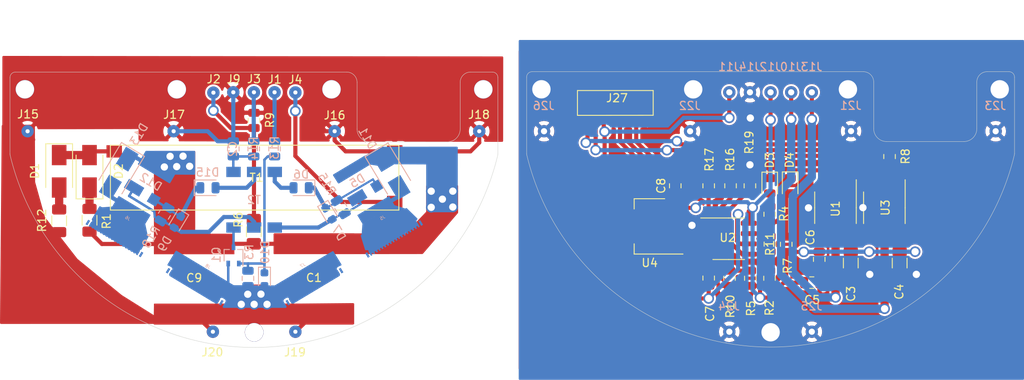
<source format=kicad_pcb>
(kicad_pcb (version 20171130) (host pcbnew "(5.1.2)-2")

  (general
    (thickness 1.6)
    (drawings 133)
    (tracks 359)
    (zones 0)
    (modules 75)
    (nets 36)
  )

  (page A4)
  (layers
    (0 F.Cu signal)
    (31 B.Cu signal)
    (32 B.Adhes user)
    (33 F.Adhes user hide)
    (34 B.Paste user)
    (35 F.Paste user hide)
    (36 B.SilkS user hide)
    (37 F.SilkS user hide)
    (38 B.Mask user hide)
    (39 F.Mask user hide)
    (40 Dwgs.User user hide)
    (41 Cmts.User user)
    (42 Eco1.User user hide)
    (43 Eco2.User user hide)
    (44 Edge.Cuts user)
    (45 Margin user hide)
    (46 B.CrtYd user hide)
    (47 F.CrtYd user hide)
    (48 B.Fab user hide)
    (49 F.Fab user hide)
  )

  (setup
    (last_trace_width 0.508)
    (user_trace_width 0.254)
    (user_trace_width 0.3048)
    (user_trace_width 0.4064)
    (user_trace_width 0.508)
    (user_trace_width 1.016)
    (user_trace_width 1.524)
    (user_trace_width 2.032)
    (user_trace_width 2.54)
    (trace_clearance 0.2)
    (zone_clearance 0.254)
    (zone_45_only no)
    (trace_min 0.2)
    (via_size 1.016)
    (via_drill 0.9334)
    (via_min_size 0.4)
    (via_min_drill 0.9)
    (user_via 1.3 0.9)
    (user_via 1.6 1.1)
    (user_via 2.2 1.5)
    (user_via 2.6 1.7)
    (uvia_size 0.3)
    (uvia_drill 0.1)
    (uvias_allowed no)
    (uvia_min_size 0.2)
    (uvia_min_drill 0.1)
    (edge_width 0.05)
    (segment_width 0.2)
    (pcb_text_width 0.3)
    (pcb_text_size 1.5 1.5)
    (mod_edge_width 0.12)
    (mod_text_size 1 1)
    (mod_text_width 0.15)
    (pad_size 1.524 1.524)
    (pad_drill 0.508)
    (pad_to_mask_clearance 0.051)
    (solder_mask_min_width 0.25)
    (aux_axis_origin 0 0)
    (visible_elements 7FFFFFFF)
    (pcbplotparams
      (layerselection 0x01000_ffffffff)
      (usegerberextensions false)
      (usegerberattributes false)
      (usegerberadvancedattributes false)
      (creategerberjobfile false)
      (excludeedgelayer true)
      (linewidth 0.100000)
      (plotframeref false)
      (viasonmask false)
      (mode 1)
      (useauxorigin false)
      (hpglpennumber 1)
      (hpglpenspeed 20)
      (hpglpendiameter 15.000000)
      (psnegative false)
      (psa4output false)
      (plotreference true)
      (plotvalue true)
      (plotinvisibletext false)
      (padsonsilk false)
      (subtractmaskfromsilk false)
      (outputformat 1)
      (mirror false)
      (drillshape 0)
      (scaleselection 1)
      (outputdirectory "C:/CONRADS DOCS/Documents/Kicad/piezoDriver/Rev15/"))
  )

  (net 0 "")
  (net 1 GND)
  (net 2 "Net-(C1-Pad2)")
  (net 3 "Net-(D1-Pad1)")
  (net 4 "Net-(D2-Pad1)")
  (net 5 "Net-(D3-Pad2)")
  (net 6 5V)
  (net 7 "Net-(R10-Pad2)")
  (net 8 "Net-(R11-Pad2)")
  (net 9 "Net-(D1-Pad2)")
  (net 10 1000:1)
  (net 11 "Net-(D4-Pad1)")
  (net 12 TRIG)
  (net 13 "Net-(J4-Pad1)")
  (net 14 "Net-(D4-Pad2)")
  (net 15 "Net-(D10-Pad1)")
  (net 16 "Net-(C2-Pad2)")
  (net 17 "Net-(D5-Pad3)")
  (net 18 "Net-(D5-Pad1)")
  (net 19 "Net-(D6-Pad2)")
  (net 20 "Net-(J1-Pad1)")
  (net 21 55KHz)
  (net 22 "Net-(J3-Pad1)")
  (net 23 "Net-(Q1-Pad3)")
  (net 24 "Net-(R17-Pad2)")
  (net 25 "Net-(R17-Pad1)")
  (net 26 OUT1)
  (net 27 "Net-(D12-Pad1)")
  (net 28 "Net-(D12-Pad3)")
  (net 29 OUT2)
  (net 30 "Net-(D15-Pad2)")
  (net 31 "Net-(J2-Pad1)")
  (net 32 "Net-(J13-Pad1)")
  (net 33 "Net-(J10-Pad1)")
  (net 34 VIN)
  (net 35 ARM)

  (net_class Default "This is the default net class."
    (clearance 0.2)
    (trace_width 0.25)
    (via_dia 1.016)
    (via_drill 0.9334)
    (uvia_dia 0.3)
    (uvia_drill 0.1)
    (add_net 1000:1)
    (add_net 55KHz)
    (add_net 5V)
    (add_net ARM)
    (add_net GND)
    (add_net "Net-(C1-Pad2)")
    (add_net "Net-(C2-Pad2)")
    (add_net "Net-(D1-Pad1)")
    (add_net "Net-(D1-Pad2)")
    (add_net "Net-(D10-Pad1)")
    (add_net "Net-(D12-Pad1)")
    (add_net "Net-(D12-Pad3)")
    (add_net "Net-(D15-Pad2)")
    (add_net "Net-(D2-Pad1)")
    (add_net "Net-(D3-Pad2)")
    (add_net "Net-(D4-Pad1)")
    (add_net "Net-(D4-Pad2)")
    (add_net "Net-(D5-Pad1)")
    (add_net "Net-(D5-Pad3)")
    (add_net "Net-(D6-Pad2)")
    (add_net "Net-(J1-Pad1)")
    (add_net "Net-(J10-Pad1)")
    (add_net "Net-(J13-Pad1)")
    (add_net "Net-(J2-Pad1)")
    (add_net "Net-(J3-Pad1)")
    (add_net "Net-(J4-Pad1)")
    (add_net "Net-(Q1-Pad3)")
    (add_net "Net-(R10-Pad2)")
    (add_net "Net-(R11-Pad2)")
    (add_net "Net-(R17-Pad1)")
    (add_net "Net-(R17-Pad2)")
    (add_net OUT1)
    (add_net OUT2)
    (add_net TRIG)
    (add_net VIN)
  )

  (module "Conrads:JST-BM08B-SRSS-TB(LF)(SN)-8Pin" (layer F.Cu) (tedit 5E18D41A) (tstamp 5E2BD730)
    (at 131.0414 46.355 180)
    (path /5E90DD76)
    (fp_text reference J27 (at 3.37 2.36) (layer F.SilkS)
      (effects (font (size 1 1) (thickness 0.15)))
    )
    (fp_text value Conn_01x08_Male (at 0.83 -2.14) (layer F.Fab) hide
      (effects (font (size 1 1) (thickness 0.15)))
    )
    (fp_line (start -1.09 3.29) (end -1.09 0.24) (layer F.SilkS) (width 0.12))
    (fp_line (start 8.24 3.29) (end -1.09 3.29) (layer F.SilkS) (width 0.12))
    (fp_line (start 8.24 0.23) (end 8.24 3.29) (layer F.SilkS) (width 0.12))
    (fp_line (start -1.09 0.24) (end 8.24 0.23) (layer F.SilkS) (width 0.12))
    (pad NC smd rect (at 7.7 3.425 180) (size 1.2 1.8) (drill (offset 0.6 -0.9)) (layers F.Cu F.Paste F.Mask))
    (pad NC smd rect (at -1.67 3.425 180) (size 1.2 1.8) (drill (offset 0.6 -0.9)) (layers F.Cu F.Paste F.Mask))
    (pad 8 smd rect (at 7 0 180) (size 0.6 1.55) (layers F.Cu F.Paste F.Mask)
      (net 12 TRIG))
    (pad 7 smd rect (at 6 0 180) (size 0.6 1.55) (layers F.Cu F.Paste F.Mask)
      (net 35 ARM))
    (pad 6 smd rect (at 5 0 180) (size 0.6 1.55) (layers F.Cu F.Paste F.Mask)
      (net 10 1000:1))
    (pad 5 smd rect (at 4 0 180) (size 0.6 1.55) (layers F.Cu F.Paste F.Mask)
      (net 1 GND))
    (pad 4 smd rect (at 3 0 180) (size 0.6 1.55) (layers F.Cu F.Paste F.Mask)
      (net 21 55KHz))
    (pad 3 smd rect (at 2 0 180) (size 0.6 1.55) (layers F.Cu F.Paste F.Mask)
      (net 1 GND))
    (pad 2 smd rect (at 1 0 180) (size 0.6 1.55) (layers F.Cu F.Paste F.Mask)
      (net 34 VIN))
    (pad 1 smd rect (at 0 0 180) (size 0.6 1.55) (layers F.Cu F.Paste F.Mask)
      (net 1 GND))
  )

  (module Package_TO_SOT_SMD:SOT-223-3_TabPin2 (layer F.Cu) (tedit 5A02FF57) (tstamp 5E187C2A)
    (at 131.6986 59.817 180)
    (descr "module CMS SOT223 4 pins")
    (tags "CMS SOT")
    (path /5E7E31BA)
    (attr smd)
    (fp_text reference U4 (at 0 -4.5) (layer F.SilkS)
      (effects (font (size 1 1) (thickness 0.15)))
    )
    (fp_text value LT1129-5.0_SOT223 (at 0 4.5) (layer F.Fab)
      (effects (font (size 1 1) (thickness 0.15)))
    )
    (fp_line (start 1.85 -3.35) (end 1.85 3.35) (layer F.Fab) (width 0.1))
    (fp_line (start -1.85 3.35) (end 1.85 3.35) (layer F.Fab) (width 0.1))
    (fp_line (start -4.1 -3.41) (end 1.91 -3.41) (layer F.SilkS) (width 0.12))
    (fp_line (start -0.85 -3.35) (end 1.85 -3.35) (layer F.Fab) (width 0.1))
    (fp_line (start -1.85 3.41) (end 1.91 3.41) (layer F.SilkS) (width 0.12))
    (fp_line (start -1.85 -2.35) (end -1.85 3.35) (layer F.Fab) (width 0.1))
    (fp_line (start -1.85 -2.35) (end -0.85 -3.35) (layer F.Fab) (width 0.1))
    (fp_line (start -4.4 -3.6) (end -4.4 3.6) (layer F.CrtYd) (width 0.05))
    (fp_line (start -4.4 3.6) (end 4.4 3.6) (layer F.CrtYd) (width 0.05))
    (fp_line (start 4.4 3.6) (end 4.4 -3.6) (layer F.CrtYd) (width 0.05))
    (fp_line (start 4.4 -3.6) (end -4.4 -3.6) (layer F.CrtYd) (width 0.05))
    (fp_line (start 1.91 -3.41) (end 1.91 -2.15) (layer F.SilkS) (width 0.12))
    (fp_line (start 1.91 3.41) (end 1.91 2.15) (layer F.SilkS) (width 0.12))
    (fp_text user %R (at 0 0 90) (layer F.Fab)
      (effects (font (size 0.8 0.8) (thickness 0.12)))
    )
    (pad 1 smd rect (at -3.15 -2.3 180) (size 2 1.5) (layers F.Cu F.Paste F.Mask)
      (net 34 VIN))
    (pad 3 smd rect (at -3.15 2.3 180) (size 2 1.5) (layers F.Cu F.Paste F.Mask)
      (net 6 5V))
    (pad 2 smd rect (at -3.15 0 180) (size 2 1.5) (layers F.Cu F.Paste F.Mask)
      (net 1 GND))
    (pad 2 smd rect (at 3.15 0 180) (size 2 3.8) (layers F.Cu F.Paste F.Mask)
      (net 1 GND))
    (model ${KISYS3DMOD}/Package_TO_SOT_SMD.3dshapes/SOT-223.wrl
      (at (xyz 0 0 0))
      (scale (xyz 1 1 1))
      (rotate (xyz 0 0 0))
    )
  )

  (module Conrads:SL-101-G-12 (layer B.Cu) (tedit 5E17490B) (tstamp 5E18DCC9)
    (at 118.686632 48.08474)
    (path /5E89A303)
    (fp_text reference J26 (at -0.04 -3.14) (layer B.SilkS)
      (effects (font (size 1 1) (thickness 0.15)) (justify mirror))
    )
    (fp_text value Conn_01x01_Female (at -0.03 3.25) (layer B.Fab) hide
      (effects (font (size 1 1) (thickness 0.15)) (justify mirror))
    )
    (pad 1 thru_hole circle (at 0 0) (size 1.524 1.524) (drill 0.762) (layers *.Cu *.Mask)
      (net 1 GND))
    (model ${CUSTOMBODIES}/SL-101-G-12.stp
      (offset (xyz 0 0 0.254))
      (scale (xyz 1 1 1))
      (rotate (xyz -90 0 0))
    )
  )

  (module Conrads:SL-101-G-12 (layer B.Cu) (tedit 5E17490B) (tstamp 5E18DCC4)
    (at 151.66594 72.80873)
    (path /5E87EA52)
    (fp_text reference J25 (at -0.04 -3.14) (layer B.SilkS)
      (effects (font (size 1 1) (thickness 0.15)) (justify mirror))
    )
    (fp_text value Conn_01x01_Female (at -0.03 3.25) (layer B.Fab) hide
      (effects (font (size 1 1) (thickness 0.15)) (justify mirror))
    )
    (pad 1 thru_hole circle (at 0 0) (size 1.524 1.524) (drill 0.762) (layers *.Cu *.Mask)
      (net 1 GND))
    (model ${CUSTOMBODIES}/SL-101-G-12.stp
      (offset (xyz 0 0 0.254))
      (scale (xyz 1 1 1))
      (rotate (xyz -90 0 0))
    )
  )

  (module Conrads:SL-101-G-12 (layer B.Cu) (tedit 5E17490B) (tstamp 5E18DCBF)
    (at 141.50594 72.80873)
    (path /5E87EA58)
    (fp_text reference J24 (at -0.04 -3.14) (layer B.SilkS)
      (effects (font (size 1 1) (thickness 0.15)) (justify mirror))
    )
    (fp_text value Conn_01x01_Female (at -0.03 3.25) (layer B.Fab) hide
      (effects (font (size 1 1) (thickness 0.15)) (justify mirror))
    )
    (pad 1 thru_hole circle (at 0 0) (size 1.524 1.524) (drill 0.762) (layers *.Cu *.Mask)
      (net 1 GND))
    (model ${CUSTOMBODIES}/SL-101-G-12.stp
      (offset (xyz 0 0 0.254))
      (scale (xyz 1 1 1))
      (rotate (xyz -90 0 0))
    )
  )

  (module Conrads:SL-101-G-12 (layer B.Cu) (tedit 5E17490B) (tstamp 5E18DCBA)
    (at 174.307815 48.08474)
    (path /5E87EA5E)
    (fp_text reference J23 (at -0.04 -3.14) (layer B.SilkS)
      (effects (font (size 1 1) (thickness 0.15)) (justify mirror))
    )
    (fp_text value Conn_01x01_Female (at -0.03 3.25) (layer B.Fab) hide
      (effects (font (size 1 1) (thickness 0.15)) (justify mirror))
    )
    (pad 1 thru_hole circle (at 0 0) (size 1.524 1.524) (drill 0.762) (layers *.Cu *.Mask)
      (net 1 GND))
    (model ${CUSTOMBODIES}/SL-101-G-12.stp
      (offset (xyz 0 0 0.254))
      (scale (xyz 1 1 1))
      (rotate (xyz -90 0 0))
    )
  )

  (module Conrads:SL-101-G-12 (layer B.Cu) (tedit 5E17490B) (tstamp 5E18DCB5)
    (at 136.672473 48.08474)
    (path /5E87EA64)
    (fp_text reference J22 (at -0.04 -3.14) (layer B.SilkS)
      (effects (font (size 1 1) (thickness 0.15)) (justify mirror))
    )
    (fp_text value Conn_01x01_Female (at -0.03 3.25) (layer B.Fab) hide
      (effects (font (size 1 1) (thickness 0.15)) (justify mirror))
    )
    (pad 1 thru_hole circle (at 0 0) (size 1.524 1.524) (drill 0.762) (layers *.Cu *.Mask)
      (net 1 GND))
    (model ${CUSTOMBODIES}/SL-101-G-12.stp
      (offset (xyz 0 0 0.254))
      (scale (xyz 1 1 1))
      (rotate (xyz -90 0 0))
    )
  )

  (module Conrads:SL-101-G-12 (layer B.Cu) (tedit 5E17490B) (tstamp 5E18DCB0)
    (at 156.496917 48.067355)
    (path /5E87EA6A)
    (fp_text reference J21 (at -0.04 -3.14) (layer B.SilkS)
      (effects (font (size 1 1) (thickness 0.15)) (justify mirror))
    )
    (fp_text value Conn_01x01_Female (at -0.03 3.25) (layer B.Fab) hide
      (effects (font (size 1 1) (thickness 0.15)) (justify mirror))
    )
    (pad 1 thru_hole circle (at 0 0) (size 1.524 1.524) (drill 0.762) (layers *.Cu *.Mask)
      (net 1 GND))
    (model ${CUSTOMBODIES}/SL-101-G-12.stp
      (offset (xyz 0 0 0.254))
      (scale (xyz 1 1 1))
      (rotate (xyz -90 0 0))
    )
  )

  (module Resistor_SMD:R_0805_2012Metric (layer F.Cu) (tedit 5B36C52B) (tstamp 5E27606E)
    (at 146.5072 62.0014 270)
    (descr "Resistor SMD 0805 (2012 Metric), square (rectangular) end terminal, IPC_7351 nominal, (Body size source: https://docs.google.com/spreadsheets/d/1BsfQQcO9C6DZCsRaXUlFlo91Tg2WpOkGARC1WS5S8t0/edit?usp=sharing), generated with kicad-footprint-generator")
    (tags resistor)
    (path /5DAF7F02)
    (attr smd)
    (fp_text reference R11 (at 0 0 90) (layer F.SilkS)
      (effects (font (size 1 1) (thickness 0.15)))
    )
    (fp_text value 1M (at 0 1.65 90) (layer F.Fab)
      (effects (font (size 1 1) (thickness 0.15)))
    )
    (fp_text user %R (at 0 0 90) (layer F.Fab)
      (effects (font (size 0.5 0.5) (thickness 0.08)))
    )
    (fp_line (start 1.68 0.95) (end -1.68 0.95) (layer F.CrtYd) (width 0.05))
    (fp_line (start 1.68 -0.95) (end 1.68 0.95) (layer F.CrtYd) (width 0.05))
    (fp_line (start -1.68 -0.95) (end 1.68 -0.95) (layer F.CrtYd) (width 0.05))
    (fp_line (start -1.68 0.95) (end -1.68 -0.95) (layer F.CrtYd) (width 0.05))
    (fp_line (start -0.258578 0.71) (end 0.258578 0.71) (layer F.SilkS) (width 0.12))
    (fp_line (start -0.258578 -0.71) (end 0.258578 -0.71) (layer F.SilkS) (width 0.12))
    (fp_line (start 1 0.6) (end -1 0.6) (layer F.Fab) (width 0.1))
    (fp_line (start 1 -0.6) (end 1 0.6) (layer F.Fab) (width 0.1))
    (fp_line (start -1 -0.6) (end 1 -0.6) (layer F.Fab) (width 0.1))
    (fp_line (start -1 0.6) (end -1 -0.6) (layer F.Fab) (width 0.1))
    (pad 2 smd roundrect (at 0.9375 0 270) (size 0.975 1.4) (layers F.Cu F.Paste F.Mask) (roundrect_rratio 0.25)
      (net 8 "Net-(R11-Pad2)"))
    (pad 1 smd roundrect (at -0.9375 0 270) (size 0.975 1.4) (layers F.Cu F.Paste F.Mask) (roundrect_rratio 0.25)
      (net 11 "Net-(D4-Pad1)"))
    (model ${KISYS3DMOD}/Resistor_SMD.3dshapes/R_0805_2012Metric.wrl
      (at (xyz 0 0 0))
      (scale (xyz 1 1 1))
      (rotate (xyz 0 0 0))
    )
  )

  (module Capacitor_SMD:C_1206_3216Metric (layer F.Cu) (tedit 5B301BBE) (tstamp 5DCE0450)
    (at 162.4838 64.3412 90)
    (descr "Capacitor SMD 1206 (3216 Metric), square (rectangular) end terminal, IPC_7351 nominal, (Body size source: http://www.tortai-tech.com/upload/download/2011102023233369053.pdf), generated with kicad-footprint-generator")
    (tags capacitor)
    (path /5DA8389F)
    (attr smd)
    (fp_text reference C4 (at -3.53776 -0.05588 90) (layer F.SilkS)
      (effects (font (size 1 1) (thickness 0.15)))
    )
    (fp_text value 100u (at 0 1.82 90) (layer F.Fab)
      (effects (font (size 1 1) (thickness 0.15)))
    )
    (fp_text user %R (at 0 0 90) (layer F.Fab)
      (effects (font (size 0.8 0.8) (thickness 0.12)))
    )
    (fp_line (start 2.28 1.12) (end -2.28 1.12) (layer F.CrtYd) (width 0.05))
    (fp_line (start 2.28 -1.12) (end 2.28 1.12) (layer F.CrtYd) (width 0.05))
    (fp_line (start -2.28 -1.12) (end 2.28 -1.12) (layer F.CrtYd) (width 0.05))
    (fp_line (start -2.28 1.12) (end -2.28 -1.12) (layer F.CrtYd) (width 0.05))
    (fp_line (start -0.602064 0.91) (end 0.602064 0.91) (layer F.SilkS) (width 0.12))
    (fp_line (start -0.602064 -0.91) (end 0.602064 -0.91) (layer F.SilkS) (width 0.12))
    (fp_line (start 1.6 0.8) (end -1.6 0.8) (layer F.Fab) (width 0.1))
    (fp_line (start 1.6 -0.8) (end 1.6 0.8) (layer F.Fab) (width 0.1))
    (fp_line (start -1.6 -0.8) (end 1.6 -0.8) (layer F.Fab) (width 0.1))
    (fp_line (start -1.6 0.8) (end -1.6 -0.8) (layer F.Fab) (width 0.1))
    (pad 2 smd roundrect (at 1.4 0 90) (size 1.25 1.75) (layers F.Cu F.Paste F.Mask) (roundrect_rratio 0.2)
      (net 6 5V))
    (pad 1 smd roundrect (at -1.4 0 90) (size 1.25 1.75) (layers F.Cu F.Paste F.Mask) (roundrect_rratio 0.2)
      (net 1 GND))
    (model ${KISYS3DMOD}/Capacitor_SMD.3dshapes/C_1206_3216Metric.wrl
      (at (xyz 0 0 0))
      (scale (xyz 1 1 1))
      (rotate (xyz 0 0 0))
    )
  )

  (module Capacitor_SMD:C_1206_3216Metric (layer F.Cu) (tedit 5B301BBE) (tstamp 5DCE01BC)
    (at 156.464 64.3382 90)
    (descr "Capacitor SMD 1206 (3216 Metric), square (rectangular) end terminal, IPC_7351 nominal, (Body size source: http://www.tortai-tech.com/upload/download/2011102023233369053.pdf), generated with kicad-footprint-generator")
    (tags capacitor)
    (path /5DA83A42)
    (attr smd)
    (fp_text reference C3 (at -3.79984 0.02032 90) (layer F.SilkS)
      (effects (font (size 1 1) (thickness 0.15)))
    )
    (fp_text value 100u (at 0 1.82 90) (layer F.Fab)
      (effects (font (size 1 1) (thickness 0.15)))
    )
    (fp_text user %R (at 0 0 90) (layer F.Fab)
      (effects (font (size 0.8 0.8) (thickness 0.12)))
    )
    (fp_line (start 2.28 1.12) (end -2.28 1.12) (layer F.CrtYd) (width 0.05))
    (fp_line (start 2.28 -1.12) (end 2.28 1.12) (layer F.CrtYd) (width 0.05))
    (fp_line (start -2.28 -1.12) (end 2.28 -1.12) (layer F.CrtYd) (width 0.05))
    (fp_line (start -2.28 1.12) (end -2.28 -1.12) (layer F.CrtYd) (width 0.05))
    (fp_line (start -0.602064 0.91) (end 0.602064 0.91) (layer F.SilkS) (width 0.12))
    (fp_line (start -0.602064 -0.91) (end 0.602064 -0.91) (layer F.SilkS) (width 0.12))
    (fp_line (start 1.6 0.8) (end -1.6 0.8) (layer F.Fab) (width 0.1))
    (fp_line (start 1.6 -0.8) (end 1.6 0.8) (layer F.Fab) (width 0.1))
    (fp_line (start -1.6 -0.8) (end 1.6 -0.8) (layer F.Fab) (width 0.1))
    (fp_line (start -1.6 0.8) (end -1.6 -0.8) (layer F.Fab) (width 0.1))
    (pad 2 smd roundrect (at 1.4 0 90) (size 1.25 1.75) (layers F.Cu F.Paste F.Mask) (roundrect_rratio 0.2)
      (net 6 5V))
    (pad 1 smd roundrect (at -1.4 0 90) (size 1.25 1.75) (layers F.Cu F.Paste F.Mask) (roundrect_rratio 0.2)
      (net 1 GND))
    (model ${KISYS3DMOD}/Capacitor_SMD.3dshapes/C_1206_3216Metric.wrl
      (at (xyz 0 0 0))
      (scale (xyz 1 1 1))
      (rotate (xyz 0 0 0))
    )
  )

  (module Package_SO:SOIC-8-1EP_3.9x4.9mm_P1.27mm_EP2.29x3mm (layer F.Cu) (tedit 5C56E16F) (tstamp 5DCE0344)
    (at 160.60166 57.51934 270)
    (descr "SOIC, 8 Pin (https://www.analog.com/media/en/technical-documentation/data-sheets/ada4898-1_4898-2.pdf#page=29), generated with kicad-footprint-generator ipc_gullwing_generator.py")
    (tags "SOIC SO")
    (path /5DADF699)
    (attr smd)
    (fp_text reference U3 (at 0 -0.127 90) (layer F.SilkS)
      (effects (font (size 1 1) (thickness 0.15)))
    )
    (fp_text value IXDD614 (at 0 3.4 90) (layer F.Fab)
      (effects (font (size 1 1) (thickness 0.15)))
    )
    (fp_text user %R (at 0 0 90) (layer F.Fab)
      (effects (font (size 0.98 0.98) (thickness 0.15)))
    )
    (fp_line (start 3.7 -2.7) (end -3.7 -2.7) (layer F.CrtYd) (width 0.05))
    (fp_line (start 3.7 2.7) (end 3.7 -2.7) (layer F.CrtYd) (width 0.05))
    (fp_line (start -3.7 2.7) (end 3.7 2.7) (layer F.CrtYd) (width 0.05))
    (fp_line (start -3.7 -2.7) (end -3.7 2.7) (layer F.CrtYd) (width 0.05))
    (fp_line (start -1.95 -1.475) (end -0.975 -2.45) (layer F.Fab) (width 0.1))
    (fp_line (start -1.95 2.45) (end -1.95 -1.475) (layer F.Fab) (width 0.1))
    (fp_line (start 1.95 2.45) (end -1.95 2.45) (layer F.Fab) (width 0.1))
    (fp_line (start 1.95 -2.45) (end 1.95 2.45) (layer F.Fab) (width 0.1))
    (fp_line (start -0.975 -2.45) (end 1.95 -2.45) (layer F.Fab) (width 0.1))
    (fp_line (start 0 -2.56) (end -3.45 -2.56) (layer F.SilkS) (width 0.12))
    (fp_line (start 0 -2.56) (end 1.95 -2.56) (layer F.SilkS) (width 0.12))
    (fp_line (start 0 2.56) (end -1.95 2.56) (layer F.SilkS) (width 0.12))
    (fp_line (start 0 2.56) (end 1.95 2.56) (layer F.SilkS) (width 0.12))
    (pad 8 smd roundrect (at 2.475 -1.905 270) (size 1.95 0.6) (layers F.Cu F.Paste F.Mask) (roundrect_rratio 0.25)
      (net 6 5V))
    (pad 7 smd roundrect (at 2.475 -0.635 270) (size 1.95 0.6) (layers F.Cu F.Paste F.Mask) (roundrect_rratio 0.25)
      (net 33 "Net-(J10-Pad1)"))
    (pad 6 smd roundrect (at 2.475 0.635 270) (size 1.95 0.6) (layers F.Cu F.Paste F.Mask) (roundrect_rratio 0.25)
      (net 33 "Net-(J10-Pad1)"))
    (pad 5 smd roundrect (at 2.475 1.905 270) (size 1.95 0.6) (layers F.Cu F.Paste F.Mask) (roundrect_rratio 0.25)
      (net 1 GND))
    (pad 4 smd roundrect (at -2.475 1.905 270) (size 1.95 0.6) (layers F.Cu F.Paste F.Mask) (roundrect_rratio 0.25)
      (net 1 GND))
    (pad 3 smd roundrect (at -2.475 0.635 270) (size 1.95 0.6) (layers F.Cu F.Paste F.Mask) (roundrect_rratio 0.25)
      (net 35 ARM))
    (pad 2 smd roundrect (at -2.475 -0.635 270) (size 1.95 0.6) (layers F.Cu F.Paste F.Mask) (roundrect_rratio 0.25)
      (net 12 TRIG))
    (pad 1 smd roundrect (at -2.475 -1.905 270) (size 1.95 0.6) (layers F.Cu F.Paste F.Mask) (roundrect_rratio 0.25)
      (net 6 5V))
    (pad "" smd roundrect (at 0.57 0.75 270) (size 0.92 1.21) (layers F.Paste) (roundrect_rratio 0.25))
    (pad "" smd roundrect (at 0.57 -0.75 270) (size 0.92 1.21) (layers F.Paste) (roundrect_rratio 0.25))
    (pad "" smd roundrect (at -0.57 0.75 270) (size 0.92 1.21) (layers F.Paste) (roundrect_rratio 0.25))
    (pad "" smd roundrect (at -0.57 -0.75 270) (size 0.92 1.21) (layers F.Paste) (roundrect_rratio 0.25))
    (pad 9 smd roundrect (at 0 0 270) (size 2.29 3) (layers F.Cu F.Mask) (roundrect_rratio 0.10917)
      (net 1 GND))
    (model ${KISYS3DMOD}/Package_SO.3dshapes/SOIC-8-1EP_3.9x4.9mm_P1.27mm_EP2.29x3mm.wrl
      (at (xyz 0 0 0))
      (scale (xyz 1 1 1))
      (rotate (xyz 0 0 0))
    )
  )

  (module Package_SO:SOIC-8-1EP_3.9x4.9mm_P1.27mm_EP2.29x3mm (layer F.Cu) (tedit 5C56E16F) (tstamp 5DCE05C9)
    (at 154.58002 57.51472 270)
    (descr "SOIC, 8 Pin (https://www.analog.com/media/en/technical-documentation/data-sheets/ada4898-1_4898-2.pdf#page=29), generated with kicad-footprint-generator ipc_gullwing_generator.py")
    (tags "SOIC SO")
    (path /5DA70A14)
    (attr smd)
    (fp_text reference U1 (at 0.127 0 90) (layer F.SilkS)
      (effects (font (size 1 1) (thickness 0.15)))
    )
    (fp_text value IXDD614 (at 0 3.4 90) (layer F.Fab)
      (effects (font (size 1 1) (thickness 0.15)))
    )
    (fp_text user %R (at 0 0 90) (layer F.Fab)
      (effects (font (size 0.98 0.98) (thickness 0.15)))
    )
    (fp_line (start 3.7 -2.7) (end -3.7 -2.7) (layer F.CrtYd) (width 0.05))
    (fp_line (start 3.7 2.7) (end 3.7 -2.7) (layer F.CrtYd) (width 0.05))
    (fp_line (start -3.7 2.7) (end 3.7 2.7) (layer F.CrtYd) (width 0.05))
    (fp_line (start -3.7 -2.7) (end -3.7 2.7) (layer F.CrtYd) (width 0.05))
    (fp_line (start -1.95 -1.475) (end -0.975 -2.45) (layer F.Fab) (width 0.1))
    (fp_line (start -1.95 2.45) (end -1.95 -1.475) (layer F.Fab) (width 0.1))
    (fp_line (start 1.95 2.45) (end -1.95 2.45) (layer F.Fab) (width 0.1))
    (fp_line (start 1.95 -2.45) (end 1.95 2.45) (layer F.Fab) (width 0.1))
    (fp_line (start -0.975 -2.45) (end 1.95 -2.45) (layer F.Fab) (width 0.1))
    (fp_line (start 0 -2.56) (end -3.45 -2.56) (layer F.SilkS) (width 0.12))
    (fp_line (start 0 -2.56) (end 1.95 -2.56) (layer F.SilkS) (width 0.12))
    (fp_line (start 0 2.56) (end -1.95 2.56) (layer F.SilkS) (width 0.12))
    (fp_line (start 0 2.56) (end 1.95 2.56) (layer F.SilkS) (width 0.12))
    (pad 8 smd roundrect (at 2.475 -1.905 270) (size 1.95 0.6) (layers F.Cu F.Paste F.Mask) (roundrect_rratio 0.25)
      (net 6 5V))
    (pad 7 smd roundrect (at 2.475 -0.635 270) (size 1.95 0.6) (layers F.Cu F.Paste F.Mask) (roundrect_rratio 0.25)
      (net 32 "Net-(J13-Pad1)"))
    (pad 6 smd roundrect (at 2.475 0.635 270) (size 1.95 0.6) (layers F.Cu F.Paste F.Mask) (roundrect_rratio 0.25)
      (net 32 "Net-(J13-Pad1)"))
    (pad 5 smd roundrect (at 2.475 1.905 270) (size 1.95 0.6) (layers F.Cu F.Paste F.Mask) (roundrect_rratio 0.25)
      (net 1 GND))
    (pad 4 smd roundrect (at -2.475 1.905 270) (size 1.95 0.6) (layers F.Cu F.Paste F.Mask) (roundrect_rratio 0.25)
      (net 1 GND))
    (pad 3 smd roundrect (at -2.475 0.635 270) (size 1.95 0.6) (layers F.Cu F.Paste F.Mask) (roundrect_rratio 0.25)
      (net 11 "Net-(D4-Pad1)"))
    (pad 2 smd roundrect (at -2.475 -0.635 270) (size 1.95 0.6) (layers F.Cu F.Paste F.Mask) (roundrect_rratio 0.25)
      (net 24 "Net-(R17-Pad2)"))
    (pad 1 smd roundrect (at -2.475 -1.905 270) (size 1.95 0.6) (layers F.Cu F.Paste F.Mask) (roundrect_rratio 0.25)
      (net 6 5V))
    (pad "" smd roundrect (at 0.57 0.75 270) (size 0.92 1.21) (layers F.Paste) (roundrect_rratio 0.25))
    (pad "" smd roundrect (at 0.57 -0.75 270) (size 0.92 1.21) (layers F.Paste) (roundrect_rratio 0.25))
    (pad "" smd roundrect (at -0.57 0.75 270) (size 0.92 1.21) (layers F.Paste) (roundrect_rratio 0.25))
    (pad "" smd roundrect (at -0.57 -0.75 270) (size 0.92 1.21) (layers F.Paste) (roundrect_rratio 0.25))
    (pad 9 smd roundrect (at 0 0 270) (size 2.29 3) (layers F.Cu F.Mask) (roundrect_rratio 0.10917)
      (net 1 GND))
    (model ${KISYS3DMOD}/Package_SO.3dshapes/SOIC-8-1EP_3.9x4.9mm_P1.27mm_EP2.29x3mm.wrl
      (at (xyz 0 0 0))
      (scale (xyz 1 1 1))
      (rotate (xyz 0 0 0))
    )
  )

  (module Package_SO:SOIC-8_3.9x4.9mm_P1.27mm (layer F.Cu) (tedit 5C97300E) (tstamp 5DCE06F3)
    (at 141.4272 61.341)
    (descr "SOIC, 8 Pin (JEDEC MS-012AA, https://www.analog.com/media/en/package-pcb-resources/package/pkg_pdf/soic_narrow-r/r_8.pdf), generated with kicad-footprint-generator ipc_gullwing_generator.py")
    (tags "SOIC SO")
    (path /5DAB942F)
    (attr smd)
    (fp_text reference U2 (at -0.127 -0.127 180) (layer F.SilkS)
      (effects (font (size 1 1) (thickness 0.15)))
    )
    (fp_text value LM7372 (at 0 3.4 180) (layer F.Fab)
      (effects (font (size 1 1) (thickness 0.15)))
    )
    (fp_text user %R (at 0 0 180) (layer F.Fab)
      (effects (font (size 0.98 0.98) (thickness 0.15)))
    )
    (fp_line (start 3.7 -2.7) (end -3.7 -2.7) (layer F.CrtYd) (width 0.05))
    (fp_line (start 3.7 2.7) (end 3.7 -2.7) (layer F.CrtYd) (width 0.05))
    (fp_line (start -3.7 2.7) (end 3.7 2.7) (layer F.CrtYd) (width 0.05))
    (fp_line (start -3.7 -2.7) (end -3.7 2.7) (layer F.CrtYd) (width 0.05))
    (fp_line (start -1.95 -1.475) (end -0.975 -2.45) (layer F.Fab) (width 0.1))
    (fp_line (start -1.95 2.45) (end -1.95 -1.475) (layer F.Fab) (width 0.1))
    (fp_line (start 1.95 2.45) (end -1.95 2.45) (layer F.Fab) (width 0.1))
    (fp_line (start 1.95 -2.45) (end 1.95 2.45) (layer F.Fab) (width 0.1))
    (fp_line (start -0.975 -2.45) (end 1.95 -2.45) (layer F.Fab) (width 0.1))
    (fp_line (start 0 -2.56) (end -3.45 -2.56) (layer F.SilkS) (width 0.12))
    (fp_line (start 0 -2.56) (end 1.95 -2.56) (layer F.SilkS) (width 0.12))
    (fp_line (start 0 2.56) (end -1.95 2.56) (layer F.SilkS) (width 0.12))
    (fp_line (start 0 2.56) (end 1.95 2.56) (layer F.SilkS) (width 0.12))
    (pad 8 smd roundrect (at 2.475 -1.905) (size 1.95 0.6) (layers F.Cu F.Paste F.Mask) (roundrect_rratio 0.25)
      (net 6 5V))
    (pad 7 smd roundrect (at 2.475 -0.635) (size 1.95 0.6) (layers F.Cu F.Paste F.Mask) (roundrect_rratio 0.25)
      (net 11 "Net-(D4-Pad1)"))
    (pad 6 smd roundrect (at 2.475 0.635) (size 1.95 0.6) (layers F.Cu F.Paste F.Mask) (roundrect_rratio 0.25)
      (net 10 1000:1))
    (pad 5 smd roundrect (at 2.475 1.905) (size 1.95 0.6) (layers F.Cu F.Paste F.Mask) (roundrect_rratio 0.25)
      (net 8 "Net-(R11-Pad2)"))
    (pad 4 smd roundrect (at -2.475 1.905) (size 1.95 0.6) (layers F.Cu F.Paste F.Mask) (roundrect_rratio 0.25)
      (net 1 GND))
    (pad 3 smd roundrect (at -2.475 0.635) (size 1.95 0.6) (layers F.Cu F.Paste F.Mask) (roundrect_rratio 0.25)
      (net 7 "Net-(R10-Pad2)"))
    (pad 2 smd roundrect (at -2.475 -0.635) (size 1.95 0.6) (layers F.Cu F.Paste F.Mask) (roundrect_rratio 0.25)
      (net 21 55KHz))
    (pad 1 smd roundrect (at -2.475 -1.905) (size 1.95 0.6) (layers F.Cu F.Paste F.Mask) (roundrect_rratio 0.25)
      (net 25 "Net-(R17-Pad1)"))
    (model ${KISYS3DMOD}/Package_SO.3dshapes/SOIC-8_3.9x4.9mm_P1.27mm.wrl
      (at (xyz 0 0 0))
      (scale (xyz 1 1 1))
      (rotate (xyz 0 0 0))
    )
  )

  (module Resistor_SMD:R_0805_2012Metric (layer F.Cu) (tedit 5B36C52B) (tstamp 5E184A70)
    (at 144.0434 54.8132 90)
    (descr "Resistor SMD 0805 (2012 Metric), square (rectangular) end terminal, IPC_7351 nominal, (Body size source: https://docs.google.com/spreadsheets/d/1BsfQQcO9C6DZCsRaXUlFlo91Tg2WpOkGARC1WS5S8t0/edit?usp=sharing), generated with kicad-footprint-generator")
    (tags resistor)
    (path /5E709E45)
    (attr smd)
    (fp_text reference R19 (at 5.34924 -0.08636 90) (layer F.SilkS)
      (effects (font (size 1 1) (thickness 0.15)))
    )
    (fp_text value 10K (at 0 1.65 90) (layer F.Fab)
      (effects (font (size 1 1) (thickness 0.15)))
    )
    (fp_text user %R (at 0 0 90) (layer F.Fab)
      (effects (font (size 0.5 0.5) (thickness 0.08)))
    )
    (fp_line (start 1.68 0.95) (end -1.68 0.95) (layer F.CrtYd) (width 0.05))
    (fp_line (start 1.68 -0.95) (end 1.68 0.95) (layer F.CrtYd) (width 0.05))
    (fp_line (start -1.68 -0.95) (end 1.68 -0.95) (layer F.CrtYd) (width 0.05))
    (fp_line (start -1.68 0.95) (end -1.68 -0.95) (layer F.CrtYd) (width 0.05))
    (fp_line (start -0.258578 0.71) (end 0.258578 0.71) (layer F.SilkS) (width 0.12))
    (fp_line (start -0.258578 -0.71) (end 0.258578 -0.71) (layer F.SilkS) (width 0.12))
    (fp_line (start 1 0.6) (end -1 0.6) (layer F.Fab) (width 0.1))
    (fp_line (start 1 -0.6) (end 1 0.6) (layer F.Fab) (width 0.1))
    (fp_line (start -1 -0.6) (end 1 -0.6) (layer F.Fab) (width 0.1))
    (fp_line (start -1 0.6) (end -1 -0.6) (layer F.Fab) (width 0.1))
    (pad 2 smd roundrect (at 0.9375 0 90) (size 0.975 1.4) (layers F.Cu F.Paste F.Mask) (roundrect_rratio 0.25)
      (net 1 GND))
    (pad 1 smd roundrect (at -0.9375 0 90) (size 0.975 1.4) (layers F.Cu F.Paste F.Mask) (roundrect_rratio 0.25)
      (net 8 "Net-(R11-Pad2)"))
    (model ${KISYS3DMOD}/Resistor_SMD.3dshapes/R_0805_2012Metric.wrl
      (at (xyz 0 0 0))
      (scale (xyz 1 1 1))
      (rotate (xyz 0 0 0))
    )
  )

  (module Conrads:TS-101-G-AA (layer F.Cu) (tedit 5E1799C2) (tstamp 5E182120)
    (at 77.77734 72.80873)
    (path /5E5E7375)
    (fp_text reference J20 (at 0.06858 2.53275) (layer F.SilkS)
      (effects (font (size 1 1) (thickness 0.15)))
    )
    (fp_text value Conn_01x01_Male (at 0 -0.5) (layer F.Fab) hide
      (effects (font (size 1 1) (thickness 0.15)))
    )
    (pad 1 thru_hole circle (at 0.127 0) (size 1.524 1.524) (drill 0.508) (layers *.Cu *.Mask)
      (net 1 GND))
    (model ${CUSTOMBODIES}/TS-101-G-AA.stp
      (offset (xyz 0 0 0.0254))
      (scale (xyz 1 1 1))
      (rotate (xyz -90 0 0))
    )
  )

  (module Conrads:TS-101-G-AA (layer F.Cu) (tedit 5E179A9E) (tstamp 5E18211B)
    (at 87.75446 72.80873)
    (path /5E5E722E)
    (fp_text reference J19 (at 0.25654 2.53275) (layer F.SilkS)
      (effects (font (size 1 1) (thickness 0.15)))
    )
    (fp_text value Conn_01x01_Male (at 0 -0.5) (layer F.Fab) hide
      (effects (font (size 1 1) (thickness 0.15)))
    )
    (pad 1 thru_hole circle (at 0.30988 0) (size 1.524 1.524) (drill 0.508) (layers *.Cu *.Mask)
      (net 1 GND))
    (model ${CUSTOMBODIES}/TS-101-G-AA.stp
      (offset (xyz 0 0 0.0254))
      (scale (xyz 1 1 1))
      (rotate (xyz -90 0 0))
    )
  )

  (module Conrads:TS-101-G-AA (layer F.Cu) (tedit 5E174A9F) (tstamp 5E182116)
    (at 110.706215 48.08474)
    (path /5E5E7008)
    (fp_text reference J18 (at -0.033335 -2.0447) (layer F.SilkS)
      (effects (font (size 1 1) (thickness 0.15)))
    )
    (fp_text value Conn_01x01_Male (at 0 -0.5) (layer F.Fab) hide
      (effects (font (size 1 1) (thickness 0.15)))
    )
    (pad 1 thru_hole circle (at 0 0) (size 1.524 1.524) (drill 0.508) (layers *.Cu *.Mask)
      (net 1 GND))
    (model ${CUSTOMBODIES}/TS-101-G-AA.stp
      (offset (xyz 0 0 0.0254))
      (scale (xyz 1 1 1))
      (rotate (xyz -90 0 0))
    )
  )

  (module Conrads:TS-101-G-AA (layer F.Cu) (tedit 5E174A9F) (tstamp 5E182111)
    (at 73.070873 48.08474 90)
    (path /5E5E6E04)
    (fp_text reference J17 (at 2.0447 0.045567 180) (layer F.SilkS)
      (effects (font (size 1 1) (thickness 0.15)))
    )
    (fp_text value Conn_01x01_Male (at 0 -0.5 90) (layer F.Fab) hide
      (effects (font (size 1 1) (thickness 0.15)))
    )
    (pad 1 thru_hole circle (at 0 0 90) (size 1.524 1.524) (drill 0.508) (layers *.Cu *.Mask)
      (net 1 GND))
    (model ${CUSTOMBODIES}/TS-101-G-AA.stp
      (offset (xyz 0 0 0.0254))
      (scale (xyz 1 1 1))
      (rotate (xyz -90 0 0))
    )
  )

  (module Conrads:TS-101-G-AA (layer F.Cu) (tedit 5E174A9F) (tstamp 5E18210C)
    (at 92.897807 48.08474)
    (path /5E5E6C4A)
    (fp_text reference J16 (at 0 -1.9685) (layer F.SilkS)
      (effects (font (size 1 1) (thickness 0.15)))
    )
    (fp_text value Conn_01x01_Male (at 0 -0.5) (layer F.Fab) hide
      (effects (font (size 1 1) (thickness 0.15)))
    )
    (pad 1 thru_hole circle (at 0 0) (size 1.524 1.524) (drill 0.508) (layers *.Cu *.Mask)
      (net 1 GND))
    (model ${CUSTOMBODIES}/TS-101-G-AA.stp
      (offset (xyz 0 0 0.0254))
      (scale (xyz 1 1 1))
      (rotate (xyz -90 0 0))
    )
  )

  (module Conrads:TS-101-G-AA (layer F.Cu) (tedit 5E174A9F) (tstamp 5E182107)
    (at 55.085032 48.08474)
    (path /5E5E614E)
    (fp_text reference J15 (at 0.048208 -2.0955) (layer F.SilkS)
      (effects (font (size 1 1) (thickness 0.15)))
    )
    (fp_text value Conn_01x01_Male (at 0 -0.5) (layer F.Fab) hide
      (effects (font (size 1 1) (thickness 0.15)))
    )
    (pad 1 thru_hole circle (at 0 0) (size 1.524 1.524) (drill 0.508) (layers *.Cu *.Mask)
      (net 1 GND))
    (model ${CUSTOMBODIES}/TS-101-G-AA.stp
      (offset (xyz 0 0 0.0254))
      (scale (xyz 1 1 1))
      (rotate (xyz -90 0 0))
    )
  )

  (module Conrads:PiezoTransformer (layer F.Cu) (tedit 5DCC6A02) (tstamp 5DCE0B11)
    (at 100.80498 49.80432 180)
    (path /5DA75156)
    (fp_text reference T1 (at 17.52854 -4.00304) (layer F.SilkS)
      (effects (font (size 1 1) (thickness 0.15)))
    )
    (fp_text value PiezoXFMR (at 18.288 -4.318) (layer F.Fab)
      (effects (font (size 1 1) (thickness 0.15)))
    )
    (fp_line (start 35.52444 -8) (end 0 -8) (layer F.CrtYd) (width 0.12))
    (fp_line (start 0 -8) (end 0 0) (layer F.CrtYd) (width 0.12))
    (fp_line (start 0 0) (end 35.52444 0) (layer F.CrtYd) (width 0.12))
    (fp_line (start 35.52444 0) (end 35.52444 -8) (layer F.CrtYd) (width 0.12))
    (fp_line (start 0 0) (end 35.52444 0) (layer F.SilkS) (width 0.12))
    (fp_line (start 35.52444 0) (end 35.52444 -8) (layer F.SilkS) (width 0.12))
    (fp_line (start 35.52444 -8) (end 0 -8) (layer F.SilkS) (width 0.12))
    (fp_line (start 0 -8) (end 0 0) (layer F.SilkS) (width 0.12))
    (pad 1 smd rect (at 0.508 -7 180) (size 1.905 1.524) (layers F.Cu F.Paste F.Mask)
      (net 13 "Net-(J4-Pad1)"))
    (pad 2 smd rect (at 0.508 -0.762 180) (size 1.905 1.524) (layers F.Cu F.Paste F.Mask)
      (net 1 GND))
    (pad 3 smd rect (at 35.052 -0.762 180) (size 1.905 1.524) (layers F.Cu F.Paste F.Mask)
      (net 3 "Net-(D1-Pad1)"))
    (model ${CUSTOMBODIES}/piezo_transformer.STEP
      (offset (xyz 17.8562 4.2418 0.2032))
      (scale (xyz 1 1 1))
      (rotate (xyz -90 0 0))
    )
  )

  (module Conrads:SL-101-G-12 (layer B.Cu) (tedit 5E17490B) (tstamp 5E17DF22)
    (at 144.04594 43.282241)
    (path /5E4E0A78)
    (fp_text reference J14 (at -0.04 -3.14) (layer B.SilkS)
      (effects (font (size 1 1) (thickness 0.15)) (justify mirror))
    )
    (fp_text value Conn_01x01_Female (at -0.03 3.25) (layer B.Fab) hide
      (effects (font (size 1 1) (thickness 0.15)) (justify mirror))
    )
    (pad 1 thru_hole circle (at 0 0) (size 1.524 1.524) (drill 0.762) (layers *.Cu *.Mask)
      (net 1 GND))
    (model ${CUSTOMBODIES}/SL-101-G-12.stp
      (offset (xyz 0 0 0.254))
      (scale (xyz 1 1 1))
      (rotate (xyz -90 0 0))
    )
  )

  (module Conrads:SL-101-G-12 (layer B.Cu) (tedit 5E17490B) (tstamp 5E1838D3)
    (at 151.66594 43.282241)
    (path /5E4E0944)
    (fp_text reference J13 (at -0.04 -3.14) (layer B.SilkS)
      (effects (font (size 1 1) (thickness 0.15)) (justify mirror))
    )
    (fp_text value Conn_01x01_Female (at -0.03 3.25) (layer B.Fab) hide
      (effects (font (size 1 1) (thickness 0.15)) (justify mirror))
    )
    (pad 1 thru_hole circle (at 0 0) (size 1.524 1.524) (drill 0.762) (layers *.Cu *.Mask)
      (net 32 "Net-(J13-Pad1)"))
    (model ${CUSTOMBODIES}/SL-101-G-12.stp
      (offset (xyz 0 0 0.254))
      (scale (xyz 1 1 1))
      (rotate (xyz -90 0 0))
    )
  )

  (module Conrads:SL-101-G-12 (layer B.Cu) (tedit 5E17490B) (tstamp 5E17DF18)
    (at 146.58594 43.282241)
    (path /5E4E084A)
    (fp_text reference J12 (at -0.04 -3.14) (layer B.SilkS)
      (effects (font (size 1 1) (thickness 0.15)) (justify mirror))
    )
    (fp_text value Conn_01x01_Female (at -0.03 3.25) (layer B.Fab) hide
      (effects (font (size 1 1) (thickness 0.15)) (justify mirror))
    )
    (pad 1 thru_hole circle (at 0 0) (size 1.524 1.524) (drill 0.762) (layers *.Cu *.Mask)
      (net 6 5V))
    (model ${CUSTOMBODIES}/SL-101-G-12.stp
      (offset (xyz 0 0 0.254))
      (scale (xyz 1 1 1))
      (rotate (xyz -90 0 0))
    )
  )

  (module Conrads:SL-101-G-12 (layer B.Cu) (tedit 5E17490B) (tstamp 5E17DF13)
    (at 141.50594 43.282241)
    (path /5E4E06F1)
    (fp_text reference J11 (at -0.04 -3.14) (layer B.SilkS)
      (effects (font (size 1 1) (thickness 0.15)) (justify mirror))
    )
    (fp_text value Conn_01x01_Female (at -0.03 3.25) (layer B.Fab) hide
      (effects (font (size 1 1) (thickness 0.15)) (justify mirror))
    )
    (pad 1 thru_hole circle (at 0 0) (size 1.524 1.524) (drill 0.762) (layers *.Cu *.Mask)
      (net 10 1000:1))
    (model ${CUSTOMBODIES}/SL-101-G-12.stp
      (offset (xyz 0 0 0.254))
      (scale (xyz 1 1 1))
      (rotate (xyz -90 0 0))
    )
  )

  (module Conrads:SL-101-G-12 (layer B.Cu) (tedit 5E17490B) (tstamp 5E17DF0E)
    (at 149.12594 43.282241)
    (path /5E4DF50D)
    (fp_text reference J10 (at -0.04 -3.14) (layer B.SilkS)
      (effects (font (size 1 1) (thickness 0.15)) (justify mirror))
    )
    (fp_text value Conn_01x01_Female (at -0.03 3.25) (layer B.Fab) hide
      (effects (font (size 1 1) (thickness 0.15)) (justify mirror))
    )
    (pad 1 thru_hole circle (at 0 0) (size 1.524 1.524) (drill 0.762) (layers *.Cu *.Mask)
      (net 33 "Net-(J10-Pad1)"))
    (model ${CUSTOMBODIES}/SL-101-G-12.stp
      (offset (xyz 0 0 0.254))
      (scale (xyz 1 1 1))
      (rotate (xyz -90 0 0))
    )
  )

  (module Conrads:TS-101-G-AA (layer F.Cu) (tedit 5E174A9F) (tstamp 5E17DF09)
    (at 80.41894 43.280096)
    (path /5E48090E)
    (fp_text reference J9 (at 0.02794 -1.613936) (layer F.SilkS)
      (effects (font (size 1 1) (thickness 0.15)))
    )
    (fp_text value Conn_01x01_Male (at 0 -0.5) (layer F.Fab) hide
      (effects (font (size 1 1) (thickness 0.15)))
    )
    (pad 1 thru_hole circle (at 0 0) (size 1.524 1.524) (drill 0.508) (layers *.Cu *.Mask)
      (net 1 GND))
    (model ${CUSTOMBODIES}/TS-101-G-AA.stp
      (offset (xyz 0 0 0.0254))
      (scale (xyz 1 1 1))
      (rotate (xyz -90 0 0))
    )
  )

  (module Conrads:TS-101-G-AA (layer F.Cu) (tedit 5E174A9F) (tstamp 5E17DDC4)
    (at 88.06434 43.30446 180)
    (path /5E481BB1)
    (fp_text reference J4 (at 0.00254 1.5875) (layer F.SilkS)
      (effects (font (size 1 1) (thickness 0.15)))
    )
    (fp_text value Conn_01x01_Male (at 0 -0.5) (layer F.Fab) hide
      (effects (font (size 1 1) (thickness 0.15)))
    )
    (pad 1 thru_hole circle (at 0 0 180) (size 1.524 1.524) (drill 0.508) (layers *.Cu *.Mask)
      (net 13 "Net-(J4-Pad1)"))
    (model ${CUSTOMBODIES}/TS-101-G-AA.stp
      (offset (xyz 0 0 0.0254))
      (scale (xyz 1 1 1))
      (rotate (xyz -90 0 0))
    )
  )

  (module Conrads:TS-101-G-AA (layer F.Cu) (tedit 5E174A9F) (tstamp 5E17DDBF)
    (at 82.95894 43.280096)
    (path /5E481D44)
    (fp_text reference J3 (at 0.00762 -1.639336) (layer F.SilkS)
      (effects (font (size 1 1) (thickness 0.15)))
    )
    (fp_text value Conn_01x01_Male (at 0 -0.5) (layer F.Fab) hide
      (effects (font (size 1 1) (thickness 0.15)))
    )
    (pad 1 thru_hole circle (at 0 0) (size 1.524 1.524) (drill 0.508) (layers *.Cu *.Mask)
      (net 22 "Net-(J3-Pad1)"))
    (model ${CUSTOMBODIES}/TS-101-G-AA.stp
      (offset (xyz 0 0 0.0254))
      (scale (xyz 1 1 1))
      (rotate (xyz -90 0 0))
    )
  )

  (module Conrads:TS-101-G-AA (layer F.Cu) (tedit 5E174A9F) (tstamp 5E17DDBA)
    (at 77.96784 43.32732)
    (path /5E481F2F)
    (fp_text reference J2 (at 0.03556 -1.66116) (layer F.SilkS)
      (effects (font (size 1 1) (thickness 0.15)))
    )
    (fp_text value Conn_01x01_Male (at 0 -0.5) (layer F.Fab) hide
      (effects (font (size 1 1) (thickness 0.15)))
    )
    (pad 1 thru_hole circle (at 0 0) (size 1.524 1.524) (drill 0.508) (layers *.Cu *.Mask)
      (net 31 "Net-(J2-Pad1)"))
    (model ${CUSTOMBODIES}/TS-101-G-AA.stp
      (offset (xyz 0 0 0.0254))
      (scale (xyz 1 1 1))
      (rotate (xyz -90 0 0))
    )
  )

  (module Conrads:TS-101-G-AA (layer F.Cu) (tedit 5E174A9F) (tstamp 5E17DDB5)
    (at 85.49894 43.280096)
    (path /5E482259)
    (fp_text reference J1 (at 0.0127 -1.588536) (layer F.SilkS)
      (effects (font (size 1 1) (thickness 0.15)))
    )
    (fp_text value Conn_01x01_Male (at 0 -0.5) (layer F.Fab) hide
      (effects (font (size 1 1) (thickness 0.15)))
    )
    (pad 1 thru_hole circle (at 0 0) (size 1.524 1.524) (drill 0.508) (layers *.Cu *.Mask)
      (net 20 "Net-(J1-Pad1)"))
    (model ${CUSTOMBODIES}/TS-101-G-AA.stp
      (offset (xyz 0 0 0.0254))
      (scale (xyz 1 1 1))
      (rotate (xyz -90 0 0))
    )
  )

  (module Diode_SMD:D_0603_1608Metric (layer B.Cu) (tedit 5B301BBE) (tstamp 5E276421)
    (at 92.205348 58.268221 301)
    (descr "Diode SMD 0603 (1608 Metric), square (rectangular) end terminal, IPC_7351 nominal, (Body size source: http://www.tortai-tech.com/upload/download/2011102023233369053.pdf), generated with kicad-footprint-generator")
    (tags diode)
    (path /5DBB7623)
    (attr smd)
    (fp_text reference D7 (at 2.640872 0.209828 121) (layer B.SilkS)
      (effects (font (size 1 1) (thickness 0.15)) (justify mirror))
    )
    (fp_text value 5.1V (at 0 -1.43 121) (layer B.Fab)
      (effects (font (size 1 1) (thickness 0.15)) (justify mirror))
    )
    (fp_text user %R (at 0 0 121) (layer B.Fab)
      (effects (font (size 0.4 0.4) (thickness 0.06)) (justify mirror))
    )
    (fp_line (start 1.48 -0.73) (end -1.48 -0.73) (layer B.CrtYd) (width 0.05))
    (fp_line (start 1.48 0.73) (end 1.48 -0.73) (layer B.CrtYd) (width 0.05))
    (fp_line (start -1.48 0.73) (end 1.48 0.73) (layer B.CrtYd) (width 0.05))
    (fp_line (start -1.48 -0.73) (end -1.48 0.73) (layer B.CrtYd) (width 0.05))
    (fp_line (start -1.485 -0.735) (end 0.8 -0.735) (layer B.SilkS) (width 0.12))
    (fp_line (start -1.485 0.735) (end -1.485 -0.735) (layer B.SilkS) (width 0.12))
    (fp_line (start 0.8 0.735) (end -1.485 0.735) (layer B.SilkS) (width 0.12))
    (fp_line (start 0.8 -0.4) (end 0.8 0.4) (layer B.Fab) (width 0.1))
    (fp_line (start -0.8 -0.4) (end 0.8 -0.4) (layer B.Fab) (width 0.1))
    (fp_line (start -0.8 0.1) (end -0.8 -0.4) (layer B.Fab) (width 0.1))
    (fp_line (start -0.5 0.4) (end -0.8 0.1) (layer B.Fab) (width 0.1))
    (fp_line (start 0.8 0.4) (end -0.5 0.4) (layer B.Fab) (width 0.1))
    (pad 2 smd roundrect (at 0.7875 0 301) (size 0.875 0.95) (layers B.Cu B.Paste B.Mask) (roundrect_rratio 0.25)
      (net 18 "Net-(D5-Pad1)"))
    (pad 1 smd roundrect (at -0.7875 0 301) (size 0.875 0.95) (layers B.Cu B.Paste B.Mask) (roundrect_rratio 0.25)
      (net 17 "Net-(D5-Pad3)"))
    (model ${KISYS3DMOD}/Diode_SMD.3dshapes/D_0603_1608Metric.wrl
      (at (xyz 0 0 0))
      (scale (xyz 1 1 1))
      (rotate (xyz 0 0 0))
    )
  )

  (module Conrads:PA0264NL (layer B.Cu) (tedit 5E14EB02) (tstamp 5E180183)
    (at 82.98434 56.53024 180)
    (path /5E177A17)
    (fp_text reference T2 (at 0.01778 -0.02 180) (layer B.SilkS)
      (effects (font (size 1 1) (thickness 0.15)) (justify mirror))
    )
    (fp_text value Transformer_1P_2S (at 0 -1.58 180) (layer B.Fab)
      (effects (font (size 1 1) (thickness 0.15)) (justify mirror))
    )
    (pad 4 smd rect (at -2.54 -3.429 180) (size 1.778 1.27) (layers B.Cu B.Paste B.Mask)
      (net 18 "Net-(D5-Pad1)"))
    (pad 5 smd rect (at 0 -3.429 180) (size 1.778 1.27) (layers B.Cu B.Paste B.Mask)
      (net 27 "Net-(D12-Pad1)"))
    (pad 6 smd rect (at 2.54 -3.429 180) (size 1.778 1.27) (layers B.Cu B.Paste B.Mask)
      (net 23 "Net-(Q1-Pad3)"))
    (pad 1 smd rect (at 2.54 3.429 180) (size 1.778 1.27) (layers B.Cu B.Paste B.Mask)
      (net 16 "Net-(C2-Pad2)"))
    (pad 2 smd rect (at 0 3.429 180) (size 1.778 1.27) (layers B.Cu B.Paste B.Mask)
      (net 30 "Net-(D15-Pad2)"))
    (pad 3 smd rect (at -2.54 3.429 180) (size 1.778 1.27) (layers B.Cu B.Paste B.Mask)
      (net 19 "Net-(D6-Pad2)"))
    (model ${CUSTOMBODIES}/PA0264NLT.STEP
      (at (xyz 0 0 0))
      (scale (xyz 1 1 1))
      (rotate (xyz -90 0 90))
    )
  )

  (module Conrads:SP205-01T (layer B.Cu) (tedit 5DB8BA80) (tstamp 5E1540D0)
    (at 69.85254 55.13324 239)
    (path /5E15080A)
    (fp_text reference D12 (at -0.891646 0.064598 329) (layer B.SilkS)
      (effects (font (size 1 1) (thickness 0.15)) (justify mirror))
    )
    (fp_text value SP205-01T (at 0.00254 3.72872 239) (layer B.Fab)
      (effects (font (size 1 1) (thickness 0.15)) (justify mirror))
    )
    (fp_line (start 0.157481 2.552698) (end 0.157481 0.368299) (layer B.CrtYd) (width 0.0508))
    (fp_line (start 1.42748 0.368299) (end 0.157481 0.368299) (layer B.CrtYd) (width 0.0508))
    (fp_line (start 1.42748 2.552698) (end 1.42748 0.368299) (layer B.CrtYd) (width 0.0508))
    (fp_line (start 1.42748 2.552698) (end 0.157481 2.552698) (layer B.CrtYd) (width 0.0508))
    (fp_line (start 0.157481 -0.749301) (end 0.157481 -2.0193) (layer B.CrtYd) (width 0.0508))
    (fp_line (start 1.42748 -0.749301) (end 0.157481 -0.749301) (layer B.CrtYd) (width 0.0508))
    (fp_line (start 1.42748 -2.0193) (end 0.157481 -2.0193) (layer B.CrtYd) (width 0.0508))
    (fp_line (start -1.92532 2.552698) (end -3.19532 2.552698) (layer B.CrtYd) (width 0.0508))
    (fp_line (start 4.030979 -2.197101) (end -3.335019 -2.197101) (layer B.CrtYd) (width 0.0508))
    (fp_line (start 4.030979 2.730499) (end 4.030979 -2.197101) (layer B.CrtYd) (width 0.0508))
    (fp_line (start -3.335019 2.730499) (end 4.030979 2.730499) (layer B.CrtYd) (width 0.0508))
    (fp_line (start -3.335019 -2.197101) (end -3.335019 2.730499) (layer B.CrtYd) (width 0.0508))
    (fp_line (start 3.89128 -2.0193) (end 3.89128 2.552698) (layer B.CrtYd) (width 0.0508))
    (fp_line (start -3.19532 -2.0193) (end -3.19532 2.552698) (layer B.CrtYd) (width 0.0508))
    (fp_line (start 1.42748 -0.749301) (end 1.42748 -2.0193) (layer B.CrtYd) (width 0.0508))
    (fp_line (start -1.92532 -2.0193) (end -3.19532 -2.0193) (layer B.CrtYd) (width 0.0508))
    (fp_line (start -1.92532 -2.0193) (end -1.92532 2.552698) (layer B.CrtYd) (width 0.0508))
    (fp_line (start 3.89128 2.552698) (end 2.62128 2.552698) (layer B.CrtYd) (width 0.0508))
    (fp_line (start 2.62128 -2.0193) (end 2.62128 2.552698) (layer B.CrtYd) (width 0.0508))
    (fp_line (start 3.89128 -2.0193) (end 2.62128 -2.0193) (layer B.CrtYd) (width 0.0508))
    (pad 4 smd rect (at -2.5654 0.27432 239) (size 1.27 4.572) (layers B.Cu B.Paste B.Mask)
      (net 2 "Net-(C1-Pad2)"))
    (pad 3 smd rect (at 0.7874 -1.37922 239) (size 1.27 1.27) (layers B.Cu B.Paste B.Mask)
      (net 28 "Net-(D12-Pad3)"))
    (pad 1 smd rect (at 0.78232 1.4605 239) (size 1.27 2.1844) (layers B.Cu B.Paste B.Mask)
      (net 27 "Net-(D12-Pad1)"))
    (pad 2 smd rect (at 3.25374 0.27432 239) (size 1.27 4.572) (layers B.Cu B.Paste B.Mask)
      (net 29 OUT2))
    (model ${CUSTOMBODIES}/SP205-01T.STEP
      (offset (xyz 0.381 0 -0.02286))
      (scale (xyz 1 1 1))
      (rotate (xyz -90 0 180))
    )
  )

  (module Diode_SMD:D_0805_2012Metric (layer B.Cu) (tedit 5B36C52B) (tstamp 5E16F5FB)
    (at 77.29474 55.05704)
    (descr "Diode SMD 0805 (2012 Metric), square (rectangular) end terminal, IPC_7351 nominal, (Body size source: https://docs.google.com/spreadsheets/d/1BsfQQcO9C6DZCsRaXUlFlo91Tg2WpOkGARC1WS5S8t0/edit?usp=sharing), generated with kicad-footprint-generator")
    (tags diode)
    (path /5E1C52A8)
    (attr smd)
    (fp_text reference D15 (at -0.0381 -1.905) (layer B.SilkS)
      (effects (font (size 1 1) (thickness 0.15)) (justify mirror))
    )
    (fp_text value D (at 0 -1.65) (layer B.Fab)
      (effects (font (size 1 1) (thickness 0.15)) (justify mirror))
    )
    (fp_text user %R (at 0 0) (layer B.Fab)
      (effects (font (size 0.5 0.5) (thickness 0.08)) (justify mirror))
    )
    (fp_line (start 1.68 -0.95) (end -1.68 -0.95) (layer B.CrtYd) (width 0.05))
    (fp_line (start 1.68 0.95) (end 1.68 -0.95) (layer B.CrtYd) (width 0.05))
    (fp_line (start -1.68 0.95) (end 1.68 0.95) (layer B.CrtYd) (width 0.05))
    (fp_line (start -1.68 -0.95) (end -1.68 0.95) (layer B.CrtYd) (width 0.05))
    (fp_line (start -1.685 -0.96) (end 1 -0.96) (layer B.SilkS) (width 0.12))
    (fp_line (start -1.685 0.96) (end -1.685 -0.96) (layer B.SilkS) (width 0.12))
    (fp_line (start 1 0.96) (end -1.685 0.96) (layer B.SilkS) (width 0.12))
    (fp_line (start 1 -0.6) (end 1 0.6) (layer B.Fab) (width 0.1))
    (fp_line (start -1 -0.6) (end 1 -0.6) (layer B.Fab) (width 0.1))
    (fp_line (start -1 0.3) (end -1 -0.6) (layer B.Fab) (width 0.1))
    (fp_line (start -0.7 0.6) (end -1 0.3) (layer B.Fab) (width 0.1))
    (fp_line (start 1 0.6) (end -0.7 0.6) (layer B.Fab) (width 0.1))
    (pad 2 smd roundrect (at 0.9375 0) (size 0.975 1.4) (layers B.Cu B.Paste B.Mask) (roundrect_rratio 0.25)
      (net 30 "Net-(D15-Pad2)"))
    (pad 1 smd roundrect (at -0.9375 0) (size 0.975 1.4) (layers B.Cu B.Paste B.Mask) (roundrect_rratio 0.25)
      (net 28 "Net-(D12-Pad3)"))
    (model ${KISYS3DMOD}/Diode_SMD.3dshapes/D_0805_2012Metric.wrl
      (at (xyz 0 0 0))
      (scale (xyz 1 1 1))
      (rotate (xyz 0 0 0))
    )
  )

  (module Diode_SMD:D_0805_2012Metric (layer B.Cu) (tedit 5B36C52B) (tstamp 5DCE0772)
    (at 88.77554 55.05704 180)
    (descr "Diode SMD 0805 (2012 Metric), square (rectangular) end terminal, IPC_7351 nominal, (Body size source: https://docs.google.com/spreadsheets/d/1BsfQQcO9C6DZCsRaXUlFlo91Tg2WpOkGARC1WS5S8t0/edit?usp=sharing), generated with kicad-footprint-generator")
    (tags diode)
    (path /5DBE2ADE)
    (attr smd)
    (fp_text reference D6 (at 0 1.65) (layer B.SilkS)
      (effects (font (size 1 1) (thickness 0.15)) (justify mirror))
    )
    (fp_text value D (at 0 -1.65) (layer B.Fab)
      (effects (font (size 1 1) (thickness 0.15)) (justify mirror))
    )
    (fp_text user %R (at 0 0) (layer B.Fab)
      (effects (font (size 0.5 0.5) (thickness 0.08)) (justify mirror))
    )
    (fp_line (start 1.68 -0.95) (end -1.68 -0.95) (layer B.CrtYd) (width 0.05))
    (fp_line (start 1.68 0.95) (end 1.68 -0.95) (layer B.CrtYd) (width 0.05))
    (fp_line (start -1.68 0.95) (end 1.68 0.95) (layer B.CrtYd) (width 0.05))
    (fp_line (start -1.68 -0.95) (end -1.68 0.95) (layer B.CrtYd) (width 0.05))
    (fp_line (start -1.685 -0.96) (end 1 -0.96) (layer B.SilkS) (width 0.12))
    (fp_line (start -1.685 0.96) (end -1.685 -0.96) (layer B.SilkS) (width 0.12))
    (fp_line (start 1 0.96) (end -1.685 0.96) (layer B.SilkS) (width 0.12))
    (fp_line (start 1 -0.6) (end 1 0.6) (layer B.Fab) (width 0.1))
    (fp_line (start -1 -0.6) (end 1 -0.6) (layer B.Fab) (width 0.1))
    (fp_line (start -1 0.3) (end -1 -0.6) (layer B.Fab) (width 0.1))
    (fp_line (start -0.7 0.6) (end -1 0.3) (layer B.Fab) (width 0.1))
    (fp_line (start 1 0.6) (end -0.7 0.6) (layer B.Fab) (width 0.1))
    (pad 2 smd roundrect (at 0.9375 0 180) (size 0.975 1.4) (layers B.Cu B.Paste B.Mask) (roundrect_rratio 0.25)
      (net 19 "Net-(D6-Pad2)"))
    (pad 1 smd roundrect (at -0.9375 0 180) (size 0.975 1.4) (layers B.Cu B.Paste B.Mask) (roundrect_rratio 0.25)
      (net 17 "Net-(D5-Pad3)"))
    (model ${KISYS3DMOD}/Diode_SMD.3dshapes/D_0805_2012Metric.wrl
      (at (xyz 0 0 0))
      (scale (xyz 1 1 1))
      (rotate (xyz 0 0 0))
    )
  )

  (module Diode_SMD:D_SMA (layer B.Cu) (tedit 586432E5) (tstamp 5E175A0F)
    (at 66.310616 53.241105 239)
    (descr "Diode SMA (DO-214AC)")
    (tags "Diode SMA (DO-214AC)")
    (path /5E15131F)
    (attr smd)
    (fp_text reference D13 (at -5.377666 0.316996 239) (layer B.SilkS)
      (effects (font (size 1 1) (thickness 0.15)) (justify mirror))
    )
    (fp_text value SF1600 (at 0 -2.6 239) (layer B.Fab)
      (effects (font (size 1 1) (thickness 0.15)) (justify mirror))
    )
    (fp_line (start -3.4 1.65) (end 2 1.65) (layer B.SilkS) (width 0.12))
    (fp_line (start -3.4 -1.65) (end 2 -1.65) (layer B.SilkS) (width 0.12))
    (fp_line (start -0.64944 -0.00102) (end 0.50118 0.79908) (layer B.Fab) (width 0.1))
    (fp_line (start -0.64944 -0.00102) (end 0.50118 -0.75032) (layer B.Fab) (width 0.1))
    (fp_line (start 0.50118 -0.75032) (end 0.50118 0.79908) (layer B.Fab) (width 0.1))
    (fp_line (start -0.64944 0.79908) (end -0.64944 -0.80112) (layer B.Fab) (width 0.1))
    (fp_line (start 0.50118 -0.00102) (end 1.4994 -0.00102) (layer B.Fab) (width 0.1))
    (fp_line (start -0.64944 -0.00102) (end -1.55114 -0.00102) (layer B.Fab) (width 0.1))
    (fp_line (start -3.5 -1.75) (end -3.5 1.75) (layer B.CrtYd) (width 0.05))
    (fp_line (start 3.5 -1.75) (end -3.5 -1.75) (layer B.CrtYd) (width 0.05))
    (fp_line (start 3.5 1.75) (end 3.5 -1.75) (layer B.CrtYd) (width 0.05))
    (fp_line (start -3.5 1.75) (end 3.5 1.75) (layer B.CrtYd) (width 0.05))
    (fp_line (start 2.3 1.5) (end -2.3 1.5) (layer B.Fab) (width 0.1))
    (fp_line (start 2.3 1.5) (end 2.3 -1.5) (layer B.Fab) (width 0.1))
    (fp_line (start -2.3 -1.5) (end -2.3 1.5) (layer B.Fab) (width 0.1))
    (fp_line (start 2.3 -1.5) (end -2.3 -1.5) (layer B.Fab) (width 0.1))
    (fp_line (start -3.4 1.65) (end -3.4 -1.65) (layer B.SilkS) (width 0.12))
    (fp_text user %R (at 0 2.5 239) (layer B.Fab)
      (effects (font (size 1 1) (thickness 0.15)) (justify mirror))
    )
    (pad 2 smd rect (at 2 0 239) (size 2.5 1.8) (layers B.Cu B.Paste B.Mask)
      (net 29 OUT2))
    (pad 1 smd rect (at -2 0 239) (size 2.5 1.8) (layers B.Cu B.Paste B.Mask)
      (net 2 "Net-(C1-Pad2)"))
    (model ${KISYS3DMOD}/Diode_SMD.3dshapes/D_SMA.wrl
      (at (xyz 0 0 0))
      (scale (xyz 1 1 1))
      (rotate (xyz 0 0 0))
    )
  )

  (module Diode_SMD:D_SMA (layer B.Cu) (tedit 586432E5) (tstamp 5E182FAF)
    (at 99.810464 53.291905 301)
    (descr "Diode SMA (DO-214AC)")
    (tags "Diode SMA (DO-214AC)")
    (path /5DC118D3)
    (attr smd)
    (fp_text reference D11 (at -5.216834 0.224129 301) (layer B.SilkS)
      (effects (font (size 1 1) (thickness 0.15)) (justify mirror))
    )
    (fp_text value SF1600 (at 0 -2.6 301) (layer B.Fab)
      (effects (font (size 1 1) (thickness 0.15)) (justify mirror))
    )
    (fp_line (start -3.4 1.65) (end 2 1.65) (layer B.SilkS) (width 0.12))
    (fp_line (start -3.4 -1.65) (end 2 -1.65) (layer B.SilkS) (width 0.12))
    (fp_line (start -0.64944 -0.00102) (end 0.50118 0.79908) (layer B.Fab) (width 0.1))
    (fp_line (start -0.64944 -0.00102) (end 0.50118 -0.75032) (layer B.Fab) (width 0.1))
    (fp_line (start 0.50118 -0.75032) (end 0.50118 0.79908) (layer B.Fab) (width 0.1))
    (fp_line (start -0.64944 0.79908) (end -0.64944 -0.80112) (layer B.Fab) (width 0.1))
    (fp_line (start 0.50118 -0.00102) (end 1.4994 -0.00102) (layer B.Fab) (width 0.1))
    (fp_line (start -0.64944 -0.00102) (end -1.55114 -0.00102) (layer B.Fab) (width 0.1))
    (fp_line (start -3.5 -1.75) (end -3.5 1.75) (layer B.CrtYd) (width 0.05))
    (fp_line (start 3.5 -1.75) (end -3.5 -1.75) (layer B.CrtYd) (width 0.05))
    (fp_line (start 3.5 1.75) (end 3.5 -1.75) (layer B.CrtYd) (width 0.05))
    (fp_line (start -3.5 1.75) (end 3.5 1.75) (layer B.CrtYd) (width 0.05))
    (fp_line (start 2.3 1.5) (end -2.3 1.5) (layer B.Fab) (width 0.1))
    (fp_line (start 2.3 1.5) (end 2.3 -1.5) (layer B.Fab) (width 0.1))
    (fp_line (start -2.3 -1.5) (end -2.3 1.5) (layer B.Fab) (width 0.1))
    (fp_line (start 2.3 -1.5) (end -2.3 -1.5) (layer B.Fab) (width 0.1))
    (fp_line (start -3.4 1.65) (end -3.4 -1.65) (layer B.SilkS) (width 0.12))
    (fp_text user %R (at 0 2.5 301) (layer B.Fab)
      (effects (font (size 1 1) (thickness 0.15)) (justify mirror))
    )
    (pad 2 smd rect (at 2 0 301) (size 2.5 1.8) (layers B.Cu B.Paste B.Mask)
      (net 26 OUT1))
    (pad 1 smd rect (at -2 0 301) (size 2.5 1.8) (layers B.Cu B.Paste B.Mask)
      (net 2 "Net-(C1-Pad2)"))
    (model ${KISYS3DMOD}/Diode_SMD.3dshapes/D_SMA.wrl
      (at (xyz 0 0 0))
      (scale (xyz 1 1 1))
      (rotate (xyz 0 0 0))
    )
  )

  (module "Conrads:FH58-35S-0.2SHW(99)" (layer B.Cu) (tedit 5E166215) (tstamp 5E171085)
    (at 78.564409 69.004392 149)
    (path /5E27497A)
    (fp_text reference J8 (at 3.27 2.99 149) (layer B.SilkS)
      (effects (font (size 0.381 0.381) (thickness 0.0508)) (justify mirror))
    )
    (fp_text value Conn_01x35_Female (at 3.15 0.78 149) (layer B.Fab)
      (effects (font (size 0.254 0.254) (thickness 0.0508)) (justify mirror))
    )
    (pad NC smd rect (at 7.215 0 149) (size 0.27 0.65) (layers B.Cu B.Paste B.Mask))
    (pad NC smd rect (at -0.435 0 149) (size 0.27 0.65) (layers B.Cu B.Paste B.Mask))
    (pad 35 smd rect (at 0 0 149) (size 0.2 0.65) (layers B.Cu B.Paste B.Mask)
      (net 1 GND))
    (pad 34 smd rect (at 0.2 2.175 149) (size 0.2 0.65) (layers B.Cu B.Paste B.Mask)
      (net 1 GND))
    (pad 33 smd rect (at 0.4 0 149) (size 0.2 0.65) (layers B.Cu B.Paste B.Mask)
      (net 1 GND))
    (pad 32 smd rect (at 0.61 2.175 149) (size 0.2 0.65) (layers B.Cu B.Paste B.Mask)
      (net 1 GND))
    (pad 29 smd rect (at 1.2 0 149) (size 0.2 0.65) (layers B.Cu B.Paste B.Mask)
      (net 1 GND))
    (pad 30 smd rect (at 1.01 2.175 149) (size 0.2 0.65) (layers B.Cu B.Paste B.Mask)
      (net 1 GND))
    (pad 25 smd rect (at 2 0 149) (size 0.2 0.65) (layers B.Cu B.Paste B.Mask)
      (net 1 GND))
    (pad 28 smd rect (at 1.41 2.175 149) (size 0.2 0.65) (layers B.Cu B.Paste B.Mask)
      (net 1 GND))
    (pad 21 smd rect (at 2.8 0 149) (size 0.2 0.65) (layers B.Cu B.Paste B.Mask)
      (net 1 GND))
    (pad 26 smd rect (at 1.81 2.175 149) (size 0.2 0.65) (layers B.Cu B.Paste B.Mask)
      (net 1 GND))
    (pad 17 smd rect (at 3.6 0 149) (size 0.2 0.65) (layers B.Cu B.Paste B.Mask)
      (net 1 GND))
    (pad 24 smd rect (at 2.21 2.175 149) (size 0.2 0.65) (layers B.Cu B.Paste B.Mask)
      (net 1 GND))
    (pad 13 smd rect (at 4.4 0 149) (size 0.2 0.65) (layers B.Cu B.Paste B.Mask)
      (net 1 GND))
    (pad 22 smd rect (at 2.61 2.175 149) (size 0.2 0.65) (layers B.Cu B.Paste B.Mask)
      (net 1 GND))
    (pad 9 smd rect (at 5.2 0 149) (size 0.2 0.65) (layers B.Cu B.Paste B.Mask)
      (net 1 GND))
    (pad 20 smd rect (at 3.01 2.175 149) (size 0.2 0.65) (layers B.Cu B.Paste B.Mask)
      (net 1 GND))
    (pad 5 smd rect (at 6 0 149) (size 0.2 0.65) (layers B.Cu B.Paste B.Mask)
      (net 1 GND))
    (pad 18 smd rect (at 3.41 2.175 149) (size 0.2 0.65) (layers B.Cu B.Paste B.Mask)
      (net 1 GND))
    (pad 3 smd rect (at 6.4 0 149) (size 0.2 0.65) (layers B.Cu B.Paste B.Mask)
      (net 1 GND))
    (pad 16 smd rect (at 3.81 2.175 149) (size 0.2 0.65) (layers B.Cu B.Paste B.Mask)
      (net 1 GND))
    (pad 7 smd rect (at 5.6 0 149) (size 0.2 0.65) (layers B.Cu B.Paste B.Mask)
      (net 1 GND))
    (pad 14 smd rect (at 4.21 2.175 149) (size 0.2 0.65) (layers B.Cu B.Paste B.Mask)
      (net 1 GND))
    (pad 31 smd rect (at 0.8 0 149) (size 0.2 0.65) (layers B.Cu B.Paste B.Mask)
      (net 1 GND))
    (pad 12 smd rect (at 4.61 2.175 149) (size 0.2 0.65) (layers B.Cu B.Paste B.Mask)
      (net 1 GND))
    (pad 27 smd rect (at 1.6 0 149) (size 0.2 0.65) (layers B.Cu B.Paste B.Mask)
      (net 1 GND))
    (pad 10 smd rect (at 5.01 2.175 149) (size 0.2 0.65) (layers B.Cu B.Paste B.Mask)
      (net 1 GND))
    (pad 23 smd rect (at 2.4 0 149) (size 0.2 0.65) (layers B.Cu B.Paste B.Mask)
      (net 1 GND))
    (pad 8 smd rect (at 5.41 2.175 149) (size 0.2 0.65) (layers B.Cu B.Paste B.Mask)
      (net 1 GND))
    (pad 19 smd rect (at 3.2 0 149) (size 0.2 0.65) (layers B.Cu B.Paste B.Mask)
      (net 1 GND))
    (pad 6 smd rect (at 5.81 2.175 149) (size 0.2 0.65) (layers B.Cu B.Paste B.Mask)
      (net 1 GND))
    (pad 15 smd rect (at 4 0 149) (size 0.2 0.65) (layers B.Cu B.Paste B.Mask)
      (net 1 GND))
    (pad 4 smd rect (at 6.21 2.175 149) (size 0.2 0.65) (layers B.Cu B.Paste B.Mask)
      (net 1 GND))
    (pad 11 smd rect (at 4.8 0 149) (size 0.2 0.65) (layers B.Cu B.Paste B.Mask)
      (net 1 GND))
    (pad 2 smd rect (at 6.6 2.175 149) (size 0.2 0.65) (layers B.Cu B.Paste B.Mask)
      (net 1 GND))
    (pad 1 smd rect (at 6.8 0 149) (size 0.2 0.65) (layers B.Cu B.Paste B.Mask)
      (net 1 GND))
    (model ${CUSTOMBODIES}/FH58-35S-0.2SHW.stp
      (offset (xyz 3.4 1.2 0))
      (scale (xyz 1 1 1))
      (rotate (xyz 0 0 0))
    )
  )

  (module "Conrads:FH58-35S-0.2SHW(99)" (layer B.Cu) (tedit 5E166215) (tstamp 5E17105C)
    (at 93.32214 65.49644 211)
    (path /5E276A9B)
    (fp_text reference J7 (at 3.27 2.99 31) (layer B.SilkS)
      (effects (font (size 0.381 0.381) (thickness 0.0508)) (justify mirror))
    )
    (fp_text value Conn_01x35_Female (at 3.15 0.78 31) (layer B.Fab)
      (effects (font (size 0.254 0.254) (thickness 0.0508)) (justify mirror))
    )
    (pad NC smd rect (at 7.215 0 211) (size 0.27 0.65) (layers B.Cu B.Paste B.Mask))
    (pad NC smd rect (at -0.435 0 211) (size 0.27 0.65) (layers B.Cu B.Paste B.Mask))
    (pad 35 smd rect (at 0 0 211) (size 0.2 0.65) (layers B.Cu B.Paste B.Mask)
      (net 1 GND))
    (pad 34 smd rect (at 0.2 2.175 211) (size 0.2 0.65) (layers B.Cu B.Paste B.Mask)
      (net 1 GND))
    (pad 33 smd rect (at 0.4 0 211) (size 0.2 0.65) (layers B.Cu B.Paste B.Mask)
      (net 1 GND))
    (pad 32 smd rect (at 0.61 2.175 211) (size 0.2 0.65) (layers B.Cu B.Paste B.Mask)
      (net 1 GND))
    (pad 29 smd rect (at 1.2 0 211) (size 0.2 0.65) (layers B.Cu B.Paste B.Mask)
      (net 1 GND))
    (pad 30 smd rect (at 1.01 2.175 211) (size 0.2 0.65) (layers B.Cu B.Paste B.Mask)
      (net 1 GND))
    (pad 25 smd rect (at 2 0 211) (size 0.2 0.65) (layers B.Cu B.Paste B.Mask)
      (net 1 GND))
    (pad 28 smd rect (at 1.41 2.175 211) (size 0.2 0.65) (layers B.Cu B.Paste B.Mask)
      (net 1 GND))
    (pad 21 smd rect (at 2.8 0 211) (size 0.2 0.65) (layers B.Cu B.Paste B.Mask)
      (net 1 GND))
    (pad 26 smd rect (at 1.81 2.175 211) (size 0.2 0.65) (layers B.Cu B.Paste B.Mask)
      (net 1 GND))
    (pad 17 smd rect (at 3.6 0 211) (size 0.2 0.65) (layers B.Cu B.Paste B.Mask)
      (net 1 GND))
    (pad 24 smd rect (at 2.21 2.175 211) (size 0.2 0.65) (layers B.Cu B.Paste B.Mask)
      (net 1 GND))
    (pad 13 smd rect (at 4.4 0 211) (size 0.2 0.65) (layers B.Cu B.Paste B.Mask)
      (net 1 GND))
    (pad 22 smd rect (at 2.61 2.175 211) (size 0.2 0.65) (layers B.Cu B.Paste B.Mask)
      (net 1 GND))
    (pad 9 smd rect (at 5.2 0 211) (size 0.2 0.65) (layers B.Cu B.Paste B.Mask)
      (net 1 GND))
    (pad 20 smd rect (at 3.01 2.175 211) (size 0.2 0.65) (layers B.Cu B.Paste B.Mask)
      (net 1 GND))
    (pad 5 smd rect (at 6 0 211) (size 0.2 0.65) (layers B.Cu B.Paste B.Mask)
      (net 1 GND))
    (pad 18 smd rect (at 3.41 2.175 211) (size 0.2 0.65) (layers B.Cu B.Paste B.Mask)
      (net 1 GND))
    (pad 3 smd rect (at 6.4 0 211) (size 0.2 0.65) (layers B.Cu B.Paste B.Mask)
      (net 1 GND))
    (pad 16 smd rect (at 3.81 2.175 211) (size 0.2 0.65) (layers B.Cu B.Paste B.Mask)
      (net 1 GND))
    (pad 7 smd rect (at 5.6 0 211) (size 0.2 0.65) (layers B.Cu B.Paste B.Mask)
      (net 1 GND))
    (pad 14 smd rect (at 4.21 2.175 211) (size 0.2 0.65) (layers B.Cu B.Paste B.Mask)
      (net 1 GND))
    (pad 31 smd rect (at 0.8 0 211) (size 0.2 0.65) (layers B.Cu B.Paste B.Mask)
      (net 1 GND))
    (pad 12 smd rect (at 4.61 2.175 211) (size 0.2 0.65) (layers B.Cu B.Paste B.Mask)
      (net 1 GND))
    (pad 27 smd rect (at 1.6 0 211) (size 0.2 0.65) (layers B.Cu B.Paste B.Mask)
      (net 1 GND))
    (pad 10 smd rect (at 5.01 2.175 211) (size 0.2 0.65) (layers B.Cu B.Paste B.Mask)
      (net 1 GND))
    (pad 23 smd rect (at 2.4 0 211) (size 0.2 0.65) (layers B.Cu B.Paste B.Mask)
      (net 1 GND))
    (pad 8 smd rect (at 5.41 2.175 211) (size 0.2 0.65) (layers B.Cu B.Paste B.Mask)
      (net 1 GND))
    (pad 19 smd rect (at 3.2 0 211) (size 0.2 0.65) (layers B.Cu B.Paste B.Mask)
      (net 1 GND))
    (pad 6 smd rect (at 5.81 2.175 211) (size 0.2 0.65) (layers B.Cu B.Paste B.Mask)
      (net 1 GND))
    (pad 15 smd rect (at 4 0 211) (size 0.2 0.65) (layers B.Cu B.Paste B.Mask)
      (net 1 GND))
    (pad 4 smd rect (at 6.21 2.175 211) (size 0.2 0.65) (layers B.Cu B.Paste B.Mask)
      (net 1 GND))
    (pad 11 smd rect (at 4.8 0 211) (size 0.2 0.65) (layers B.Cu B.Paste B.Mask)
      (net 1 GND))
    (pad 2 smd rect (at 6.6 2.175 211) (size 0.2 0.65) (layers B.Cu B.Paste B.Mask)
      (net 1 GND))
    (pad 1 smd rect (at 6.8 0 211) (size 0.2 0.65) (layers B.Cu B.Paste B.Mask)
      (net 1 GND))
    (model ${CUSTOMBODIES}/FH58-35S-0.2SHW.stp
      (offset (xyz 3.4 1.2 0))
      (scale (xyz 1 1 1))
      (rotate (xyz 0 0 0))
    )
  )

  (module "Conrads:FH58-35S-0.2SHW(99)" (layer B.Cu) (tedit 5E166215) (tstamp 5E17FD16)
    (at 68.68414 63.05804 149)
    (path /5E2455C6)
    (fp_text reference J6 (at 3.27 2.99 329) (layer B.SilkS)
      (effects (font (size 0.381 0.381) (thickness 0.0508)) (justify mirror))
    )
    (fp_text value Conn_01x35_Female (at 3.15 0.780001 149) (layer B.Fab)
      (effects (font (size 0.254 0.254) (thickness 0.0508)) (justify mirror))
    )
    (pad NC smd rect (at 7.215 0 149) (size 0.27 0.65) (layers B.Cu B.Paste B.Mask))
    (pad NC smd rect (at -0.435 0 149) (size 0.27 0.65) (layers B.Cu B.Paste B.Mask))
    (pad 35 smd rect (at 0 0 149) (size 0.2 0.65) (layers B.Cu B.Paste B.Mask)
      (net 29 OUT2))
    (pad 34 smd rect (at 0.2 2.175 149) (size 0.2 0.65) (layers B.Cu B.Paste B.Mask)
      (net 29 OUT2))
    (pad 33 smd rect (at 0.4 0 149) (size 0.2 0.65) (layers B.Cu B.Paste B.Mask)
      (net 29 OUT2))
    (pad 32 smd rect (at 0.61 2.175 149) (size 0.2 0.65) (layers B.Cu B.Paste B.Mask)
      (net 29 OUT2))
    (pad 29 smd rect (at 1.2 0 149) (size 0.2 0.65) (layers B.Cu B.Paste B.Mask)
      (net 29 OUT2))
    (pad 30 smd rect (at 1.01 2.175 149) (size 0.2 0.65) (layers B.Cu B.Paste B.Mask)
      (net 29 OUT2))
    (pad 25 smd rect (at 2 0 149) (size 0.2 0.65) (layers B.Cu B.Paste B.Mask)
      (net 29 OUT2))
    (pad 28 smd rect (at 1.41 2.175 149) (size 0.2 0.65) (layers B.Cu B.Paste B.Mask)
      (net 29 OUT2))
    (pad 21 smd rect (at 2.8 0 149) (size 0.2 0.65) (layers B.Cu B.Paste B.Mask)
      (net 29 OUT2))
    (pad 26 smd rect (at 1.81 2.175 149) (size 0.2 0.65) (layers B.Cu B.Paste B.Mask)
      (net 29 OUT2))
    (pad 17 smd rect (at 3.6 0 149) (size 0.2 0.65) (layers B.Cu B.Paste B.Mask)
      (net 29 OUT2))
    (pad 24 smd rect (at 2.21 2.175 149) (size 0.2 0.65) (layers B.Cu B.Paste B.Mask)
      (net 29 OUT2))
    (pad 13 smd rect (at 4.4 0 149) (size 0.2 0.65) (layers B.Cu B.Paste B.Mask)
      (net 29 OUT2))
    (pad 22 smd rect (at 2.61 2.175 149) (size 0.2 0.65) (layers B.Cu B.Paste B.Mask)
      (net 29 OUT2))
    (pad 9 smd rect (at 5.2 0 149) (size 0.2 0.65) (layers B.Cu B.Paste B.Mask)
      (net 29 OUT2))
    (pad 20 smd rect (at 3.01 2.175 149) (size 0.2 0.65) (layers B.Cu B.Paste B.Mask)
      (net 29 OUT2))
    (pad 5 smd rect (at 6 0 149) (size 0.2 0.65) (layers B.Cu B.Paste B.Mask)
      (net 29 OUT2))
    (pad 18 smd rect (at 3.41 2.175 149) (size 0.2 0.65) (layers B.Cu B.Paste B.Mask)
      (net 29 OUT2))
    (pad 3 smd rect (at 6.4 0 149) (size 0.2 0.65) (layers B.Cu B.Paste B.Mask)
      (net 29 OUT2))
    (pad 16 smd rect (at 3.81 2.175 149) (size 0.2 0.65) (layers B.Cu B.Paste B.Mask)
      (net 29 OUT2))
    (pad 7 smd rect (at 5.6 0 149) (size 0.2 0.65) (layers B.Cu B.Paste B.Mask)
      (net 29 OUT2))
    (pad 14 smd rect (at 4.21 2.175 149) (size 0.2 0.65) (layers B.Cu B.Paste B.Mask)
      (net 29 OUT2))
    (pad 31 smd rect (at 0.8 0 149) (size 0.2 0.65) (layers B.Cu B.Paste B.Mask)
      (net 29 OUT2))
    (pad 12 smd rect (at 4.61 2.175 149) (size 0.2 0.65) (layers B.Cu B.Paste B.Mask)
      (net 29 OUT2))
    (pad 27 smd rect (at 1.6 0 149) (size 0.2 0.65) (layers B.Cu B.Paste B.Mask)
      (net 29 OUT2))
    (pad 10 smd rect (at 5.01 2.175 149) (size 0.2 0.65) (layers B.Cu B.Paste B.Mask)
      (net 29 OUT2))
    (pad 23 smd rect (at 2.4 0 149) (size 0.2 0.65) (layers B.Cu B.Paste B.Mask)
      (net 29 OUT2))
    (pad 8 smd rect (at 5.41 2.175 149) (size 0.2 0.65) (layers B.Cu B.Paste B.Mask)
      (net 29 OUT2))
    (pad 19 smd rect (at 3.2 0 149) (size 0.2 0.65) (layers B.Cu B.Paste B.Mask)
      (net 29 OUT2))
    (pad 6 smd rect (at 5.81 2.175 149) (size 0.2 0.65) (layers B.Cu B.Paste B.Mask)
      (net 29 OUT2))
    (pad 15 smd rect (at 4 0 149) (size 0.2 0.65) (layers B.Cu B.Paste B.Mask)
      (net 29 OUT2))
    (pad 4 smd rect (at 6.21 2.175 149) (size 0.2 0.65) (layers B.Cu B.Paste B.Mask)
      (net 29 OUT2))
    (pad 11 smd rect (at 4.8 0 149) (size 0.2 0.65) (layers B.Cu B.Paste B.Mask)
      (net 29 OUT2))
    (pad 2 smd rect (at 6.6 2.175 149) (size 0.2 0.65) (layers B.Cu B.Paste B.Mask)
      (net 29 OUT2))
    (pad 1 smd rect (at 6.8 0 149) (size 0.2 0.65) (layers B.Cu B.Paste B.Mask)
      (net 29 OUT2))
    (model ${CUSTOMBODIES}/FH58-35S-0.2SHW.stp
      (offset (xyz 3.4 1.2 0))
      (scale (xyz 1 1 1))
      (rotate (xyz 0 0 0))
    )
  )

  (module "Conrads:FH58-35S-0.2SHW(99)" (layer B.Cu) (tedit 5E166215) (tstamp 5E16F6E4)
    (at 103.131287 59.62699 211)
    (path /5E232D8E)
    (fp_text reference J5 (at 3.27 2.99 31) (layer B.SilkS)
      (effects (font (size 0.381 0.381) (thickness 0.0508)) (justify mirror))
    )
    (fp_text value Conn_01x35_Female (at 3.15 0.78 31) (layer B.Fab)
      (effects (font (size 0.254 0.254) (thickness 0.0508)) (justify mirror))
    )
    (pad NC smd rect (at 7.215 0 211) (size 0.27 0.65) (layers B.Cu B.Paste B.Mask))
    (pad NC smd rect (at -0.435 0 211) (size 0.27 0.65) (layers B.Cu B.Paste B.Mask))
    (pad 35 smd rect (at 0 0 211) (size 0.2 0.65) (layers B.Cu B.Paste B.Mask)
      (net 26 OUT1))
    (pad 34 smd rect (at 0.2 2.175 211) (size 0.2 0.65) (layers B.Cu B.Paste B.Mask)
      (net 26 OUT1))
    (pad 33 smd rect (at 0.4 0 211) (size 0.2 0.65) (layers B.Cu B.Paste B.Mask)
      (net 26 OUT1))
    (pad 32 smd rect (at 0.61 2.175 211) (size 0.2 0.65) (layers B.Cu B.Paste B.Mask)
      (net 26 OUT1))
    (pad 29 smd rect (at 1.2 0 211) (size 0.2 0.65) (layers B.Cu B.Paste B.Mask)
      (net 26 OUT1))
    (pad 30 smd rect (at 1.01 2.175 211) (size 0.2 0.65) (layers B.Cu B.Paste B.Mask)
      (net 26 OUT1))
    (pad 25 smd rect (at 2 0 211) (size 0.2 0.65) (layers B.Cu B.Paste B.Mask)
      (net 26 OUT1))
    (pad 28 smd rect (at 1.41 2.175 211) (size 0.2 0.65) (layers B.Cu B.Paste B.Mask)
      (net 26 OUT1))
    (pad 21 smd rect (at 2.8 0 211) (size 0.2 0.65) (layers B.Cu B.Paste B.Mask)
      (net 26 OUT1))
    (pad 26 smd rect (at 1.81 2.175 211) (size 0.2 0.65) (layers B.Cu B.Paste B.Mask)
      (net 26 OUT1))
    (pad 17 smd rect (at 3.6 0 211) (size 0.2 0.65) (layers B.Cu B.Paste B.Mask)
      (net 26 OUT1))
    (pad 24 smd rect (at 2.21 2.175 211) (size 0.2 0.65) (layers B.Cu B.Paste B.Mask)
      (net 26 OUT1))
    (pad 13 smd rect (at 4.4 0 211) (size 0.2 0.65) (layers B.Cu B.Paste B.Mask)
      (net 26 OUT1))
    (pad 22 smd rect (at 2.61 2.175 211) (size 0.2 0.65) (layers B.Cu B.Paste B.Mask)
      (net 26 OUT1))
    (pad 9 smd rect (at 5.2 0 211) (size 0.2 0.65) (layers B.Cu B.Paste B.Mask)
      (net 26 OUT1))
    (pad 20 smd rect (at 3.01 2.175 211) (size 0.2 0.65) (layers B.Cu B.Paste B.Mask)
      (net 26 OUT1))
    (pad 5 smd rect (at 6 0 211) (size 0.2 0.65) (layers B.Cu B.Paste B.Mask)
      (net 26 OUT1))
    (pad 18 smd rect (at 3.41 2.175 211) (size 0.2 0.65) (layers B.Cu B.Paste B.Mask)
      (net 26 OUT1))
    (pad 3 smd rect (at 6.4 0 211) (size 0.2 0.65) (layers B.Cu B.Paste B.Mask)
      (net 26 OUT1))
    (pad 16 smd rect (at 3.81 2.175 211) (size 0.2 0.65) (layers B.Cu B.Paste B.Mask)
      (net 26 OUT1))
    (pad 7 smd rect (at 5.6 0 211) (size 0.2 0.65) (layers B.Cu B.Paste B.Mask)
      (net 26 OUT1))
    (pad 14 smd rect (at 4.21 2.175 211) (size 0.2 0.65) (layers B.Cu B.Paste B.Mask)
      (net 26 OUT1))
    (pad 31 smd rect (at 0.8 0 211) (size 0.2 0.65) (layers B.Cu B.Paste B.Mask)
      (net 26 OUT1))
    (pad 12 smd rect (at 4.61 2.175 211) (size 0.2 0.65) (layers B.Cu B.Paste B.Mask)
      (net 26 OUT1))
    (pad 27 smd rect (at 1.6 0 211) (size 0.2 0.65) (layers B.Cu B.Paste B.Mask)
      (net 26 OUT1))
    (pad 10 smd rect (at 5.01 2.175 211) (size 0.2 0.65) (layers B.Cu B.Paste B.Mask)
      (net 26 OUT1))
    (pad 23 smd rect (at 2.4 0 211) (size 0.2 0.65) (layers B.Cu B.Paste B.Mask)
      (net 26 OUT1))
    (pad 8 smd rect (at 5.41 2.175 211) (size 0.2 0.65) (layers B.Cu B.Paste B.Mask)
      (net 26 OUT1))
    (pad 19 smd rect (at 3.2 0 211) (size 0.2 0.65) (layers B.Cu B.Paste B.Mask)
      (net 26 OUT1))
    (pad 6 smd rect (at 5.81 2.175 211) (size 0.2 0.65) (layers B.Cu B.Paste B.Mask)
      (net 26 OUT1))
    (pad 15 smd rect (at 4 0 211) (size 0.2 0.65) (layers B.Cu B.Paste B.Mask)
      (net 26 OUT1))
    (pad 4 smd rect (at 6.21 2.175 211) (size 0.2 0.65) (layers B.Cu B.Paste B.Mask)
      (net 26 OUT1))
    (pad 11 smd rect (at 4.8 0 211) (size 0.2 0.65) (layers B.Cu B.Paste B.Mask)
      (net 26 OUT1))
    (pad 2 smd rect (at 6.6 2.175 211) (size 0.2 0.65) (layers B.Cu B.Paste B.Mask)
      (net 26 OUT1))
    (pad 1 smd rect (at 6.8 0 211) (size 0.2 0.65) (layers B.Cu B.Paste B.Mask)
      (net 26 OUT1))
    (model ${CUSTOMBODIES}/FH58-35S-0.2SHW.stp
      (offset (xyz 3.4 1.2 0))
      (scale (xyz 1 1 1))
      (rotate (xyz 0 0 0))
    )
  )

  (module Resistor_SMD:R_0805_2012Metric (layer B.Cu) (tedit 5B36C52B) (tstamp 5E154420)
    (at 71.935588 58.342846 59)
    (descr "Resistor SMD 0805 (2012 Metric), square (rectangular) end terminal, IPC_7351 nominal, (Body size source: https://docs.google.com/spreadsheets/d/1BsfQQcO9C6DZCsRaXUlFlo91Tg2WpOkGARC1WS5S8t0/edit?usp=sharing), generated with kicad-footprint-generator")
    (tags resistor)
    (path /5E166FD9)
    (attr smd)
    (fp_text reference R18 (at -3.225716 0.038474 59) (layer B.SilkS)
      (effects (font (size 1 1) (thickness 0.15)) (justify mirror))
    )
    (fp_text value 10 (at 0 -1.65 59) (layer B.Fab)
      (effects (font (size 1 1) (thickness 0.15)) (justify mirror))
    )
    (fp_text user %R (at 0 0 59) (layer B.Fab)
      (effects (font (size 0.5 0.5) (thickness 0.08)) (justify mirror))
    )
    (fp_line (start 1.68 -0.95) (end -1.68 -0.95) (layer B.CrtYd) (width 0.05))
    (fp_line (start 1.68 0.95) (end 1.68 -0.95) (layer B.CrtYd) (width 0.05))
    (fp_line (start -1.68 0.95) (end 1.68 0.95) (layer B.CrtYd) (width 0.05))
    (fp_line (start -1.68 -0.95) (end -1.68 0.95) (layer B.CrtYd) (width 0.05))
    (fp_line (start -0.258578 -0.71) (end 0.258578 -0.71) (layer B.SilkS) (width 0.12))
    (fp_line (start -0.258578 0.71) (end 0.258578 0.71) (layer B.SilkS) (width 0.12))
    (fp_line (start 1 -0.6) (end -1 -0.6) (layer B.Fab) (width 0.1))
    (fp_line (start 1 0.6) (end 1 -0.6) (layer B.Fab) (width 0.1))
    (fp_line (start -1 0.6) (end 1 0.6) (layer B.Fab) (width 0.1))
    (fp_line (start -1 -0.6) (end -1 0.6) (layer B.Fab) (width 0.1))
    (pad 2 smd roundrect (at 0.9375 0 59) (size 0.975 1.4) (layers B.Cu B.Paste B.Mask) (roundrect_rratio 0.25)
      (net 28 "Net-(D12-Pad3)"))
    (pad 1 smd roundrect (at -0.9375 0 59) (size 0.975 1.4) (layers B.Cu B.Paste B.Mask) (roundrect_rratio 0.25)
      (net 27 "Net-(D12-Pad1)"))
    (model ${KISYS3DMOD}/Resistor_SMD.3dshapes/R_0805_2012Metric.wrl
      (at (xyz 0 0 0))
      (scale (xyz 1 1 1))
      (rotate (xyz 0 0 0))
    )
  )

  (module Diode_SMD:D_0603_1608Metric (layer B.Cu) (tedit 5B301BBE) (tstamp 5E154072)
    (at 73.53554 59.29884 239)
    (descr "Diode SMD 0603 (1608 Metric), square (rectangular) end terminal, IPC_7351 nominal, (Body size source: http://www.tortai-tech.com/upload/download/2011102023233369053.pdf), generated with kicad-footprint-generator")
    (tags diode)
    (path /5E167454)
    (attr smd)
    (fp_text reference D9 (at 3.094082 -0.048567 59) (layer B.SilkS)
      (effects (font (size 1 1) (thickness 0.15)) (justify mirror))
    )
    (fp_text value 5.1V (at 0 -1.43 59) (layer B.Fab)
      (effects (font (size 1 1) (thickness 0.15)) (justify mirror))
    )
    (fp_text user %R (at 0 0 59) (layer B.Fab)
      (effects (font (size 0.4 0.4) (thickness 0.06)) (justify mirror))
    )
    (fp_line (start 1.48 -0.73) (end -1.48 -0.73) (layer B.CrtYd) (width 0.05))
    (fp_line (start 1.48 0.73) (end 1.48 -0.73) (layer B.CrtYd) (width 0.05))
    (fp_line (start -1.48 0.73) (end 1.48 0.73) (layer B.CrtYd) (width 0.05))
    (fp_line (start -1.48 -0.73) (end -1.48 0.73) (layer B.CrtYd) (width 0.05))
    (fp_line (start -1.485 -0.735) (end 0.8 -0.735) (layer B.SilkS) (width 0.12))
    (fp_line (start -1.485 0.735) (end -1.485 -0.735) (layer B.SilkS) (width 0.12))
    (fp_line (start 0.8 0.735) (end -1.485 0.735) (layer B.SilkS) (width 0.12))
    (fp_line (start 0.8 -0.4) (end 0.8 0.4) (layer B.Fab) (width 0.1))
    (fp_line (start -0.8 -0.4) (end 0.8 -0.4) (layer B.Fab) (width 0.1))
    (fp_line (start -0.8 0.1) (end -0.8 -0.4) (layer B.Fab) (width 0.1))
    (fp_line (start -0.5 0.4) (end -0.8 0.1) (layer B.Fab) (width 0.1))
    (fp_line (start 0.8 0.4) (end -0.5 0.4) (layer B.Fab) (width 0.1))
    (pad 2 smd roundrect (at 0.7875 0 239) (size 0.875 0.95) (layers B.Cu B.Paste B.Mask) (roundrect_rratio 0.25)
      (net 27 "Net-(D12-Pad1)"))
    (pad 1 smd roundrect (at -0.7875 0 239) (size 0.875 0.95) (layers B.Cu B.Paste B.Mask) (roundrect_rratio 0.25)
      (net 28 "Net-(D12-Pad3)"))
    (model ${KISYS3DMOD}/Diode_SMD.3dshapes/D_0603_1608Metric.wrl
      (at (xyz 0 0 0))
      (scale (xyz 1 1 1))
      (rotate (xyz 0 0 0))
    )
  )

  (module Conrads:RC3040R124K152P (layer F.Cu) (tedit 5DCC4FC4) (tstamp 5E153F1B)
    (at 75.59802 66.17716 180)
    (path /5E14FAD8)
    (fp_text reference C9 (at 0 0) (layer F.SilkS)
      (effects (font (size 1 1) (thickness 0.15)))
    )
    (fp_text value 120nF (at 0 -2.159) (layer F.Fab)
      (effects (font (size 1 1) (thickness 0.15)))
    )
    (fp_line (start -4.953 -3.937) (end -4.953 3.683) (layer F.CrtYd) (width 0.12))
    (fp_line (start 4.953 -3.937) (end -4.953 -3.937) (layer F.CrtYd) (width 0.12))
    (fp_line (start 4.953 3.683) (end 4.953 -3.937) (layer F.CrtYd) (width 0.12))
    (fp_line (start -4.953 3.683) (end 4.953 3.683) (layer F.CrtYd) (width 0.12))
    (pad 2 smd rect (at 0 4.191 180) (size 9.906 2.54) (layers F.Cu F.Paste F.Mask)
      (net 2 "Net-(C1-Pad2)"))
    (pad 1 smd rect (at 0 -4.445 180) (size 9.906 2.54) (layers F.Cu F.Paste F.Mask)
      (net 1 GND))
    (model ${CUSTOMBODIES}/RC3040R124K152P.STEP
      (offset (xyz 0 0 2.54))
      (scale (xyz 1 1 1))
      (rotate (xyz -90 0 0))
    )
  )

  (module Resistor_SMD:R_0805_2012Metric (layer F.Cu) (tedit 5B36C52B) (tstamp 5DD57B9D)
    (at 138.9634 54.8132 90)
    (descr "Resistor SMD 0805 (2012 Metric), square (rectangular) end terminal, IPC_7351 nominal, (Body size source: https://docs.google.com/spreadsheets/d/1BsfQQcO9C6DZCsRaXUlFlo91Tg2WpOkGARC1WS5S8t0/edit?usp=sharing), generated with kicad-footprint-generator")
    (tags resistor)
    (path /5DD59C72)
    (attr smd)
    (fp_text reference R17 (at 3.21564 0.08128 270) (layer F.SilkS)
      (effects (font (size 1 1) (thickness 0.15)))
    )
    (fp_text value 50 (at 0 1.65 270) (layer F.Fab)
      (effects (font (size 1 1) (thickness 0.15)))
    )
    (fp_text user %R (at 0 0 270) (layer F.Fab)
      (effects (font (size 0.5 0.5) (thickness 0.08)))
    )
    (fp_line (start 1.68 0.95) (end -1.68 0.95) (layer F.CrtYd) (width 0.05))
    (fp_line (start 1.68 -0.95) (end 1.68 0.95) (layer F.CrtYd) (width 0.05))
    (fp_line (start -1.68 -0.95) (end 1.68 -0.95) (layer F.CrtYd) (width 0.05))
    (fp_line (start -1.68 0.95) (end -1.68 -0.95) (layer F.CrtYd) (width 0.05))
    (fp_line (start -0.258578 0.71) (end 0.258578 0.71) (layer F.SilkS) (width 0.12))
    (fp_line (start -0.258578 -0.71) (end 0.258578 -0.71) (layer F.SilkS) (width 0.12))
    (fp_line (start 1 0.6) (end -1 0.6) (layer F.Fab) (width 0.1))
    (fp_line (start 1 -0.6) (end 1 0.6) (layer F.Fab) (width 0.1))
    (fp_line (start -1 -0.6) (end 1 -0.6) (layer F.Fab) (width 0.1))
    (fp_line (start -1 0.6) (end -1 -0.6) (layer F.Fab) (width 0.1))
    (pad 2 smd roundrect (at 0.9375 0 90) (size 0.975 1.4) (layers F.Cu F.Paste F.Mask) (roundrect_rratio 0.25)
      (net 24 "Net-(R17-Pad2)"))
    (pad 1 smd roundrect (at -0.9375 0 90) (size 0.975 1.4) (layers F.Cu F.Paste F.Mask) (roundrect_rratio 0.25)
      (net 25 "Net-(R17-Pad1)"))
    (model ${KISYS3DMOD}/Resistor_SMD.3dshapes/R_0805_2012Metric.wrl
      (at (xyz 0 0 0))
      (scale (xyz 1 1 1))
      (rotate (xyz 0 0 0))
    )
  )

  (module Resistor_SMD:R_0805_2012Metric (layer F.Cu) (tedit 5B36C52B) (tstamp 5DD57B8C)
    (at 141.6558 54.8132 90)
    (descr "Resistor SMD 0805 (2012 Metric), square (rectangular) end terminal, IPC_7351 nominal, (Body size source: https://docs.google.com/spreadsheets/d/1BsfQQcO9C6DZCsRaXUlFlo91Tg2WpOkGARC1WS5S8t0/edit?usp=sharing), generated with kicad-footprint-generator")
    (tags resistor)
    (path /5DD59705)
    (attr smd)
    (fp_text reference R16 (at 3.24104 -0.06604 90) (layer F.SilkS)
      (effects (font (size 1 1) (thickness 0.15)))
    )
    (fp_text value 50 (at 0 1.65 90) (layer F.Fab)
      (effects (font (size 1 1) (thickness 0.15)))
    )
    (fp_text user %R (at 0 0 90) (layer F.Fab)
      (effects (font (size 0.5 0.5) (thickness 0.08)))
    )
    (fp_line (start 1.68 0.95) (end -1.68 0.95) (layer F.CrtYd) (width 0.05))
    (fp_line (start 1.68 -0.95) (end 1.68 0.95) (layer F.CrtYd) (width 0.05))
    (fp_line (start -1.68 -0.95) (end 1.68 -0.95) (layer F.CrtYd) (width 0.05))
    (fp_line (start -1.68 0.95) (end -1.68 -0.95) (layer F.CrtYd) (width 0.05))
    (fp_line (start -0.258578 0.71) (end 0.258578 0.71) (layer F.SilkS) (width 0.12))
    (fp_line (start -0.258578 -0.71) (end 0.258578 -0.71) (layer F.SilkS) (width 0.12))
    (fp_line (start 1 0.6) (end -1 0.6) (layer F.Fab) (width 0.1))
    (fp_line (start 1 -0.6) (end 1 0.6) (layer F.Fab) (width 0.1))
    (fp_line (start -1 -0.6) (end 1 -0.6) (layer F.Fab) (width 0.1))
    (fp_line (start -1 0.6) (end -1 -0.6) (layer F.Fab) (width 0.1))
    (pad 2 smd roundrect (at 0.9375 0 90) (size 0.975 1.4) (layers F.Cu F.Paste F.Mask) (roundrect_rratio 0.25)
      (net 1 GND))
    (pad 1 smd roundrect (at -0.9375 0 90) (size 0.975 1.4) (layers F.Cu F.Paste F.Mask) (roundrect_rratio 0.25)
      (net 21 55KHz))
    (model ${KISYS3DMOD}/Resistor_SMD.3dshapes/R_0805_2012Metric.wrl
      (at (xyz 0 0 0))
      (scale (xyz 1 1 1))
      (rotate (xyz 0 0 0))
    )
  )

  (module Package_TO_SOT_SMD:SOT-323_SC-70 (layer B.Cu) (tedit 5A02FF57) (tstamp 5DCE00F4)
    (at 80.44434 63.39764 90)
    (descr "SOT-323, SC-70")
    (tags "SOT-323 SC-70")
    (path /5DCDF350)
    (attr smd)
    (fp_text reference Q1 (at 0.05512 -2.11074 90) (layer B.SilkS)
      (effects (font (size 1 1) (thickness 0.15)) (justify mirror))
    )
    (fp_text value DMN2004 (at -0.05 -2.05 90) (layer B.Fab)
      (effects (font (size 1 1) (thickness 0.15)) (justify mirror))
    )
    (fp_line (start -0.18 1.1) (end -0.68 0.6) (layer B.Fab) (width 0.1))
    (fp_line (start 0.67 -1.1) (end -0.68 -1.1) (layer B.Fab) (width 0.1))
    (fp_line (start 0.67 1.1) (end 0.67 -1.1) (layer B.Fab) (width 0.1))
    (fp_line (start -0.68 0.6) (end -0.68 -1.1) (layer B.Fab) (width 0.1))
    (fp_line (start 0.67 1.1) (end -0.18 1.1) (layer B.Fab) (width 0.1))
    (fp_line (start -0.68 -1.16) (end 0.73 -1.16) (layer B.SilkS) (width 0.12))
    (fp_line (start 0.73 1.16) (end -1.3 1.16) (layer B.SilkS) (width 0.12))
    (fp_line (start -1.7 -1.3) (end -1.7 1.3) (layer B.CrtYd) (width 0.05))
    (fp_line (start -1.7 1.3) (end 1.7 1.3) (layer B.CrtYd) (width 0.05))
    (fp_line (start 1.7 1.3) (end 1.7 -1.3) (layer B.CrtYd) (width 0.05))
    (fp_line (start 1.7 -1.3) (end -1.7 -1.3) (layer B.CrtYd) (width 0.05))
    (fp_line (start 0.73 1.16) (end 0.73 0.5) (layer B.SilkS) (width 0.12))
    (fp_line (start 0.73 -0.5) (end 0.73 -1.16) (layer B.SilkS) (width 0.12))
    (fp_text user %R (at 0 0 180) (layer B.Fab)
      (effects (font (size 0.5 0.5) (thickness 0.075)) (justify mirror))
    )
    (pad 3 smd rect (at 1 0 180) (size 0.45 0.7) (layers B.Cu B.Paste B.Mask)
      (net 23 "Net-(Q1-Pad3)"))
    (pad 2 smd rect (at -1 -0.65 180) (size 0.45 0.7) (layers B.Cu B.Paste B.Mask)
      (net 1 GND))
    (pad 1 smd rect (at -1 0.65 180) (size 0.45 0.7) (layers B.Cu B.Paste B.Mask)
      (net 15 "Net-(D10-Pad1)"))
    (model ${KISYS3DMOD}/Package_TO_SOT_SMD.3dshapes/SOT-323_SC-70.wrl
      (at (xyz 0 0 0))
      (scale (xyz 1 1 1))
      (rotate (xyz 0 0 0))
    )
  )

  (module Resistor_SMD:R_0805_2012Metric (layer B.Cu) (tedit 5B36C52B) (tstamp 5DCE0927)
    (at 93.652092 57.453846 121)
    (descr "Resistor SMD 0805 (2012 Metric), square (rectangular) end terminal, IPC_7351 nominal, (Body size source: https://docs.google.com/spreadsheets/d/1BsfQQcO9C6DZCsRaXUlFlo91Tg2WpOkGARC1WS5S8t0/edit?usp=sharing), generated with kicad-footprint-generator")
    (tags resistor)
    (path /5DBBA1D0)
    (attr smd)
    (fp_text reference R15 (at 3.331004 0.007492 121) (layer B.SilkS)
      (effects (font (size 1 1) (thickness 0.15)) (justify mirror))
    )
    (fp_text value 10 (at 0 -1.65 121) (layer B.Fab)
      (effects (font (size 1 1) (thickness 0.15)) (justify mirror))
    )
    (fp_text user %R (at 0 0 121) (layer B.Fab)
      (effects (font (size 0.5 0.5) (thickness 0.08)) (justify mirror))
    )
    (fp_line (start 1.68 -0.95) (end -1.68 -0.95) (layer B.CrtYd) (width 0.05))
    (fp_line (start 1.68 0.95) (end 1.68 -0.95) (layer B.CrtYd) (width 0.05))
    (fp_line (start -1.68 0.95) (end 1.68 0.95) (layer B.CrtYd) (width 0.05))
    (fp_line (start -1.68 -0.95) (end -1.68 0.95) (layer B.CrtYd) (width 0.05))
    (fp_line (start -0.258578 -0.71) (end 0.258578 -0.71) (layer B.SilkS) (width 0.12))
    (fp_line (start -0.258578 0.71) (end 0.258578 0.71) (layer B.SilkS) (width 0.12))
    (fp_line (start 1 -0.6) (end -1 -0.6) (layer B.Fab) (width 0.1))
    (fp_line (start 1 0.6) (end 1 -0.6) (layer B.Fab) (width 0.1))
    (fp_line (start -1 0.6) (end 1 0.6) (layer B.Fab) (width 0.1))
    (fp_line (start -1 -0.6) (end -1 0.6) (layer B.Fab) (width 0.1))
    (pad 2 smd roundrect (at 0.9375 0 121) (size 0.975 1.4) (layers B.Cu B.Paste B.Mask) (roundrect_rratio 0.25)
      (net 17 "Net-(D5-Pad3)"))
    (pad 1 smd roundrect (at -0.9375 0 121) (size 0.975 1.4) (layers B.Cu B.Paste B.Mask) (roundrect_rratio 0.25)
      (net 18 "Net-(D5-Pad1)"))
    (model ${KISYS3DMOD}/Resistor_SMD.3dshapes/R_0805_2012Metric.wrl
      (at (xyz 0 0 0))
      (scale (xyz 1 1 1))
      (rotate (xyz 0 0 0))
    )
  )

  (module Resistor_SMD:R_0805_2012Metric (layer B.Cu) (tedit 5B36C52B) (tstamp 5DCE099F)
    (at 82.93354 50.25874 270)
    (descr "Resistor SMD 0805 (2012 Metric), square (rectangular) end terminal, IPC_7351 nominal, (Body size source: https://docs.google.com/spreadsheets/d/1BsfQQcO9C6DZCsRaXUlFlo91Tg2WpOkGARC1WS5S8t0/edit?usp=sharing), generated with kicad-footprint-generator")
    (tags resistor)
    (path /5DBD7C93)
    (attr smd)
    (fp_text reference R14 (at -0.0785 0 90) (layer B.SilkS)
      (effects (font (size 1 1) (thickness 0.15)) (justify mirror))
    )
    (fp_text value 270 (at 0 -1.65 90) (layer B.Fab)
      (effects (font (size 1 1) (thickness 0.15)) (justify mirror))
    )
    (fp_text user %R (at 0 0 90) (layer B.Fab)
      (effects (font (size 0.5 0.5) (thickness 0.08)) (justify mirror))
    )
    (fp_line (start 1.68 -0.95) (end -1.68 -0.95) (layer B.CrtYd) (width 0.05))
    (fp_line (start 1.68 0.95) (end 1.68 -0.95) (layer B.CrtYd) (width 0.05))
    (fp_line (start -1.68 0.95) (end 1.68 0.95) (layer B.CrtYd) (width 0.05))
    (fp_line (start -1.68 -0.95) (end -1.68 0.95) (layer B.CrtYd) (width 0.05))
    (fp_line (start -0.258578 -0.71) (end 0.258578 -0.71) (layer B.SilkS) (width 0.12))
    (fp_line (start -0.258578 0.71) (end 0.258578 0.71) (layer B.SilkS) (width 0.12))
    (fp_line (start 1 -0.6) (end -1 -0.6) (layer B.Fab) (width 0.1))
    (fp_line (start 1 0.6) (end 1 -0.6) (layer B.Fab) (width 0.1))
    (fp_line (start -1 0.6) (end 1 0.6) (layer B.Fab) (width 0.1))
    (fp_line (start -1 -0.6) (end -1 0.6) (layer B.Fab) (width 0.1))
    (pad 2 smd roundrect (at 0.9375 0 270) (size 0.975 1.4) (layers B.Cu B.Paste B.Mask) (roundrect_rratio 0.25)
      (net 16 "Net-(C2-Pad2)"))
    (pad 1 smd roundrect (at -0.9375 0 270) (size 0.975 1.4) (layers B.Cu B.Paste B.Mask) (roundrect_rratio 0.25)
      (net 22 "Net-(J3-Pad1)"))
    (model ${KISYS3DMOD}/Resistor_SMD.3dshapes/R_0805_2012Metric.wrl
      (at (xyz 0 0 0))
      (scale (xyz 1 1 1))
      (rotate (xyz 0 0 0))
    )
  )

  (module Capacitor_SMD:C_0805_2012Metric (layer B.Cu) (tedit 5B36C52B) (tstamp 5DCE07B0)
    (at 80.41894 50.25874 270)
    (descr "Capacitor SMD 0805 (2012 Metric), square (rectangular) end terminal, IPC_7351 nominal, (Body size source: https://docs.google.com/spreadsheets/d/1BsfQQcO9C6DZCsRaXUlFlo91Tg2WpOkGARC1WS5S8t0/edit?usp=sharing), generated with kicad-footprint-generator")
    (tags capacitor)
    (path /5DBD69EC)
    (attr smd)
    (fp_text reference C2 (at 0.015 0.0635 90) (layer B.SilkS)
      (effects (font (size 1 1) (thickness 0.15)) (justify mirror))
    )
    (fp_text value 4.7u (at 0 -1.65 90) (layer B.Fab)
      (effects (font (size 1 1) (thickness 0.15)) (justify mirror))
    )
    (fp_text user %R (at 0 0 90) (layer B.Fab)
      (effects (font (size 0.5 0.5) (thickness 0.08)) (justify mirror))
    )
    (fp_line (start 1.68 -0.95) (end -1.68 -0.95) (layer B.CrtYd) (width 0.05))
    (fp_line (start 1.68 0.95) (end 1.68 -0.95) (layer B.CrtYd) (width 0.05))
    (fp_line (start -1.68 0.95) (end 1.68 0.95) (layer B.CrtYd) (width 0.05))
    (fp_line (start -1.68 -0.95) (end -1.68 0.95) (layer B.CrtYd) (width 0.05))
    (fp_line (start -0.258578 -0.71) (end 0.258578 -0.71) (layer B.SilkS) (width 0.12))
    (fp_line (start -0.258578 0.71) (end 0.258578 0.71) (layer B.SilkS) (width 0.12))
    (fp_line (start 1 -0.6) (end -1 -0.6) (layer B.Fab) (width 0.1))
    (fp_line (start 1 0.6) (end 1 -0.6) (layer B.Fab) (width 0.1))
    (fp_line (start -1 0.6) (end 1 0.6) (layer B.Fab) (width 0.1))
    (fp_line (start -1 -0.6) (end -1 0.6) (layer B.Fab) (width 0.1))
    (pad 2 smd roundrect (at 0.9375 0 270) (size 0.975 1.4) (layers B.Cu B.Paste B.Mask) (roundrect_rratio 0.25)
      (net 16 "Net-(C2-Pad2)"))
    (pad 1 smd roundrect (at -0.9375 0 270) (size 0.975 1.4) (layers B.Cu B.Paste B.Mask) (roundrect_rratio 0.25)
      (net 1 GND))
    (model ${KISYS3DMOD}/Capacitor_SMD.3dshapes/C_0805_2012Metric.wrl
      (at (xyz 0 0 0))
      (scale (xyz 1 1 1))
      (rotate (xyz 0 0 0))
    )
  )

  (module Conrads:RC3040R124K152P (layer F.Cu) (tedit 5DCC4FC4) (tstamp 5DCE0839)
    (at 90.35034 66.15684 180)
    (path /5DA77901)
    (fp_text reference C1 (at 0 0 180) (layer F.SilkS)
      (effects (font (size 1 1) (thickness 0.15)))
    )
    (fp_text value 120nF (at 0 -2.159 180) (layer F.Fab)
      (effects (font (size 1 1) (thickness 0.15)))
    )
    (fp_line (start -4.953 -3.937) (end -4.953 3.683) (layer F.CrtYd) (width 0.12))
    (fp_line (start 4.953 -3.937) (end -4.953 -3.937) (layer F.CrtYd) (width 0.12))
    (fp_line (start 4.953 3.683) (end 4.953 -3.937) (layer F.CrtYd) (width 0.12))
    (fp_line (start -4.953 3.683) (end 4.953 3.683) (layer F.CrtYd) (width 0.12))
    (pad 2 smd rect (at 0 4.191 180) (size 9.906 2.54) (layers F.Cu F.Paste F.Mask)
      (net 2 "Net-(C1-Pad2)"))
    (pad 1 smd rect (at 0 -4.445 180) (size 9.906 2.54) (layers F.Cu F.Paste F.Mask)
      (net 1 GND))
    (model ${CUSTOMBODIES}/RC3040R124K152P.STEP
      (offset (xyz 0 0 2.54))
      (scale (xyz 1 1 1))
      (rotate (xyz -90 0 0))
    )
  )

  (module Conrads:SP205-01T (layer B.Cu) (tedit 5DB8BA80) (tstamp 5E14C6E8)
    (at 96.529678 54.869955 301)
    (path /5DB8F077)
    (fp_text reference D5 (at -0.995664 0.373128 211) (layer B.SilkS)
      (effects (font (size 1 1) (thickness 0.15)) (justify mirror))
    )
    (fp_text value SP205-01T (at 0.00254 3.72872 301) (layer B.Fab)
      (effects (font (size 1 1) (thickness 0.15)) (justify mirror))
    )
    (fp_line (start 0.157481 2.552698) (end 0.157481 0.368299) (layer B.CrtYd) (width 0.0508))
    (fp_line (start 1.42748 0.368299) (end 0.157481 0.368299) (layer B.CrtYd) (width 0.0508))
    (fp_line (start 1.42748 2.552698) (end 1.42748 0.368299) (layer B.CrtYd) (width 0.0508))
    (fp_line (start 1.42748 2.552698) (end 0.157481 2.552698) (layer B.CrtYd) (width 0.0508))
    (fp_line (start 0.157481 -0.749301) (end 0.157481 -2.0193) (layer B.CrtYd) (width 0.0508))
    (fp_line (start 1.42748 -0.749301) (end 0.157481 -0.749301) (layer B.CrtYd) (width 0.0508))
    (fp_line (start 1.42748 -2.0193) (end 0.157481 -2.0193) (layer B.CrtYd) (width 0.0508))
    (fp_line (start -1.92532 2.552698) (end -3.19532 2.552698) (layer B.CrtYd) (width 0.0508))
    (fp_line (start 4.030979 -2.197101) (end -3.335019 -2.197101) (layer B.CrtYd) (width 0.0508))
    (fp_line (start 4.030979 2.730499) (end 4.030979 -2.197101) (layer B.CrtYd) (width 0.0508))
    (fp_line (start -3.335019 2.730499) (end 4.030979 2.730499) (layer B.CrtYd) (width 0.0508))
    (fp_line (start -3.335019 -2.197101) (end -3.335019 2.730499) (layer B.CrtYd) (width 0.0508))
    (fp_line (start 3.89128 -2.0193) (end 3.89128 2.552698) (layer B.CrtYd) (width 0.0508))
    (fp_line (start -3.19532 -2.0193) (end -3.19532 2.552698) (layer B.CrtYd) (width 0.0508))
    (fp_line (start 1.42748 -0.749301) (end 1.42748 -2.0193) (layer B.CrtYd) (width 0.0508))
    (fp_line (start -1.92532 -2.0193) (end -3.19532 -2.0193) (layer B.CrtYd) (width 0.0508))
    (fp_line (start -1.92532 -2.0193) (end -1.92532 2.552698) (layer B.CrtYd) (width 0.0508))
    (fp_line (start 3.89128 2.552698) (end 2.62128 2.552698) (layer B.CrtYd) (width 0.0508))
    (fp_line (start 2.62128 -2.0193) (end 2.62128 2.552698) (layer B.CrtYd) (width 0.0508))
    (fp_line (start 3.89128 -2.0193) (end 2.62128 -2.0193) (layer B.CrtYd) (width 0.0508))
    (pad 4 smd rect (at -2.5654 0.27432 301) (size 1.27 4.572) (layers B.Cu B.Paste B.Mask)
      (net 2 "Net-(C1-Pad2)"))
    (pad 3 smd rect (at 0.7874 -1.37922 301) (size 1.27 1.27) (layers B.Cu B.Paste B.Mask)
      (net 17 "Net-(D5-Pad3)"))
    (pad 1 smd rect (at 0.78232 1.4605 301) (size 1.27 2.1844) (layers B.Cu B.Paste B.Mask)
      (net 18 "Net-(D5-Pad1)"))
    (pad 2 smd rect (at 3.25374 0.27432 301) (size 1.27 4.572) (layers B.Cu B.Paste B.Mask)
      (net 26 OUT1))
    (model ${CUSTOMBODIES}/SP205-01T.STEP
      (offset (xyz 0.381 0 -0.02286))
      (scale (xyz 1 1 1))
      (rotate (xyz -90 0 180))
    )
  )

  (module Resistor_SMD:R_0805_2012Metric (layer B.Cu) (tedit 5B36C52B) (tstamp 5DCE07E0)
    (at 85.49894 50.25874 270)
    (descr "Resistor SMD 0805 (2012 Metric), square (rectangular) end terminal, IPC_7351 nominal, (Body size source: https://docs.google.com/spreadsheets/d/1BsfQQcO9C6DZCsRaXUlFlo91Tg2WpOkGARC1WS5S8t0/edit?usp=sharing), generated with kicad-footprint-generator")
    (tags resistor)
    (path /5DC13C50)
    (attr smd)
    (fp_text reference R13 (at -0.142 0 270) (layer B.SilkS)
      (effects (font (size 1 1) (thickness 0.15)) (justify mirror))
    )
    (fp_text value 270 (at 0 -1.65 270) (layer B.Fab)
      (effects (font (size 1 1) (thickness 0.15)) (justify mirror))
    )
    (fp_text user %R (at 0 0 270) (layer B.Fab)
      (effects (font (size 0.5 0.5) (thickness 0.08)) (justify mirror))
    )
    (fp_line (start 1.68 -0.95) (end -1.68 -0.95) (layer B.CrtYd) (width 0.05))
    (fp_line (start 1.68 0.95) (end 1.68 -0.95) (layer B.CrtYd) (width 0.05))
    (fp_line (start -1.68 0.95) (end 1.68 0.95) (layer B.CrtYd) (width 0.05))
    (fp_line (start -1.68 -0.95) (end -1.68 0.95) (layer B.CrtYd) (width 0.05))
    (fp_line (start -0.258578 -0.71) (end 0.258578 -0.71) (layer B.SilkS) (width 0.12))
    (fp_line (start -0.258578 0.71) (end 0.258578 0.71) (layer B.SilkS) (width 0.12))
    (fp_line (start 1 -0.6) (end -1 -0.6) (layer B.Fab) (width 0.1))
    (fp_line (start 1 0.6) (end 1 -0.6) (layer B.Fab) (width 0.1))
    (fp_line (start -1 0.6) (end 1 0.6) (layer B.Fab) (width 0.1))
    (fp_line (start -1 -0.6) (end -1 0.6) (layer B.Fab) (width 0.1))
    (pad 2 smd roundrect (at 0.9375 0 270) (size 0.975 1.4) (layers B.Cu B.Paste B.Mask) (roundrect_rratio 0.25)
      (net 15 "Net-(D10-Pad1)"))
    (pad 1 smd roundrect (at -0.9375 0 270) (size 0.975 1.4) (layers B.Cu B.Paste B.Mask) (roundrect_rratio 0.25)
      (net 20 "Net-(J1-Pad1)"))
    (model ${KISYS3DMOD}/Resistor_SMD.3dshapes/R_0805_2012Metric.wrl
      (at (xyz 0 0 0))
      (scale (xyz 1 1 1))
      (rotate (xyz 0 0 0))
    )
  )

  (module Diode_SMD:D_0603_1608Metric (layer B.Cu) (tedit 5B301BBE) (tstamp 5DCE0737)
    (at 84.25434 66.33474 270)
    (descr "Diode SMD 0603 (1608 Metric), square (rectangular) end terminal, IPC_7351 nominal, (Body size source: http://www.tortai-tech.com/upload/download/2011102023233369053.pdf), generated with kicad-footprint-generator")
    (tags diode)
    (path /5DC02AC2)
    (attr smd)
    (fp_text reference D10 (at -3.3275 -0.07366 90) (layer B.SilkS)
      (effects (font (size 1 1) (thickness 0.15)) (justify mirror))
    )
    (fp_text value 5.1V (at 0 -1.43 90) (layer B.Fab)
      (effects (font (size 1 1) (thickness 0.15)) (justify mirror))
    )
    (fp_text user %R (at 0 0 90) (layer B.Fab)
      (effects (font (size 0.4 0.4) (thickness 0.06)) (justify mirror))
    )
    (fp_line (start 1.48 -0.73) (end -1.48 -0.73) (layer B.CrtYd) (width 0.05))
    (fp_line (start 1.48 0.73) (end 1.48 -0.73) (layer B.CrtYd) (width 0.05))
    (fp_line (start -1.48 0.73) (end 1.48 0.73) (layer B.CrtYd) (width 0.05))
    (fp_line (start -1.48 -0.73) (end -1.48 0.73) (layer B.CrtYd) (width 0.05))
    (fp_line (start -1.485 -0.735) (end 0.8 -0.735) (layer B.SilkS) (width 0.12))
    (fp_line (start -1.485 0.735) (end -1.485 -0.735) (layer B.SilkS) (width 0.12))
    (fp_line (start 0.8 0.735) (end -1.485 0.735) (layer B.SilkS) (width 0.12))
    (fp_line (start 0.8 -0.4) (end 0.8 0.4) (layer B.Fab) (width 0.1))
    (fp_line (start -0.8 -0.4) (end 0.8 -0.4) (layer B.Fab) (width 0.1))
    (fp_line (start -0.8 0.1) (end -0.8 -0.4) (layer B.Fab) (width 0.1))
    (fp_line (start -0.5 0.4) (end -0.8 0.1) (layer B.Fab) (width 0.1))
    (fp_line (start 0.8 0.4) (end -0.5 0.4) (layer B.Fab) (width 0.1))
    (pad 2 smd roundrect (at 0.7875 0 270) (size 0.875 0.95) (layers B.Cu B.Paste B.Mask) (roundrect_rratio 0.25)
      (net 1 GND))
    (pad 1 smd roundrect (at -0.7875 0 270) (size 0.875 0.95) (layers B.Cu B.Paste B.Mask) (roundrect_rratio 0.25)
      (net 15 "Net-(D10-Pad1)"))
    (model ${KISYS3DMOD}/Diode_SMD.3dshapes/D_0603_1608Metric.wrl
      (at (xyz 0 0 0))
      (scale (xyz 1 1 1))
      (rotate (xyz 0 0 0))
    )
  )

  (module Resistor_SMD:R_0805_2012Metric (layer B.Cu) (tedit 5B36C52B) (tstamp 5DCE0810)
    (at 82.22234 66.23074 270)
    (descr "Resistor SMD 0805 (2012 Metric), square (rectangular) end terminal, IPC_7351 nominal, (Body size source: https://docs.google.com/spreadsheets/d/1BsfQQcO9C6DZCsRaXUlFlo91Tg2WpOkGARC1WS5S8t0/edit?usp=sharing), generated with kicad-footprint-generator")
    (tags resistor)
    (path /5DB2A1ED)
    (attr smd)
    (fp_text reference R3 (at -3.2489 -0.14986 270) (layer B.SilkS)
      (effects (font (size 1 1) (thickness 0.15)) (justify mirror))
    )
    (fp_text value 10k (at 0 -1.65 270) (layer B.Fab)
      (effects (font (size 1 1) (thickness 0.15)) (justify mirror))
    )
    (fp_text user %R (at 0 0 270) (layer B.Fab)
      (effects (font (size 0.5 0.5) (thickness 0.08)) (justify mirror))
    )
    (fp_line (start 1.68 -0.95) (end -1.68 -0.95) (layer B.CrtYd) (width 0.05))
    (fp_line (start 1.68 0.95) (end 1.68 -0.95) (layer B.CrtYd) (width 0.05))
    (fp_line (start -1.68 0.95) (end 1.68 0.95) (layer B.CrtYd) (width 0.05))
    (fp_line (start -1.68 -0.95) (end -1.68 0.95) (layer B.CrtYd) (width 0.05))
    (fp_line (start -0.258578 -0.71) (end 0.258578 -0.71) (layer B.SilkS) (width 0.12))
    (fp_line (start -0.258578 0.71) (end 0.258578 0.71) (layer B.SilkS) (width 0.12))
    (fp_line (start 1 -0.6) (end -1 -0.6) (layer B.Fab) (width 0.1))
    (fp_line (start 1 0.6) (end 1 -0.6) (layer B.Fab) (width 0.1))
    (fp_line (start -1 0.6) (end 1 0.6) (layer B.Fab) (width 0.1))
    (fp_line (start -1 -0.6) (end -1 0.6) (layer B.Fab) (width 0.1))
    (pad 2 smd roundrect (at 0.9375 0 270) (size 0.975 1.4) (layers B.Cu B.Paste B.Mask) (roundrect_rratio 0.25)
      (net 1 GND))
    (pad 1 smd roundrect (at -0.9375 0 270) (size 0.975 1.4) (layers B.Cu B.Paste B.Mask) (roundrect_rratio 0.25)
      (net 15 "Net-(D10-Pad1)"))
    (model ${KISYS3DMOD}/Resistor_SMD.3dshapes/R_0805_2012Metric.wrl
      (at (xyz 0 0 0))
      (scale (xyz 1 1 1))
      (rotate (xyz 0 0 0))
    )
  )

  (module Resistor_SMD:R_0805_2012Metric (layer F.Cu) (tedit 5B36C52B) (tstamp 5DCE024C)
    (at 146.4564 66.2155 90)
    (descr "Resistor SMD 0805 (2012 Metric), square (rectangular) end terminal, IPC_7351 nominal, (Body size source: https://docs.google.com/spreadsheets/d/1BsfQQcO9C6DZCsRaXUlFlo91Tg2WpOkGARC1WS5S8t0/edit?usp=sharing), generated with kicad-footprint-generator")
    (tags resistor)
    (path /5DB5A7C4)
    (attr smd)
    (fp_text reference R2 (at -3.67006 -0.00508 270) (layer F.SilkS)
      (effects (font (size 1 1) (thickness 0.15)))
    )
    (fp_text value 27K (at 0 1.65 270) (layer F.Fab)
      (effects (font (size 1 1) (thickness 0.15)))
    )
    (fp_text user %R (at 0 0 270) (layer F.Fab)
      (effects (font (size 0.5 0.5) (thickness 0.08)))
    )
    (fp_line (start 1.68 0.95) (end -1.68 0.95) (layer F.CrtYd) (width 0.05))
    (fp_line (start 1.68 -0.95) (end 1.68 0.95) (layer F.CrtYd) (width 0.05))
    (fp_line (start -1.68 -0.95) (end 1.68 -0.95) (layer F.CrtYd) (width 0.05))
    (fp_line (start -1.68 0.95) (end -1.68 -0.95) (layer F.CrtYd) (width 0.05))
    (fp_line (start -0.258578 0.71) (end 0.258578 0.71) (layer F.SilkS) (width 0.12))
    (fp_line (start -0.258578 -0.71) (end 0.258578 -0.71) (layer F.SilkS) (width 0.12))
    (fp_line (start 1 0.6) (end -1 0.6) (layer F.Fab) (width 0.1))
    (fp_line (start 1 -0.6) (end 1 0.6) (layer F.Fab) (width 0.1))
    (fp_line (start -1 -0.6) (end 1 -0.6) (layer F.Fab) (width 0.1))
    (fp_line (start -1 0.6) (end -1 -0.6) (layer F.Fab) (width 0.1))
    (pad 2 smd roundrect (at 0.9375 0 90) (size 0.975 1.4) (layers F.Cu F.Paste F.Mask) (roundrect_rratio 0.25)
      (net 8 "Net-(R11-Pad2)"))
    (pad 1 smd roundrect (at -0.9375 0 90) (size 0.975 1.4) (layers F.Cu F.Paste F.Mask) (roundrect_rratio 0.25)
      (net 6 5V))
    (model ${KISYS3DMOD}/Resistor_SMD.3dshapes/R_0805_2012Metric.wrl
      (at (xyz 0 0 0))
      (scale (xyz 1 1 1))
      (rotate (xyz 0 0 0))
    )
  )

  (module Resistor_SMD:R_0805_2012Metric (layer F.Cu) (tedit 5B36C52B) (tstamp 5DCE03C0)
    (at 161.2392 51.2041 270)
    (descr "Resistor SMD 0805 (2012 Metric), square (rectangular) end terminal, IPC_7351 nominal, (Body size source: https://docs.google.com/spreadsheets/d/1BsfQQcO9C6DZCsRaXUlFlo91Tg2WpOkGARC1WS5S8t0/edit?usp=sharing), generated with kicad-footprint-generator")
    (tags resistor)
    (path /5DAF23BE)
    (attr smd)
    (fp_text reference R8 (at -0.01802 -1.96088 90) (layer F.SilkS)
      (effects (font (size 1 1) (thickness 0.15)))
    )
    (fp_text value 100 (at 0 1.65 90) (layer F.Fab)
      (effects (font (size 1 1) (thickness 0.15)))
    )
    (fp_text user %R (at 0 0 90) (layer F.Fab)
      (effects (font (size 0.5 0.5) (thickness 0.08)))
    )
    (fp_line (start 1.68 0.95) (end -1.68 0.95) (layer F.CrtYd) (width 0.05))
    (fp_line (start 1.68 -0.95) (end 1.68 0.95) (layer F.CrtYd) (width 0.05))
    (fp_line (start -1.68 -0.95) (end 1.68 -0.95) (layer F.CrtYd) (width 0.05))
    (fp_line (start -1.68 0.95) (end -1.68 -0.95) (layer F.CrtYd) (width 0.05))
    (fp_line (start -0.258578 0.71) (end 0.258578 0.71) (layer F.SilkS) (width 0.12))
    (fp_line (start -0.258578 -0.71) (end 0.258578 -0.71) (layer F.SilkS) (width 0.12))
    (fp_line (start 1 0.6) (end -1 0.6) (layer F.Fab) (width 0.1))
    (fp_line (start 1 -0.6) (end 1 0.6) (layer F.Fab) (width 0.1))
    (fp_line (start -1 -0.6) (end 1 -0.6) (layer F.Fab) (width 0.1))
    (fp_line (start -1 0.6) (end -1 -0.6) (layer F.Fab) (width 0.1))
    (pad 2 smd roundrect (at 0.9375 0 270) (size 0.975 1.4) (layers F.Cu F.Paste F.Mask) (roundrect_rratio 0.25)
      (net 12 TRIG))
    (pad 1 smd roundrect (at -0.9375 0 270) (size 0.975 1.4) (layers F.Cu F.Paste F.Mask) (roundrect_rratio 0.25)
      (net 1 GND))
    (model ${KISYS3DMOD}/Resistor_SMD.3dshapes/R_0805_2012Metric.wrl
      (at (xyz 0 0 0))
      (scale (xyz 1 1 1))
      (rotate (xyz 0 0 0))
    )
  )

  (module Capacitor_SMD:C_0805_2012Metric (layer F.Cu) (tedit 5B36C52B) (tstamp 5DCE04B0)
    (at 134.8486 54.8132 270)
    (descr "Capacitor SMD 0805 (2012 Metric), square (rectangular) end terminal, IPC_7351 nominal, (Body size source: https://docs.google.com/spreadsheets/d/1BsfQQcO9C6DZCsRaXUlFlo91Tg2WpOkGARC1WS5S8t0/edit?usp=sharing), generated with kicad-footprint-generator")
    (tags capacitor)
    (path /5DAE5030)
    (attr smd)
    (fp_text reference C8 (at 0 1.74752 270) (layer F.SilkS)
      (effects (font (size 1 1) (thickness 0.15)))
    )
    (fp_text value 1u (at 0 1.65 270) (layer F.Fab)
      (effects (font (size 1 1) (thickness 0.15)))
    )
    (fp_text user %R (at 0 0 270) (layer F.Fab)
      (effects (font (size 0.5 0.5) (thickness 0.08)))
    )
    (fp_line (start 1.68 0.95) (end -1.68 0.95) (layer F.CrtYd) (width 0.05))
    (fp_line (start 1.68 -0.95) (end 1.68 0.95) (layer F.CrtYd) (width 0.05))
    (fp_line (start -1.68 -0.95) (end 1.68 -0.95) (layer F.CrtYd) (width 0.05))
    (fp_line (start -1.68 0.95) (end -1.68 -0.95) (layer F.CrtYd) (width 0.05))
    (fp_line (start -0.258578 0.71) (end 0.258578 0.71) (layer F.SilkS) (width 0.12))
    (fp_line (start -0.258578 -0.71) (end 0.258578 -0.71) (layer F.SilkS) (width 0.12))
    (fp_line (start 1 0.6) (end -1 0.6) (layer F.Fab) (width 0.1))
    (fp_line (start 1 -0.6) (end 1 0.6) (layer F.Fab) (width 0.1))
    (fp_line (start -1 -0.6) (end 1 -0.6) (layer F.Fab) (width 0.1))
    (fp_line (start -1 0.6) (end -1 -0.6) (layer F.Fab) (width 0.1))
    (pad 2 smd roundrect (at 0.9375 0 270) (size 0.975 1.4) (layers F.Cu F.Paste F.Mask) (roundrect_rratio 0.25)
      (net 6 5V))
    (pad 1 smd roundrect (at -0.9375 0 270) (size 0.975 1.4) (layers F.Cu F.Paste F.Mask) (roundrect_rratio 0.25)
      (net 1 GND))
    (model ${KISYS3DMOD}/Capacitor_SMD.3dshapes/C_0805_2012Metric.wrl
      (at (xyz 0 0 0))
      (scale (xyz 1 1 1))
      (rotate (xyz 0 0 0))
    )
  )

  (module Capacitor_SMD:C_0805_2012Metric (layer F.Cu) (tedit 5B36C52B) (tstamp 5DCE0306)
    (at 138.9634 66.1901 90)
    (descr "Capacitor SMD 0805 (2012 Metric), square (rectangular) end terminal, IPC_7351 nominal, (Body size source: https://docs.google.com/spreadsheets/d/1BsfQQcO9C6DZCsRaXUlFlo91Tg2WpOkGARC1WS5S8t0/edit?usp=sharing), generated with kicad-footprint-generator")
    (tags capacitor)
    (path /5DA8272B)
    (attr smd)
    (fp_text reference C7 (at -4.41682 0.15748 90) (layer F.SilkS)
      (effects (font (size 1 1) (thickness 0.15)))
    )
    (fp_text value 0.1u (at 0 1.65 90) (layer F.Fab)
      (effects (font (size 1 1) (thickness 0.15)))
    )
    (fp_text user %R (at 0 0 90) (layer F.Fab)
      (effects (font (size 0.5 0.5) (thickness 0.08)))
    )
    (fp_line (start 1.68 0.95) (end -1.68 0.95) (layer F.CrtYd) (width 0.05))
    (fp_line (start 1.68 -0.95) (end 1.68 0.95) (layer F.CrtYd) (width 0.05))
    (fp_line (start -1.68 -0.95) (end 1.68 -0.95) (layer F.CrtYd) (width 0.05))
    (fp_line (start -1.68 0.95) (end -1.68 -0.95) (layer F.CrtYd) (width 0.05))
    (fp_line (start -0.258578 0.71) (end 0.258578 0.71) (layer F.SilkS) (width 0.12))
    (fp_line (start -0.258578 -0.71) (end 0.258578 -0.71) (layer F.SilkS) (width 0.12))
    (fp_line (start 1 0.6) (end -1 0.6) (layer F.Fab) (width 0.1))
    (fp_line (start 1 -0.6) (end 1 0.6) (layer F.Fab) (width 0.1))
    (fp_line (start -1 -0.6) (end 1 -0.6) (layer F.Fab) (width 0.1))
    (fp_line (start -1 0.6) (end -1 -0.6) (layer F.Fab) (width 0.1))
    (pad 2 smd roundrect (at 0.9375 0 90) (size 0.975 1.4) (layers F.Cu F.Paste F.Mask) (roundrect_rratio 0.25)
      (net 1 GND))
    (pad 1 smd roundrect (at -0.9375 0 90) (size 0.975 1.4) (layers F.Cu F.Paste F.Mask) (roundrect_rratio 0.25)
      (net 10 1000:1))
    (model ${KISYS3DMOD}/Capacitor_SMD.3dshapes/C_0805_2012Metric.wrl
      (at (xyz 0 0 0))
      (scale (xyz 1 1 1))
      (rotate (xyz 0 0 0))
    )
  )

  (module Capacitor_SMD:C_0805_2012Metric (layer F.Cu) (tedit 5B36C52B) (tstamp 5DCE021C)
    (at 152.5778 63.8833 90)
    (descr "Capacitor SMD 0805 (2012 Metric), square (rectangular) end terminal, IPC_7351 nominal, (Body size source: https://docs.google.com/spreadsheets/d/1BsfQQcO9C6DZCsRaXUlFlo91Tg2WpOkGARC1WS5S8t0/edit?usp=sharing), generated with kicad-footprint-generator")
    (tags capacitor)
    (path /5DA8CA86)
    (attr smd)
    (fp_text reference C6 (at 2.71502 -1.10744 270) (layer F.SilkS)
      (effects (font (size 1 1) (thickness 0.15)))
    )
    (fp_text value 1u (at 0 1.65 270) (layer F.Fab)
      (effects (font (size 1 1) (thickness 0.15)))
    )
    (fp_text user %R (at 0 0 270) (layer F.Fab)
      (effects (font (size 0.5 0.5) (thickness 0.08)))
    )
    (fp_line (start 1.68 0.95) (end -1.68 0.95) (layer F.CrtYd) (width 0.05))
    (fp_line (start 1.68 -0.95) (end 1.68 0.95) (layer F.CrtYd) (width 0.05))
    (fp_line (start -1.68 -0.95) (end 1.68 -0.95) (layer F.CrtYd) (width 0.05))
    (fp_line (start -1.68 0.95) (end -1.68 -0.95) (layer F.CrtYd) (width 0.05))
    (fp_line (start -0.258578 0.71) (end 0.258578 0.71) (layer F.SilkS) (width 0.12))
    (fp_line (start -0.258578 -0.71) (end 0.258578 -0.71) (layer F.SilkS) (width 0.12))
    (fp_line (start 1 0.6) (end -1 0.6) (layer F.Fab) (width 0.1))
    (fp_line (start 1 -0.6) (end 1 0.6) (layer F.Fab) (width 0.1))
    (fp_line (start -1 -0.6) (end 1 -0.6) (layer F.Fab) (width 0.1))
    (fp_line (start -1 0.6) (end -1 -0.6) (layer F.Fab) (width 0.1))
    (pad 2 smd roundrect (at 0.9375 0 90) (size 0.975 1.4) (layers F.Cu F.Paste F.Mask) (roundrect_rratio 0.25)
      (net 6 5V))
    (pad 1 smd roundrect (at -0.9375 0 90) (size 0.975 1.4) (layers F.Cu F.Paste F.Mask) (roundrect_rratio 0.25)
      (net 1 GND))
    (model ${KISYS3DMOD}/Capacitor_SMD.3dshapes/C_0805_2012Metric.wrl
      (at (xyz 0 0 0))
      (scale (xyz 1 1 1))
      (rotate (xyz 0 0 0))
    )
  )

  (module Capacitor_SMD:C_0805_2012Metric (layer F.Cu) (tedit 5B36C52B) (tstamp 5DCE018C)
    (at 151.6634 66.7512 180)
    (descr "Capacitor SMD 0805 (2012 Metric), square (rectangular) end terminal, IPC_7351 nominal, (Body size source: https://docs.google.com/spreadsheets/d/1BsfQQcO9C6DZCsRaXUlFlo91Tg2WpOkGARC1WS5S8t0/edit?usp=sharing), generated with kicad-footprint-generator")
    (tags capacitor)
    (path /5DA8CA8C)
    (attr smd)
    (fp_text reference C5 (at -0.04064 -2.1336 180) (layer F.SilkS)
      (effects (font (size 1 1) (thickness 0.15)))
    )
    (fp_text value 4.7u (at 0 1.65 180) (layer F.Fab)
      (effects (font (size 1 1) (thickness 0.15)))
    )
    (fp_text user %R (at 0 0 180) (layer F.Fab)
      (effects (font (size 0.5 0.5) (thickness 0.08)))
    )
    (fp_line (start 1.68 0.95) (end -1.68 0.95) (layer F.CrtYd) (width 0.05))
    (fp_line (start 1.68 -0.95) (end 1.68 0.95) (layer F.CrtYd) (width 0.05))
    (fp_line (start -1.68 -0.95) (end 1.68 -0.95) (layer F.CrtYd) (width 0.05))
    (fp_line (start -1.68 0.95) (end -1.68 -0.95) (layer F.CrtYd) (width 0.05))
    (fp_line (start -0.258578 0.71) (end 0.258578 0.71) (layer F.SilkS) (width 0.12))
    (fp_line (start -0.258578 -0.71) (end 0.258578 -0.71) (layer F.SilkS) (width 0.12))
    (fp_line (start 1 0.6) (end -1 0.6) (layer F.Fab) (width 0.1))
    (fp_line (start 1 -0.6) (end 1 0.6) (layer F.Fab) (width 0.1))
    (fp_line (start -1 -0.6) (end 1 -0.6) (layer F.Fab) (width 0.1))
    (fp_line (start -1 0.6) (end -1 -0.6) (layer F.Fab) (width 0.1))
    (pad 2 smd roundrect (at 0.9375 0 180) (size 0.975 1.4) (layers F.Cu F.Paste F.Mask) (roundrect_rratio 0.25)
      (net 6 5V))
    (pad 1 smd roundrect (at -0.9375 0 180) (size 0.975 1.4) (layers F.Cu F.Paste F.Mask) (roundrect_rratio 0.25)
      (net 1 GND))
    (model ${KISYS3DMOD}/Capacitor_SMD.3dshapes/C_0805_2012Metric.wrl
      (at (xyz 0 0 0))
      (scale (xyz 1 1 1))
      (rotate (xyz 0 0 0))
    )
  )

  (module Resistor_SMD:R_0805_2012Metric (layer F.Cu) (tedit 5B36C52B) (tstamp 5DCE0390)
    (at 148.5138 62.0268 90)
    (descr "Resistor SMD 0805 (2012 Metric), square (rectangular) end terminal, IPC_7351 nominal, (Body size source: https://docs.google.com/spreadsheets/d/1BsfQQcO9C6DZCsRaXUlFlo91Tg2WpOkGARC1WS5S8t0/edit?usp=sharing), generated with kicad-footprint-generator")
    (tags resistor)
    (path /5DA75AAF)
    (attr smd)
    (fp_text reference R7 (at -2.66192 0.1778 90) (layer F.SilkS)
      (effects (font (size 1 1) (thickness 0.15)))
    )
    (fp_text value 7.5k (at 0 1.65 90) (layer F.Fab)
      (effects (font (size 1 1) (thickness 0.15)))
    )
    (fp_text user %R (at 0 0 90) (layer F.Fab)
      (effects (font (size 0.5 0.5) (thickness 0.08)))
    )
    (fp_line (start 1.68 0.95) (end -1.68 0.95) (layer F.CrtYd) (width 0.05))
    (fp_line (start 1.68 -0.95) (end 1.68 0.95) (layer F.CrtYd) (width 0.05))
    (fp_line (start -1.68 -0.95) (end 1.68 -0.95) (layer F.CrtYd) (width 0.05))
    (fp_line (start -1.68 0.95) (end -1.68 -0.95) (layer F.CrtYd) (width 0.05))
    (fp_line (start -0.258578 0.71) (end 0.258578 0.71) (layer F.SilkS) (width 0.12))
    (fp_line (start -0.258578 -0.71) (end 0.258578 -0.71) (layer F.SilkS) (width 0.12))
    (fp_line (start 1 0.6) (end -1 0.6) (layer F.Fab) (width 0.1))
    (fp_line (start 1 -0.6) (end 1 0.6) (layer F.Fab) (width 0.1))
    (fp_line (start -1 -0.6) (end 1 -0.6) (layer F.Fab) (width 0.1))
    (fp_line (start -1 0.6) (end -1 -0.6) (layer F.Fab) (width 0.1))
    (pad 2 smd roundrect (at 0.9375 0 90) (size 0.975 1.4) (layers F.Cu F.Paste F.Mask) (roundrect_rratio 0.25)
      (net 14 "Net-(D4-Pad2)"))
    (pad 1 smd roundrect (at -0.9375 0 90) (size 0.975 1.4) (layers F.Cu F.Paste F.Mask) (roundrect_rratio 0.25)
      (net 6 5V))
    (model ${KISYS3DMOD}/Resistor_SMD.3dshapes/R_0805_2012Metric.wrl
      (at (xyz 0 0 0))
      (scale (xyz 1 1 1))
      (rotate (xyz 0 0 0))
    )
  )

  (module Diode_SMD:D_0805_2012Metric (layer F.Cu) (tedit 5B36C52B) (tstamp 5DCE02D2)
    (at 148.9964 54.7878 270)
    (descr "Diode SMD 0805 (2012 Metric), square (rectangular) end terminal, IPC_7351 nominal, (Body size source: https://docs.google.com/spreadsheets/d/1BsfQQcO9C6DZCsRaXUlFlo91Tg2WpOkGARC1WS5S8t0/edit?usp=sharing), generated with kicad-footprint-generator")
    (tags diode)
    (path /5DA75E59)
    (attr smd)
    (fp_text reference D4 (at -3.13944 0.07112 90) (layer F.SilkS)
      (effects (font (size 1 1) (thickness 0.15)))
    )
    (fp_text value GRN (at 0 1.65 90) (layer F.Fab)
      (effects (font (size 1 1) (thickness 0.15)))
    )
    (fp_text user %R (at 0 0 90) (layer F.Fab)
      (effects (font (size 0.5 0.5) (thickness 0.08)))
    )
    (fp_line (start 1.68 0.95) (end -1.68 0.95) (layer F.CrtYd) (width 0.05))
    (fp_line (start 1.68 -0.95) (end 1.68 0.95) (layer F.CrtYd) (width 0.05))
    (fp_line (start -1.68 -0.95) (end 1.68 -0.95) (layer F.CrtYd) (width 0.05))
    (fp_line (start -1.68 0.95) (end -1.68 -0.95) (layer F.CrtYd) (width 0.05))
    (fp_line (start -1.685 0.96) (end 1 0.96) (layer F.SilkS) (width 0.12))
    (fp_line (start -1.685 -0.96) (end -1.685 0.96) (layer F.SilkS) (width 0.12))
    (fp_line (start 1 -0.96) (end -1.685 -0.96) (layer F.SilkS) (width 0.12))
    (fp_line (start 1 0.6) (end 1 -0.6) (layer F.Fab) (width 0.1))
    (fp_line (start -1 0.6) (end 1 0.6) (layer F.Fab) (width 0.1))
    (fp_line (start -1 -0.3) (end -1 0.6) (layer F.Fab) (width 0.1))
    (fp_line (start -0.7 -0.6) (end -1 -0.3) (layer F.Fab) (width 0.1))
    (fp_line (start 1 -0.6) (end -0.7 -0.6) (layer F.Fab) (width 0.1))
    (pad 2 smd roundrect (at 0.9375 0 270) (size 0.975 1.4) (layers F.Cu F.Paste F.Mask) (roundrect_rratio 0.25)
      (net 14 "Net-(D4-Pad2)"))
    (pad 1 smd roundrect (at -0.9375 0 270) (size 0.975 1.4) (layers F.Cu F.Paste F.Mask) (roundrect_rratio 0.25)
      (net 11 "Net-(D4-Pad1)"))
    (model ${KISYS3DMOD}/Diode_SMD.3dshapes/D_0805_2012Metric.wrl
      (at (xyz 0 0 0))
      (scale (xyz 1 1 1))
      (rotate (xyz 0 0 0))
    )
  )

  (module Resistor_SMD:R_1206_3216Metric (layer F.Cu) (tedit 5B301BBD) (tstamp 5DCE01EC)
    (at 58.97118 59.1282 90)
    (descr "Resistor SMD 1206 (3216 Metric), square (rectangular) end terminal, IPC_7351 nominal, (Body size source: http://www.tortai-tech.com/upload/download/2011102023233369053.pdf), generated with kicad-footprint-generator")
    (tags resistor)
    (path /5DA5E3A1)
    (attr smd)
    (fp_text reference R12 (at 0.0478 -2.11582 90) (layer F.SilkS)
      (effects (font (size 1 1) (thickness 0.15)))
    )
    (fp_text value 100k (at 0 1.82 90) (layer F.Fab)
      (effects (font (size 1 1) (thickness 0.15)))
    )
    (fp_text user %R (at 0 0 90) (layer F.Fab)
      (effects (font (size 0.8 0.8) (thickness 0.12)))
    )
    (fp_line (start 2.28 1.12) (end -2.28 1.12) (layer F.CrtYd) (width 0.05))
    (fp_line (start 2.28 -1.12) (end 2.28 1.12) (layer F.CrtYd) (width 0.05))
    (fp_line (start -2.28 -1.12) (end 2.28 -1.12) (layer F.CrtYd) (width 0.05))
    (fp_line (start -2.28 1.12) (end -2.28 -1.12) (layer F.CrtYd) (width 0.05))
    (fp_line (start -0.602064 0.91) (end 0.602064 0.91) (layer F.SilkS) (width 0.12))
    (fp_line (start -0.602064 -0.91) (end 0.602064 -0.91) (layer F.SilkS) (width 0.12))
    (fp_line (start 1.6 0.8) (end -1.6 0.8) (layer F.Fab) (width 0.1))
    (fp_line (start 1.6 -0.8) (end 1.6 0.8) (layer F.Fab) (width 0.1))
    (fp_line (start -1.6 -0.8) (end 1.6 -0.8) (layer F.Fab) (width 0.1))
    (fp_line (start -1.6 0.8) (end -1.6 -0.8) (layer F.Fab) (width 0.1))
    (pad 2 smd roundrect (at 1.4 0 90) (size 1.25 1.75) (layers F.Cu F.Paste F.Mask) (roundrect_rratio 0.2)
      (net 9 "Net-(D1-Pad2)"))
    (pad 1 smd roundrect (at -1.4 0 90) (size 1.25 1.75) (layers F.Cu F.Paste F.Mask) (roundrect_rratio 0.2)
      (net 1 GND))
    (model ${KISYS3DMOD}/Resistor_SMD.3dshapes/R_1206_3216Metric.wrl
      (at (xyz 0 0 0))
      (scale (xyz 1 1 1))
      (rotate (xyz 0 0 0))
    )
  )

  (module Resistor_SMD:R_1206_3216Metric_Pad1.42x1.75mm_HandSolder (layer F.Cu) (tedit 5B301BBD) (tstamp 5DCE015C)
    (at 82.9437 60.47834 270)
    (descr "Resistor SMD 1206 (3216 Metric), square (rectangular) end terminal, IPC_7351 nominal with elongated pad for handsoldering. (Body size source: http://www.tortai-tech.com/upload/download/2011102023233369053.pdf), generated with kicad-footprint-generator")
    (tags "resistor handsolder")
    (path /5DAAC5AB)
    (attr smd)
    (fp_text reference R6 (at -1.47414 1.90754 90) (layer F.SilkS)
      (effects (font (size 1 1) (thickness 0.15)))
    )
    (fp_text value 1G (at 0 1.82 90) (layer F.Fab)
      (effects (font (size 1 1) (thickness 0.15)))
    )
    (fp_text user %R (at 0 0 90) (layer F.Fab)
      (effects (font (size 0.8 0.8) (thickness 0.12)))
    )
    (fp_line (start 2.45 1.12) (end -2.45 1.12) (layer F.CrtYd) (width 0.05))
    (fp_line (start 2.45 -1.12) (end 2.45 1.12) (layer F.CrtYd) (width 0.05))
    (fp_line (start -2.45 -1.12) (end 2.45 -1.12) (layer F.CrtYd) (width 0.05))
    (fp_line (start -2.45 1.12) (end -2.45 -1.12) (layer F.CrtYd) (width 0.05))
    (fp_line (start -0.602064 0.91) (end 0.602064 0.91) (layer F.SilkS) (width 0.12))
    (fp_line (start -0.602064 -0.91) (end 0.602064 -0.91) (layer F.SilkS) (width 0.12))
    (fp_line (start 1.6 0.8) (end -1.6 0.8) (layer F.Fab) (width 0.1))
    (fp_line (start 1.6 -0.8) (end 1.6 0.8) (layer F.Fab) (width 0.1))
    (fp_line (start -1.6 -0.8) (end 1.6 -0.8) (layer F.Fab) (width 0.1))
    (fp_line (start -1.6 0.8) (end -1.6 -0.8) (layer F.Fab) (width 0.1))
    (pad 2 smd roundrect (at 1.4875 0 270) (size 1.425 1.75) (layers F.Cu F.Paste F.Mask) (roundrect_rratio 0.175439)
      (net 2 "Net-(C1-Pad2)"))
    (pad 1 smd roundrect (at -1.4875 0 270) (size 1.425 1.75) (layers F.Cu F.Paste F.Mask) (roundrect_rratio 0.175439)
      (net 31 "Net-(J2-Pad1)"))
    (model ${KISYS3DMOD}/Resistor_SMD.3dshapes/R_1206_3216Metric.wrl
      (at (xyz 0 0 0))
      (scale (xyz 1 1 1))
      (rotate (xyz 0 0 0))
    )
  )

  (module Resistor_SMD:R_1206_3216Metric (layer F.Cu) (tedit 5B301BBD) (tstamp 5DCE0480)
    (at 62.71006 59.05962 90)
    (descr "Resistor SMD 1206 (3216 Metric), square (rectangular) end terminal, IPC_7351 nominal, (Body size source: http://www.tortai-tech.com/upload/download/2011102023233369053.pdf), generated with kicad-footprint-generator")
    (tags resistor)
    (path /5DA7F3BC)
    (attr smd)
    (fp_text reference R1 (at -0.12746 2.0955 90) (layer F.SilkS)
      (effects (font (size 1 1) (thickness 0.15)))
    )
    (fp_text value 100k (at 0 1.82 90) (layer F.Fab)
      (effects (font (size 1 1) (thickness 0.15)))
    )
    (fp_text user %R (at 0 0 90) (layer F.Fab)
      (effects (font (size 0.8 0.8) (thickness 0.12)))
    )
    (fp_line (start 2.28 1.12) (end -2.28 1.12) (layer F.CrtYd) (width 0.05))
    (fp_line (start 2.28 -1.12) (end 2.28 1.12) (layer F.CrtYd) (width 0.05))
    (fp_line (start -2.28 -1.12) (end 2.28 -1.12) (layer F.CrtYd) (width 0.05))
    (fp_line (start -2.28 1.12) (end -2.28 -1.12) (layer F.CrtYd) (width 0.05))
    (fp_line (start -0.602064 0.91) (end 0.602064 0.91) (layer F.SilkS) (width 0.12))
    (fp_line (start -0.602064 -0.91) (end 0.602064 -0.91) (layer F.SilkS) (width 0.12))
    (fp_line (start 1.6 0.8) (end -1.6 0.8) (layer F.Fab) (width 0.1))
    (fp_line (start 1.6 -0.8) (end 1.6 0.8) (layer F.Fab) (width 0.1))
    (fp_line (start -1.6 -0.8) (end 1.6 -0.8) (layer F.Fab) (width 0.1))
    (fp_line (start -1.6 0.8) (end -1.6 -0.8) (layer F.Fab) (width 0.1))
    (pad 2 smd roundrect (at 1.4 0 90) (size 1.25 1.75) (layers F.Cu F.Paste F.Mask) (roundrect_rratio 0.2)
      (net 4 "Net-(D2-Pad1)"))
    (pad 1 smd roundrect (at -1.4 0 90) (size 1.25 1.75) (layers F.Cu F.Paste F.Mask) (roundrect_rratio 0.2)
      (net 2 "Net-(C1-Pad2)"))
    (model ${KISYS3DMOD}/Resistor_SMD.3dshapes/R_1206_3216Metric.wrl
      (at (xyz 0 0 0))
      (scale (xyz 1 1 1))
      (rotate (xyz 0 0 0))
    )
  )

  (module Resistor_SMD:R_0805_2012Metric (layer F.Cu) (tedit 5B36C52B) (tstamp 5DCE03F0)
    (at 141.5288 66.2178 90)
    (descr "Resistor SMD 0805 (2012 Metric), square (rectangular) end terminal, IPC_7351 nominal, (Body size source: https://docs.google.com/spreadsheets/d/1BsfQQcO9C6DZCsRaXUlFlo91Tg2WpOkGARC1WS5S8t0/edit?usp=sharing), generated with kicad-footprint-generator")
    (tags resistor)
    (path /5DAF3324)
    (attr smd)
    (fp_text reference R10 (at -3.46456 0.09144 90) (layer F.SilkS)
      (effects (font (size 1 1) (thickness 0.15)))
    )
    (fp_text value 1k (at 0 1.65 90) (layer F.Fab)
      (effects (font (size 1 1) (thickness 0.15)))
    )
    (fp_text user %R (at 0 0 90) (layer F.Fab)
      (effects (font (size 0.5 0.5) (thickness 0.08)))
    )
    (fp_line (start 1.68 0.95) (end -1.68 0.95) (layer F.CrtYd) (width 0.05))
    (fp_line (start 1.68 -0.95) (end 1.68 0.95) (layer F.CrtYd) (width 0.05))
    (fp_line (start -1.68 -0.95) (end 1.68 -0.95) (layer F.CrtYd) (width 0.05))
    (fp_line (start -1.68 0.95) (end -1.68 -0.95) (layer F.CrtYd) (width 0.05))
    (fp_line (start -0.258578 0.71) (end 0.258578 0.71) (layer F.SilkS) (width 0.12))
    (fp_line (start -0.258578 -0.71) (end 0.258578 -0.71) (layer F.SilkS) (width 0.12))
    (fp_line (start 1 0.6) (end -1 0.6) (layer F.Fab) (width 0.1))
    (fp_line (start 1 -0.6) (end 1 0.6) (layer F.Fab) (width 0.1))
    (fp_line (start -1 -0.6) (end 1 -0.6) (layer F.Fab) (width 0.1))
    (fp_line (start -1 0.6) (end -1 -0.6) (layer F.Fab) (width 0.1))
    (pad 2 smd roundrect (at 0.9375 0 90) (size 0.975 1.4) (layers F.Cu F.Paste F.Mask) (roundrect_rratio 0.25)
      (net 7 "Net-(R10-Pad2)"))
    (pad 1 smd roundrect (at -0.9375 0 90) (size 0.975 1.4) (layers F.Cu F.Paste F.Mask) (roundrect_rratio 0.25)
      (net 1 GND))
    (model ${KISYS3DMOD}/Resistor_SMD.3dshapes/R_0805_2012Metric.wrl
      (at (xyz 0 0 0))
      (scale (xyz 1 1 1))
      (rotate (xyz 0 0 0))
    )
  )

  (module Resistor_SMD:R_0805_2012Metric (layer F.Cu) (tedit 5B36C52B) (tstamp 5E2760E0)
    (at 144.0942 66.2155 270)
    (descr "Resistor SMD 0805 (2012 Metric), square (rectangular) end terminal, IPC_7351 nominal, (Body size source: https://docs.google.com/spreadsheets/d/1BsfQQcO9C6DZCsRaXUlFlo91Tg2WpOkGARC1WS5S8t0/edit?usp=sharing), generated with kicad-footprint-generator")
    (tags resistor)
    (path /5DAF6279)
    (attr smd)
    (fp_text reference R5 (at 3.72086 -0.07112 90) (layer F.SilkS)
      (effects (font (size 1 1) (thickness 0.15)))
    )
    (fp_text value 10k (at 0 1.65 90) (layer F.Fab)
      (effects (font (size 1 1) (thickness 0.15)))
    )
    (fp_text user %R (at 0 0 90) (layer F.Fab)
      (effects (font (size 0.5 0.5) (thickness 0.08)))
    )
    (fp_line (start 1.68 0.95) (end -1.68 0.95) (layer F.CrtYd) (width 0.05))
    (fp_line (start 1.68 -0.95) (end 1.68 0.95) (layer F.CrtYd) (width 0.05))
    (fp_line (start -1.68 -0.95) (end 1.68 -0.95) (layer F.CrtYd) (width 0.05))
    (fp_line (start -1.68 0.95) (end -1.68 -0.95) (layer F.CrtYd) (width 0.05))
    (fp_line (start -0.258578 0.71) (end 0.258578 0.71) (layer F.SilkS) (width 0.12))
    (fp_line (start -0.258578 -0.71) (end 0.258578 -0.71) (layer F.SilkS) (width 0.12))
    (fp_line (start 1 0.6) (end -1 0.6) (layer F.Fab) (width 0.1))
    (fp_line (start 1 -0.6) (end 1 0.6) (layer F.Fab) (width 0.1))
    (fp_line (start -1 -0.6) (end 1 -0.6) (layer F.Fab) (width 0.1))
    (fp_line (start -1 0.6) (end -1 -0.6) (layer F.Fab) (width 0.1))
    (pad 2 smd roundrect (at 0.9375 0 270) (size 0.975 1.4) (layers F.Cu F.Paste F.Mask) (roundrect_rratio 0.25)
      (net 6 5V))
    (pad 1 smd roundrect (at -0.9375 0 270) (size 0.975 1.4) (layers F.Cu F.Paste F.Mask) (roundrect_rratio 0.25)
      (net 7 "Net-(R10-Pad2)"))
    (model ${KISYS3DMOD}/Resistor_SMD.3dshapes/R_0805_2012Metric.wrl
      (at (xyz 0 0 0))
      (scale (xyz 1 1 1))
      (rotate (xyz 0 0 0))
    )
  )

  (module Resistor_SMD:R_0805_2012Metric (layer F.Cu) (tedit 5B36C52B) (tstamp 5DCE04E0)
    (at 146.4818 58.3207 270)
    (descr "Resistor SMD 0805 (2012 Metric), square (rectangular) end terminal, IPC_7351 nominal, (Body size source: https://docs.google.com/spreadsheets/d/1BsfQQcO9C6DZCsRaXUlFlo91Tg2WpOkGARC1WS5S8t0/edit?usp=sharing), generated with kicad-footprint-generator")
    (tags resistor)
    (path /5DAC35E4)
    (attr smd)
    (fp_text reference R4 (at -0.06326 -1.74752 90) (layer F.SilkS)
      (effects (font (size 1 1) (thickness 0.15)))
    )
    (fp_text value 7.5k (at 0 1.65 90) (layer F.Fab)
      (effects (font (size 1 1) (thickness 0.15)))
    )
    (fp_text user %R (at 0 0 90) (layer F.Fab)
      (effects (font (size 0.5 0.5) (thickness 0.08)))
    )
    (fp_line (start 1.68 0.95) (end -1.68 0.95) (layer F.CrtYd) (width 0.05))
    (fp_line (start 1.68 -0.95) (end 1.68 0.95) (layer F.CrtYd) (width 0.05))
    (fp_line (start -1.68 -0.95) (end 1.68 -0.95) (layer F.CrtYd) (width 0.05))
    (fp_line (start -1.68 0.95) (end -1.68 -0.95) (layer F.CrtYd) (width 0.05))
    (fp_line (start -0.258578 0.71) (end 0.258578 0.71) (layer F.SilkS) (width 0.12))
    (fp_line (start -0.258578 -0.71) (end 0.258578 -0.71) (layer F.SilkS) (width 0.12))
    (fp_line (start 1 0.6) (end -1 0.6) (layer F.Fab) (width 0.1))
    (fp_line (start 1 -0.6) (end 1 0.6) (layer F.Fab) (width 0.1))
    (fp_line (start -1 -0.6) (end 1 -0.6) (layer F.Fab) (width 0.1))
    (fp_line (start -1 0.6) (end -1 -0.6) (layer F.Fab) (width 0.1))
    (pad 2 smd roundrect (at 0.9375 0 270) (size 0.975 1.4) (layers F.Cu F.Paste F.Mask) (roundrect_rratio 0.25)
      (net 11 "Net-(D4-Pad1)"))
    (pad 1 smd roundrect (at -0.9375 0 270) (size 0.975 1.4) (layers F.Cu F.Paste F.Mask) (roundrect_rratio 0.25)
      (net 5 "Net-(D3-Pad2)"))
    (model ${KISYS3DMOD}/Resistor_SMD.3dshapes/R_0805_2012Metric.wrl
      (at (xyz 0 0 0))
      (scale (xyz 1 1 1))
      (rotate (xyz 0 0 0))
    )
  )

  (module Diode_SMD:D_0805_2012Metric (layer F.Cu) (tedit 5B36C52B) (tstamp 5DCE0587)
    (at 146.4818 54.8109 270)
    (descr "Diode SMD 0805 (2012 Metric), square (rectangular) end terminal, IPC_7351 nominal, (Body size source: https://docs.google.com/spreadsheets/d/1BsfQQcO9C6DZCsRaXUlFlo91Tg2WpOkGARC1WS5S8t0/edit?usp=sharing), generated with kicad-footprint-generator")
    (tags diode)
    (path /5DAC40AB)
    (attr smd)
    (fp_text reference D3 (at -3.13714 0 90) (layer F.SilkS)
      (effects (font (size 1 1) (thickness 0.15)))
    )
    (fp_text value RED (at 0 1.65 90) (layer F.Fab)
      (effects (font (size 1 1) (thickness 0.15)))
    )
    (fp_text user %R (at 0 0 90) (layer F.Fab)
      (effects (font (size 0.5 0.5) (thickness 0.08)))
    )
    (fp_line (start 1.68 0.95) (end -1.68 0.95) (layer F.CrtYd) (width 0.05))
    (fp_line (start 1.68 -0.95) (end 1.68 0.95) (layer F.CrtYd) (width 0.05))
    (fp_line (start -1.68 -0.95) (end 1.68 -0.95) (layer F.CrtYd) (width 0.05))
    (fp_line (start -1.68 0.95) (end -1.68 -0.95) (layer F.CrtYd) (width 0.05))
    (fp_line (start -1.685 0.96) (end 1 0.96) (layer F.SilkS) (width 0.12))
    (fp_line (start -1.685 -0.96) (end -1.685 0.96) (layer F.SilkS) (width 0.12))
    (fp_line (start 1 -0.96) (end -1.685 -0.96) (layer F.SilkS) (width 0.12))
    (fp_line (start 1 0.6) (end 1 -0.6) (layer F.Fab) (width 0.1))
    (fp_line (start -1 0.6) (end 1 0.6) (layer F.Fab) (width 0.1))
    (fp_line (start -1 -0.3) (end -1 0.6) (layer F.Fab) (width 0.1))
    (fp_line (start -0.7 -0.6) (end -1 -0.3) (layer F.Fab) (width 0.1))
    (fp_line (start 1 -0.6) (end -0.7 -0.6) (layer F.Fab) (width 0.1))
    (pad 2 smd roundrect (at 0.9375 0 270) (size 0.975 1.4) (layers F.Cu F.Paste F.Mask) (roundrect_rratio 0.25)
      (net 5 "Net-(D3-Pad2)"))
    (pad 1 smd roundrect (at -0.9375 0 270) (size 0.975 1.4) (layers F.Cu F.Paste F.Mask) (roundrect_rratio 0.25)
      (net 1 GND))
    (model ${KISYS3DMOD}/Diode_SMD.3dshapes/D_0805_2012Metric.wrl
      (at (xyz 0 0 0))
      (scale (xyz 1 1 1))
      (rotate (xyz 0 0 0))
    )
  )

  (module Resistor_SMD:R_0805_2012Metric (layer F.Cu) (tedit 5B36C52B) (tstamp 5DCE0555)
    (at 82.96402 46.7464 270)
    (descr "Resistor SMD 0805 (2012 Metric), square (rectangular) end terminal, IPC_7351 nominal, (Body size source: https://docs.google.com/spreadsheets/d/1BsfQQcO9C6DZCsRaXUlFlo91Tg2WpOkGARC1WS5S8t0/edit?usp=sharing), generated with kicad-footprint-generator")
    (tags resistor)
    (path /5DAADA45)
    (attr smd)
    (fp_text reference R9 (at -0.0358 -1.95834 90) (layer F.SilkS)
      (effects (font (size 1 1) (thickness 0.15)))
    )
    (fp_text value 1M (at 0 1.65 90) (layer F.Fab)
      (effects (font (size 1 1) (thickness 0.15)))
    )
    (fp_text user %R (at 0 0 90) (layer F.Fab)
      (effects (font (size 0.5 0.5) (thickness 0.08)))
    )
    (fp_line (start 1.68 0.95) (end -1.68 0.95) (layer F.CrtYd) (width 0.05))
    (fp_line (start 1.68 -0.95) (end 1.68 0.95) (layer F.CrtYd) (width 0.05))
    (fp_line (start -1.68 -0.95) (end 1.68 -0.95) (layer F.CrtYd) (width 0.05))
    (fp_line (start -1.68 0.95) (end -1.68 -0.95) (layer F.CrtYd) (width 0.05))
    (fp_line (start -0.258578 0.71) (end 0.258578 0.71) (layer F.SilkS) (width 0.12))
    (fp_line (start -0.258578 -0.71) (end 0.258578 -0.71) (layer F.SilkS) (width 0.12))
    (fp_line (start 1 0.6) (end -1 0.6) (layer F.Fab) (width 0.1))
    (fp_line (start 1 -0.6) (end 1 0.6) (layer F.Fab) (width 0.1))
    (fp_line (start -1 -0.6) (end 1 -0.6) (layer F.Fab) (width 0.1))
    (fp_line (start -1 0.6) (end -1 -0.6) (layer F.Fab) (width 0.1))
    (pad 2 smd roundrect (at 0.9375 0 270) (size 0.975 1.4) (layers F.Cu F.Paste F.Mask) (roundrect_rratio 0.25)
      (net 31 "Net-(J2-Pad1)"))
    (pad 1 smd roundrect (at -0.9375 0 270) (size 0.975 1.4) (layers F.Cu F.Paste F.Mask) (roundrect_rratio 0.25)
      (net 1 GND))
    (model ${KISYS3DMOD}/Resistor_SMD.3dshapes/R_0805_2012Metric.wrl
      (at (xyz 0 0 0))
      (scale (xyz 1 1 1))
      (rotate (xyz 0 0 0))
    )
  )

  (module Diode_SMD:D_SMA (layer F.Cu) (tedit 586432E5) (tstamp 5DCE0517)
    (at 62.71006 53.02606 90)
    (descr "Diode SMA (DO-214AC)")
    (tags "Diode SMA (DO-214AC)")
    (path /5DA76FBB)
    (attr smd)
    (fp_text reference D2 (at 0.01626 3.58902 90) (layer F.SilkS)
      (effects (font (size 1 1) (thickness 0.15)))
    )
    (fp_text value GS1Z-LTP (at 0 2.6 90) (layer F.Fab)
      (effects (font (size 1 1) (thickness 0.15)))
    )
    (fp_line (start -3.4 -1.65) (end 2 -1.65) (layer F.SilkS) (width 0.12))
    (fp_line (start -3.4 1.65) (end 2 1.65) (layer F.SilkS) (width 0.12))
    (fp_line (start -0.64944 0.00102) (end 0.50118 -0.79908) (layer F.Fab) (width 0.1))
    (fp_line (start -0.64944 0.00102) (end 0.50118 0.75032) (layer F.Fab) (width 0.1))
    (fp_line (start 0.50118 0.75032) (end 0.50118 -0.79908) (layer F.Fab) (width 0.1))
    (fp_line (start -0.64944 -0.79908) (end -0.64944 0.80112) (layer F.Fab) (width 0.1))
    (fp_line (start 0.50118 0.00102) (end 1.4994 0.00102) (layer F.Fab) (width 0.1))
    (fp_line (start -0.64944 0.00102) (end -1.55114 0.00102) (layer F.Fab) (width 0.1))
    (fp_line (start -3.5 1.75) (end -3.5 -1.75) (layer F.CrtYd) (width 0.05))
    (fp_line (start 3.5 1.75) (end -3.5 1.75) (layer F.CrtYd) (width 0.05))
    (fp_line (start 3.5 -1.75) (end 3.5 1.75) (layer F.CrtYd) (width 0.05))
    (fp_line (start -3.5 -1.75) (end 3.5 -1.75) (layer F.CrtYd) (width 0.05))
    (fp_line (start 2.3 -1.5) (end -2.3 -1.5) (layer F.Fab) (width 0.1))
    (fp_line (start 2.3 -1.5) (end 2.3 1.5) (layer F.Fab) (width 0.1))
    (fp_line (start -2.3 1.5) (end -2.3 -1.5) (layer F.Fab) (width 0.1))
    (fp_line (start 2.3 1.5) (end -2.3 1.5) (layer F.Fab) (width 0.1))
    (fp_line (start -3.4 -1.65) (end -3.4 1.65) (layer F.SilkS) (width 0.12))
    (fp_text user %R (at 0 -2.5 90) (layer F.Fab)
      (effects (font (size 1 1) (thickness 0.15)))
    )
    (pad 2 smd rect (at 2 0 90) (size 2.5 1.8) (layers F.Cu F.Paste F.Mask)
      (net 3 "Net-(D1-Pad1)"))
    (pad 1 smd rect (at -2 0 90) (size 2.5 1.8) (layers F.Cu F.Paste F.Mask)
      (net 4 "Net-(D2-Pad1)"))
    (model ${KISYS3DMOD}/Diode_SMD.3dshapes/D_SMA.wrl
      (at (xyz 0 0 0))
      (scale (xyz 1 1 1))
      (rotate (xyz 0 0 0))
    )
  )

  (module Diode_SMD:D_SMA (layer F.Cu) (tedit 586432E5) (tstamp 5DCE06AC)
    (at 58.97118 53.02606 270)
    (descr "Diode SMA (DO-214AC)")
    (tags "Diode SMA (DO-214AC)")
    (path /5DA76635)
    (attr smd)
    (fp_text reference D1 (at -0.04166 2.98958 90) (layer F.SilkS)
      (effects (font (size 1 1) (thickness 0.15)))
    )
    (fp_text value GS1Z-LTP (at 0 2.6 90) (layer F.Fab)
      (effects (font (size 1 1) (thickness 0.15)))
    )
    (fp_line (start -3.4 -1.65) (end 2 -1.65) (layer F.SilkS) (width 0.12))
    (fp_line (start -3.4 1.65) (end 2 1.65) (layer F.SilkS) (width 0.12))
    (fp_line (start -0.64944 0.00102) (end 0.50118 -0.79908) (layer F.Fab) (width 0.1))
    (fp_line (start -0.64944 0.00102) (end 0.50118 0.75032) (layer F.Fab) (width 0.1))
    (fp_line (start 0.50118 0.75032) (end 0.50118 -0.79908) (layer F.Fab) (width 0.1))
    (fp_line (start -0.64944 -0.79908) (end -0.64944 0.80112) (layer F.Fab) (width 0.1))
    (fp_line (start 0.50118 0.00102) (end 1.4994 0.00102) (layer F.Fab) (width 0.1))
    (fp_line (start -0.64944 0.00102) (end -1.55114 0.00102) (layer F.Fab) (width 0.1))
    (fp_line (start -3.5 1.75) (end -3.5 -1.75) (layer F.CrtYd) (width 0.05))
    (fp_line (start 3.5 1.75) (end -3.5 1.75) (layer F.CrtYd) (width 0.05))
    (fp_line (start 3.5 -1.75) (end 3.5 1.75) (layer F.CrtYd) (width 0.05))
    (fp_line (start -3.5 -1.75) (end 3.5 -1.75) (layer F.CrtYd) (width 0.05))
    (fp_line (start 2.3 -1.5) (end -2.3 -1.5) (layer F.Fab) (width 0.1))
    (fp_line (start 2.3 -1.5) (end 2.3 1.5) (layer F.Fab) (width 0.1))
    (fp_line (start -2.3 1.5) (end -2.3 -1.5) (layer F.Fab) (width 0.1))
    (fp_line (start 2.3 1.5) (end -2.3 1.5) (layer F.Fab) (width 0.1))
    (fp_line (start -3.4 -1.65) (end -3.4 1.65) (layer F.SilkS) (width 0.12))
    (fp_text user %R (at 0 -2.5 90) (layer F.Fab)
      (effects (font (size 1 1) (thickness 0.15)))
    )
    (pad 2 smd rect (at 2 0 270) (size 2.5 1.8) (layers F.Cu F.Paste F.Mask)
      (net 9 "Net-(D1-Pad2)"))
    (pad 1 smd rect (at -2 0 270) (size 2.5 1.8) (layers F.Cu F.Paste F.Mask)
      (net 3 "Net-(D1-Pad1)"))
    (model ${KISYS3DMOD}/Diode_SMD.3dshapes/D_SMA.wrl
      (at (xyz 0 0 0))
      (scale (xyz 1 1 1))
      (rotate (xyz 0 0 0))
    )
  )

  (gr_arc (start 117.21719 50.842318) (end 116.542191 50.842318) (angle -13.42853074) (layer Edge.Cuts) (width 0.0508) (tstamp 5E198284))
  (gr_arc (start 173.25594 42.01224) (end 173.25594 40.74224) (angle -90) (layer Edge.Cuts) (width 0.0508) (tstamp 5E198283))
  (gr_arc (start 117.21719 41.417239) (end 117.21719 40.742239) (angle -90) (layer Edge.Cuts) (width 0.0508) (tstamp 5E198282))
  (gr_line (start 170.39844 49.354739) (end 160.87344 49.354739) (layer Edge.Cuts) (width 0.0508) (tstamp 5E198281))
  (gr_arc (start 146.58594 43.830239) (end 116.560645 50.999075) (angle -153.1429385) (layer Edge.Cuts) (width 0.0508) (tstamp 5E198280))
  (gr_arc (start 175.95469 50.842318) (end 176.611235 50.999075) (angle -13.42853074) (layer Edge.Cuts) (width 0.0508) (tstamp 5E19827F))
  (gr_line (start 176.629689 41.417239) (end 176.629689 50.842318) (layer Edge.Cuts) (width 0.0508) (tstamp 5E19827E))
  (gr_line (start 116.542191 50.842318) (end 116.542191 41.417239) (layer Edge.Cuts) (width 0.0508) (tstamp 5E19827D))
  (gr_arc (start 158.01594 42.01224) (end 159.285939 42.01224) (angle -90) (layer Edge.Cuts) (width 0.0508) (tstamp 5E19827C))
  (gr_line (start 171.98594 42.01224) (end 171.98594 47.767239) (layer Edge.Cuts) (width 0.0508) (tstamp 5E19827B))
  (gr_arc (start 175.95469 41.417239) (end 176.62969 41.417239) (angle -90) (layer Edge.Cuts) (width 0.0508) (tstamp 5E19827A))
  (gr_line (start 117.21719 40.74224) (end 158.01594 40.74224) (layer Edge.Cuts) (width 0.0508) (tstamp 5E198279))
  (gr_line (start 159.28594 47.767239) (end 159.28594 42.01224) (layer Edge.Cuts) (width 0.0508) (tstamp 5E198278))
  (gr_arc (start 160.87344 47.767239) (end 159.28594 47.767239) (angle -90) (layer Edge.Cuts) (width 0.0508) (tstamp 5E198277))
  (gr_line (start 173.25594 40.74224) (end 175.95469 40.74224) (layer Edge.Cuts) (width 0.0508) (tstamp 5E198276))
  (gr_arc (start 170.39844 47.767239) (end 170.39844 49.354739) (angle -90) (layer Edge.Cuts) (width 0.0508) (tstamp 5E198275))
  (gr_arc (start 53.59273 41.462959) (end 53.59273 40.787959) (angle -90) (layer Edge.Cuts) (width 0.0508))
  (gr_arc (start 109.63148 42.05796) (end 109.63148 40.78796) (angle -90) (layer Edge.Cuts) (width 0.0508))
  (gr_arc (start 94.39148 42.05796) (end 95.661479 42.05796) (angle -90) (layer Edge.Cuts) (width 0.0508))
  (gr_line (start 109.63148 40.78796) (end 112.33023 40.78796) (layer Edge.Cuts) (width 0.0508))
  (gr_arc (start 112.33023 50.888038) (end 112.986775 51.044795) (angle -13.42853074) (layer Edge.Cuts) (width 0.0508))
  (gr_arc (start 82.96148 43.875959) (end 52.936185 51.044795) (angle -153.1429385) (layer Edge.Cuts) (width 0.0508))
  (gr_arc (start 112.33023 41.462959) (end 113.00523 41.462959) (angle -90) (layer Edge.Cuts) (width 0.0508))
  (gr_arc (start 53.59273 50.888038) (end 52.917731 50.888038) (angle -13.42853074) (layer Edge.Cuts) (width 0.0508))
  (gr_arc (start 97.24898 47.812959) (end 95.66148 47.812959) (angle -90) (layer Edge.Cuts) (width 0.0508))
  (gr_arc (start 106.77398 47.812959) (end 106.77398 49.400459) (angle -90) (layer Edge.Cuts) (width 0.0508))
  (gr_line (start 108.36148 42.05796) (end 108.36148 47.812959) (layer Edge.Cuts) (width 0.0508))
  (gr_line (start 52.917731 50.888038) (end 52.917731 41.462959) (layer Edge.Cuts) (width 0.0508))
  (gr_line (start 95.66148 47.812959) (end 95.66148 42.05796) (layer Edge.Cuts) (width 0.0508))
  (gr_line (start 113.005229 41.462959) (end 113.005229 50.888038) (layer Edge.Cuts) (width 0.0508))
  (gr_line (start 53.59273 40.78796) (end 94.39148 40.78796) (layer Edge.Cuts) (width 0.0508))
  (gr_line (start 106.77398 49.400459) (end 97.24898 49.400459) (layer Edge.Cuts) (width 0.0508))
  (gr_text "BOTTOM BOARD" (at 145.83664 33.30448) (layer Cmts.User) (tstamp 5E14C4DE)
    (effects (font (size 1.5 1.5) (thickness 0.3)))
  )
  (gr_text "TOP BOARD" (at 82.69478 34.07156) (layer Cmts.User)
    (effects (font (size 1.5 1.5) (thickness 0.3)))
  )
  (gr_circle (center 141.50594 72.80873) (end 142.180941 72.80873) (layer F.CrtYd) (width 0.0508) (tstamp 5DE5ED89))
  (gr_circle (center 141.50594 43.282241) (end 142.18094 43.282241) (layer F.CrtYd) (width 0.0508) (tstamp 5DE5ED88))
  (gr_circle (center 146.58594 43.282241) (end 147.260939 43.282241) (layer F.CrtYd) (width 0.0508) (tstamp 5DE5ED87))
  (gr_line (start 122.77344 39.829741) (end 132.29844 39.829741) (layer F.CrtYd) (width 0.0508) (tstamp 5E1939F1))
  (gr_circle (center 137.060941 42.91724) (end 138.19124 42.91724) (layer F.CrtYd) (width 0.0508) (tstamp 5DE5ED85))
  (gr_line (start 160.87344 39.829741) (end 170.39844 39.829741) (layer F.CrtYd) (width 0.0508) (tstamp 5DE5ED84))
  (gr_circle (center 156.110939 42.91724) (end 157.241239 42.91724) (layer F.CrtYd) (width 0.0508) (tstamp 5DE5ED83))
  (gr_line (start 121.18594 44.592239) (end 133.88594 44.592239) (layer F.CrtYd) (width 0.0508) (tstamp 5DE5ED82))
  (gr_arc (start 170.39844 47.76724) (end 170.39844 49.35474) (angle -90) (layer F.CrtYd) (width 0.0508) (tstamp 5DE5ED81))
  (gr_arc (start 122.77344 41.41724) (end 122.77344 39.829741) (angle -90) (layer F.CrtYd) (width 0.0508) (tstamp 5DE5ED80))
  (gr_line (start 127.535941 39.829741) (end 127.535941 49.35474) (layer F.CrtYd) (width 0.0508) (tstamp 5E196505))
  (gr_circle (center 149.12594 43.282241) (end 149.800939 43.282241) (layer F.CrtYd) (width 0.0508) (tstamp 5DE5ED7E))
  (gr_circle (center 144.04594 43.282241) (end 144.72094 43.282241) (layer F.CrtYd) (width 0.0508) (tstamp 5DE5ED7D))
  (gr_circle (center 136.672473 48.08474) (end 137.347473 48.08474) (layer F.CrtYd) (width 0.0508) (tstamp 5DE5ED7B))
  (gr_line (start 171.98594 41.41724) (end 171.98594 47.76724) (layer F.CrtYd) (width 0.0508) (tstamp 5DE5ED7A))
  (gr_arc (start 160.87344 41.41724) (end 160.87344 39.829741) (angle -90) (layer F.CrtYd) (width 0.0508) (tstamp 5DE5ED79))
  (gr_line (start 159.28594 47.76724) (end 159.28594 41.41724) (layer F.CrtYd) (width 0.0508) (tstamp 5DE5ED78))
  (gr_arc (start 158.01594 42.012241) (end 159.285939 42.012241) (angle -90) (layer F.CrtYd) (width 0.0508) (tstamp 5DE5ED77))
  (gr_arc (start 132.29844 41.41724) (end 133.88594 41.41724) (angle -90) (layer F.CrtYd) (width 0.0508) (tstamp 5DE5ED76))
  (gr_line (start 159.28594 47.76724) (end 159.28594 42.012241) (layer F.CrtYd) (width 0.0508) (tstamp 5DE5ED74))
  (gr_circle (center 174.307815 48.08474) (end 174.982815 48.08474) (layer F.CrtYd) (width 0.0508) (tstamp 5DE5ED73))
  (gr_circle (center 151.66594 72.80873) (end 152.34094 72.80873) (layer F.CrtYd) (width 0.0508) (tstamp 5DE5ED72))
  (gr_line (start 132.29844 49.35474) (end 122.77344 49.35474) (layer F.CrtYd) (width 0.0508) (tstamp 5DE5ED71))
  (gr_line (start 133.88594 41.41724) (end 133.88594 47.76724) (layer F.CrtYd) (width 0.0508) (tstamp 5DE5ED70))
  (gr_line (start 170.39844 49.35474) (end 160.87344 49.35474) (layer F.CrtYd) (width 0.0508) (tstamp 5DE5ED6F))
  (gr_arc (start 173.25594 42.012241) (end 173.25594 40.742241) (angle -90) (layer F.CrtYd) (width 0.0508) (tstamp 5DE5ED6E))
  (gr_arc (start 160.87344 47.76724) (end 159.28594 47.76724) (angle -90) (layer F.CrtYd) (width 0.0508) (tstamp 5DE5ED6D))
  (gr_line (start 173.25594 40.742241) (end 175.95469 40.742241) (layer F.CrtYd) (width 0.0508) (tstamp 5DE5ED6C))
  (gr_line (start 116.542191 50.842319) (end 116.542191 41.41724) (layer F.CrtYd) (width 0.0508) (tstamp 5DE5ED6B))
  (gr_line (start 171.98594 42.012241) (end 171.98594 47.76724) (layer F.CrtYd) (width 0.0508) (tstamp 5DE5ED6A))
  (gr_arc (start 122.77344 47.76724) (end 121.18594 47.76724) (angle -90) (layer F.CrtYd) (width 0.0508) (tstamp 5DE5ED69))
  (gr_line (start 117.21719 40.742241) (end 158.01594 40.742241) (layer F.CrtYd) (width 0.0508) (tstamp 5DE5ED68))
  (gr_line (start 176.629689 41.41724) (end 176.629689 50.842319) (layer F.CrtYd) (width 0.0508) (tstamp 5DE5ED67))
  (gr_line (start 170.39844 49.35474) (end 160.87344 49.35474) (layer F.CrtYd) (width 0.0508) (tstamp 5DE5ED66))
  (gr_circle (center 174.807814 42.91724) (end 175.938114 42.91724) (layer F.CrtYd) (width 0.0508) (tstamp 5DE5ED65))
  (gr_arc (start 160.87344 47.76724) (end 159.28594 47.76724) (angle -90) (layer F.CrtYd) (width 0.0508) (tstamp 5DE5ED64))
  (gr_circle (center 118.686632 48.08474) (end 119.361632 48.08474) (layer F.CrtYd) (width 0.0508) (tstamp 5DE5ED63))
  (gr_circle (center 146.58594 72.877614) (end 147.716239 72.877614) (layer F.CrtYd) (width 0.0508) (tstamp 5DE5ED62))
  (gr_circle (center 151.66594 43.282241) (end 152.340939 43.282241) (layer F.CrtYd) (width 0.0508) (tstamp 5DE5ED60))
  (gr_arc (start 132.29844 47.76724) (end 132.29844 49.35474) (angle -90) (layer F.CrtYd) (width 0.0508) (tstamp 5DE5ED5E))
  (gr_arc (start 170.39844 41.41724) (end 171.98594 41.41724) (angle -90) (layer F.CrtYd) (width 0.0508) (tstamp 5DE5ED5D))
  (gr_circle (center 118.364066 42.91724) (end 119.494366 42.91724) (layer F.CrtYd) (width 0.0508) (tstamp 5DE5ED5C))
  (gr_line (start 121.18594 47.76724) (end 121.18594 41.41724) (layer F.CrtYd) (width 0.0508) (tstamp 5DE5ED5B))
  (gr_arc (start 175.95469 50.842319) (end 176.611235 50.999076) (angle -13.42853074) (layer F.CrtYd) (width 0.0508) (tstamp 5DE5ED5A))
  (gr_arc (start 117.21719 41.41724) (end 117.21719 40.74224) (angle -90) (layer F.CrtYd) (width 0.0508) (tstamp 5DE5ED59))
  (gr_arc (start 175.95469 41.41724) (end 176.62969 41.41724) (angle -90) (layer F.CrtYd) (width 0.0508) (tstamp 5DE5ED58))
  (gr_arc (start 117.21719 50.842319) (end 116.542191 50.842319) (angle -13.42853074) (layer F.CrtYd) (width 0.0508) (tstamp 5DE5ED57))
  (gr_arc (start 146.58594 43.83024) (end 116.560645 50.999076) (angle -153.1429385) (layer F.CrtYd) (width 0.0508) (tstamp 5DE5ED56))
  (gr_arc (start 170.39844 47.76724) (end 170.39844 49.35474) (angle -90) (layer F.CrtYd) (width 0.0508) (tstamp 5DE5ED55))
  (gr_arc (start 82.98434 43.83024) (end 52.959045 50.999076) (angle -153.1429385) (layer F.CrtYd) (width 0.0508))
  (gr_arc (start 53.61559 50.842319) (end 52.940591 50.842319) (angle -13.42853074) (layer F.CrtYd) (width 0.0508))
  (gr_arc (start 53.61559 41.41724) (end 53.61559 40.74224) (angle -90) (layer F.CrtYd) (width 0.0508))
  (gr_arc (start 112.35309 41.41724) (end 113.02809 41.41724) (angle -90) (layer F.CrtYd) (width 0.0508))
  (gr_arc (start 112.35309 50.842319) (end 113.009635 50.999076) (angle -13.42853074) (layer F.CrtYd) (width 0.0508))
  (gr_arc (start 106.79684 47.76724) (end 106.79684 49.35474) (angle -90) (layer F.CrtYd) (width 0.0508))
  (gr_arc (start 94.41434 42.012241) (end 95.684339 42.012241) (angle -90) (layer F.CrtYd) (width 0.0508))
  (gr_arc (start 109.65434 42.012241) (end 109.65434 40.742241) (angle -90) (layer F.CrtYd) (width 0.0508))
  (gr_arc (start 97.27184 47.76724) (end 95.68434 47.76724) (angle -90) (layer F.CrtYd) (width 0.0508))
  (gr_line (start 109.65434 40.742241) (end 112.35309 40.742241) (layer F.CrtYd) (width 0.0508))
  (gr_line (start 52.940591 50.842319) (end 52.940591 41.41724) (layer F.CrtYd) (width 0.0508))
  (gr_line (start 53.61559 40.742241) (end 94.41434 40.742241) (layer F.CrtYd) (width 0.0508))
  (gr_line (start 113.028089 41.41724) (end 113.028089 50.842319) (layer F.CrtYd) (width 0.0508))
  (gr_line (start 95.68434 47.76724) (end 95.68434 42.012241) (layer F.CrtYd) (width 0.0508))
  (gr_line (start 108.38434 42.012241) (end 108.38434 47.76724) (layer F.CrtYd) (width 0.0508))
  (gr_line (start 106.79684 49.35474) (end 97.27184 49.35474) (layer F.CrtYd) (width 0.0508))
  (gr_circle (center 55.085032 48.08474) (end 55.760032 48.08474) (layer F.CrtYd) (width 0.0508))
  (gr_circle (center 73.070873 48.08474) (end 73.745873 48.08474) (layer F.CrtYd) (width 0.0508))
  (gr_circle (center 77.90434 43.282241) (end 78.57934 43.282241) (layer F.CrtYd) (width 0.0508))
  (gr_circle (center 80.44434 43.282241) (end 81.11934 43.282241) (layer F.CrtYd) (width 0.0508))
  (gr_circle (center 82.98434 43.282241) (end 83.659339 43.282241) (layer F.CrtYd) (width 0.0508))
  (gr_circle (center 85.52434 43.282241) (end 86.199339 43.282241) (layer F.CrtYd) (width 0.0508))
  (gr_circle (center 88.06434 43.282241) (end 88.739339 43.282241) (layer F.CrtYd) (width 0.0508))
  (gr_circle (center 92.897807 48.08474) (end 93.572807 48.08474) (layer F.CrtYd) (width 0.0508))
  (gr_circle (center 110.706215 48.08474) (end 111.381215 48.08474) (layer F.CrtYd) (width 0.0508))
  (gr_circle (center 77.90434 72.80873) (end 78.579341 72.80873) (layer F.CrtYd) (width 0.0508))
  (gr_circle (center 88.06434 72.80873) (end 88.73934 72.80873) (layer F.CrtYd) (width 0.0508))
  (gr_circle (center 111.206214 42.91724) (end 112.336514 42.91724) (layer F.CrtYd) (width 0.0508))
  (gr_circle (center 92.509339 42.91724) (end 93.639639 42.91724) (layer F.CrtYd) (width 0.0508))
  (gr_circle (center 73.459341 42.91724) (end 74.58964 42.91724) (layer F.CrtYd) (width 0.0508))
  (gr_circle (center 54.762466 42.91724) (end 55.892766 42.91724) (layer F.CrtYd) (width 0.0508))
  (gr_circle (center 82.98434 72.877614) (end 84.114639 72.877614) (layer F.CrtYd) (width 0.0508))
  (gr_line (start 57.58434 44.592239) (end 70.28434 44.592239) (layer F.CrtYd) (width 0.0508))
  (gr_line (start 63.934341 39.829741) (end 63.934341 49.35474) (layer F.CrtYd) (width 0.0508))
  (gr_line (start 70.28434 41.41724) (end 70.28434 47.76724) (layer F.CrtYd) (width 0.0508))
  (gr_line (start 68.69684 49.35474) (end 59.17184 49.35474) (layer F.CrtYd) (width 0.0508))
  (gr_line (start 57.58434 47.76724) (end 57.58434 41.41724) (layer F.CrtYd) (width 0.0508))
  (gr_line (start 59.17184 39.829741) (end 68.69684 39.829741) (layer F.CrtYd) (width 0.0508))
  (gr_line (start 97.27184 39.829741) (end 106.79684 39.829741) (layer F.CrtYd) (width 0.0508))
  (gr_line (start 95.68434 47.76724) (end 95.68434 41.41724) (layer F.CrtYd) (width 0.0508))
  (gr_line (start 106.79684 49.35474) (end 97.27184 49.35474) (layer F.CrtYd) (width 0.0508))
  (gr_line (start 108.38434 41.41724) (end 108.38434 47.76724) (layer F.CrtYd) (width 0.0508))
  (gr_arc (start 68.69684 41.41724) (end 70.28434 41.41724) (angle -90) (layer F.CrtYd) (width 0.0508))
  (gr_arc (start 68.69684 47.76724) (end 68.69684 49.35474) (angle -90) (layer F.CrtYd) (width 0.0508))
  (gr_arc (start 59.17184 47.76724) (end 57.58434 47.76724) (angle -90) (layer F.CrtYd) (width 0.0508))
  (gr_arc (start 59.17184 41.41724) (end 59.17184 39.829741) (angle -90) (layer F.CrtYd) (width 0.0508))
  (gr_arc (start 97.27184 41.41724) (end 97.27184 39.829741) (angle -90) (layer F.CrtYd) (width 0.0508))
  (gr_arc (start 97.27184 47.76724) (end 95.68434 47.76724) (angle -90) (layer F.CrtYd) (width 0.0508))
  (gr_arc (start 106.79684 47.76724) (end 106.79684 49.35474) (angle -90) (layer F.CrtYd) (width 0.0508))
  (gr_arc (start 106.79684 41.41724) (end 108.38434 41.41724) (angle -90) (layer F.CrtYd) (width 0.0508))

  (via (at 156.11348 42.91838) (size 2.286) (drill 2.2606) (layers F.Cu B.Cu) (net 1) (tstamp 5E19862C))
  (via (at 174.80788 42.91584) (size 2.286) (drill 2.2606) (layers F.Cu B.Cu) (net 1) (tstamp 5E19862C))
  (via (at 118.364 42.91076) (size 2.286) (drill 2.2606) (layers F.Cu B.Cu) (net 1) (tstamp 5E19862C))
  (via (at 146.59102 72.87514) (size 2.286) (drill 2.2606) (layers F.Cu B.Cu) (net 1) (tstamp 5E19862C))
  (via (at 54.75478 42.9133) (size 2.286) (drill 2.2606) (layers F.Cu B.Cu) (net 1) (tstamp 5E19862C))
  (via (at 73.46188 42.91584) (size 2.286) (drill 2.2606) (layers F.Cu B.Cu) (net 1) (tstamp 5E19862C))
  (via (at 92.51188 42.91584) (size 2.286) (drill 2.2606) (layers F.Cu B.Cu) (net 1) (tstamp 5E19862C))
  (via (at 111.20882 42.91584) (size 2.286) (drill 2.2606) (layers F.Cu B.Cu) (net 1) (tstamp 5E19862C))
  (via (at 82.98434 72.8726) (size 2.286) (drill 2.2606) (layers F.Cu B.Cu) (net 1) (tstamp 5E19862C))
  (via (at 137.06094 42.91838) (size 2.286) (drill 2.2606) (layers F.Cu B.Cu) (net 1))
  (segment (start 79.79434 64.39764) (end 79.79434 67.58964) (width 0.3048) (layer B.Cu) (net 1))
  (segment (start 79.79434 67.58964) (end 80.24114 68.03644) (width 0.3048) (layer B.Cu) (net 1))
  (segment (start 82.96402 45.8089) (end 81.49336 45.8089) (width 0.508) (layer F.Cu) (net 1))
  (segment (start 81.49336 45.8089) (end 80.41894 44.73448) (width 0.508) (layer F.Cu) (net 1))
  (via (at 81.39938 69.42836) (size 1.3) (drill 0.9) (layers F.Cu B.Cu) (net 1))
  (via (at 82.98688 69.42836) (size 1.3) (drill 0.9) (layers F.Cu B.Cu) (net 1))
  (via (at 84.57438 69.42836) (size 1.3) (drill 0.9) (layers F.Cu B.Cu) (net 1))
  (via (at 82.19694 68.1863) (size 1.3) (drill 0.9) (layers F.Cu B.Cu) (net 1))
  (via (at 83.82254 68.1736) (size 1.3) (drill 0.9) (layers F.Cu B.Cu) (net 1))
  (segment (start 75.59802 70.62216) (end 77.90434 72.80873) (width 0.508) (layer F.Cu) (net 1))
  (segment (start 88.06434 72.80873) (end 90.35034 70.60184) (width 0.508) (layer F.Cu) (net 1))
  (segment (start 80.41894 49.32124) (end 78.49822 49.32124) (width 0.508) (layer B.Cu) (net 1))
  (segment (start 77.26172 48.08474) (end 73.070873 48.08474) (width 0.508) (layer B.Cu) (net 1))
  (segment (start 78.49822 49.32124) (end 77.26172 48.08474) (width 0.508) (layer B.Cu) (net 1))
  (segment (start 80.41894 43.280096) (end 80.41894 49.32124) (width 0.508) (layer B.Cu) (net 1))
  (segment (start 92.897807 48.08474) (end 92.897807 49.212347) (width 0.508) (layer F.Cu) (net 1))
  (segment (start 94.25178 50.56632) (end 100.29698 50.56632) (width 0.508) (layer F.Cu) (net 1))
  (segment (start 92.897807 49.212347) (end 94.25178 50.56632) (width 0.508) (layer F.Cu) (net 1))
  (segment (start 100.29698 50.56632) (end 109.6264 50.56632) (width 0.508) (layer F.Cu) (net 1))
  (segment (start 110.706215 49.486505) (end 110.706215 48.08474) (width 0.508) (layer F.Cu) (net 1))
  (segment (start 109.6264 50.56632) (end 110.706215 49.486505) (width 0.508) (layer F.Cu) (net 1))
  (segment (start 58.97118 60.5282) (end 57.47766 60.5282) (width 0.508) (layer F.Cu) (net 1))
  (segment (start 92.897807 48.08474) (end 91.7702 48.08474) (width 0.508) (layer F.Cu) (net 1))
  (segment (start 91.7702 48.08474) (end 89.85758 46.17212) (width 0.508) (layer F.Cu) (net 1))
  (segment (start 89.85758 46.17212) (end 89.85758 42.88028) (width 0.508) (layer F.Cu) (net 1))
  (segment (start 89.85758 42.88028) (end 88.61806 41.64076) (width 0.508) (layer F.Cu) (net 1))
  (segment (start 77.34554 41.64076) (end 75.83678 43.14952) (width 0.508) (layer F.Cu) (net 1))
  (segment (start 75.83678 45.318833) (end 73.070873 48.08474) (width 0.508) (layer F.Cu) (net 1))
  (segment (start 75.83678 43.14952) (end 75.83678 45.318833) (width 0.508) (layer F.Cu) (net 1))
  (segment (start 80.41894 41.7322) (end 80.3275 41.64076) (width 0.508) (layer F.Cu) (net 1))
  (segment (start 88.61806 41.64076) (end 80.3275 41.64076) (width 0.508) (layer F.Cu) (net 1))
  (segment (start 80.3275 41.64076) (end 77.34554 41.64076) (width 0.508) (layer F.Cu) (net 1))
  (segment (start 158.98538 57.50306) (end 158.69666 57.50306) (width 0.508) (layer F.Cu) (net 1))
  (segment (start 159.00166 57.51934) (end 158.98538 57.50306) (width 0.508) (layer F.Cu) (net 1))
  (segment (start 160.60166 57.51934) (end 159.00166 57.51934) (width 0.508) (layer F.Cu) (net 1))
  (segment (start 158.69666 59.99434) (end 158.69666 57.50306) (width 0.508) (layer F.Cu) (net 1))
  (segment (start 158.69666 57.50306) (end 158.69666 55.04434) (width 0.508) (layer F.Cu) (net 1))
  (segment (start 152.78852 57.51472) (end 152.67502 57.62822) (width 0.508) (layer F.Cu) (net 1))
  (segment (start 154.58002 57.51472) (end 152.78852 57.51472) (width 0.508) (layer F.Cu) (net 1))
  (segment (start 152.67502 59.98972) (end 152.67502 57.62822) (width 0.508) (layer F.Cu) (net 1))
  (segment (start 152.67502 57.62822) (end 152.67502 55.03972) (width 0.508) (layer F.Cu) (net 1))
  (segment (start 141.6581 53.8734) (end 141.6558 53.8757) (width 0.508) (layer F.Cu) (net 1))
  (segment (start 146.4818 53.8734) (end 141.6581 53.8734) (width 0.508) (layer F.Cu) (net 1))
  (segment (start 138.9634 63.2572) (end 138.9522 63.246) (width 0.508) (layer F.Cu) (net 1))
  (segment (start 138.9634 65.2526) (end 138.9634 63.2572) (width 0.508) (layer F.Cu) (net 1))
  (segment (start 139.6261 65.2526) (end 141.5288 67.1553) (width 0.508) (layer F.Cu) (net 1))
  (segment (start 138.9634 65.2526) (end 139.6261 65.2526) (width 0.508) (layer F.Cu) (net 1))
  (via (at 144.0434 52.2224) (size 1.3) (drill 0.9) (layers F.Cu B.Cu) (net 1))
  (segment (start 144.0434 53.8757) (end 144.0434 52.2224) (width 0.508) (layer F.Cu) (net 1))
  (via (at 151.257 57.531) (size 1.3) (drill 0.9) (layers F.Cu B.Cu) (net 1))
  (segment (start 154.58002 57.51472) (end 151.27328 57.51472) (width 0.508) (layer F.Cu) (net 1))
  (segment (start 151.27328 57.51472) (end 151.257 57.531) (width 0.508) (layer F.Cu) (net 1))
  (via (at 157.95973 57.5056) (size 1.3) (drill 0.9) (layers F.Cu B.Cu) (net 1))
  (segment (start 158.69666 57.50306) (end 157.96227 57.50306) (width 0.508) (layer F.Cu) (net 1))
  (segment (start 157.96227 57.50306) (end 157.95973 57.5056) (width 0.508) (layer F.Cu) (net 1))
  (via (at 158.8008 65.7352) (size 1.3) (drill 0.9) (layers F.Cu B.Cu) (net 1))
  (segment (start 156.464 65.7382) (end 158.7978 65.7382) (width 0.508) (layer F.Cu) (net 1))
  (segment (start 158.7978 65.7382) (end 158.8008 65.7352) (width 0.508) (layer F.Cu) (net 1))
  (via (at 164.5412 65.7352) (size 1.3) (drill 0.9) (layers F.Cu B.Cu) (net 1))
  (segment (start 158.8008 65.7352) (end 164.5412 65.7352) (width 0.508) (layer B.Cu) (net 1))
  (segment (start 162.4898 65.7352) (end 162.4838 65.7412) (width 0.508) (layer F.Cu) (net 1))
  (segment (start 164.5412 65.7352) (end 162.4898 65.7352) (width 0.508) (layer F.Cu) (net 1))
  (segment (start 128.969399 46.008201) (end 129.0414 45.9362) (width 0.508) (layer F.Cu) (net 1))
  (via (at 136.906 59.69) (size 1.3) (drill 0.9) (layers F.Cu B.Cu) (net 1))
  (segment (start 134.8486 59.817) (end 136.779 59.817) (width 0.508) (layer F.Cu) (net 1))
  (segment (start 136.779 59.817) (end 136.906 59.69) (width 0.508) (layer F.Cu) (net 1))
  (segment (start 129.0414 49.372276) (end 132.46419 52.795066) (width 0.508) (layer F.Cu) (net 1))
  (segment (start 129.0414 46.355) (end 129.0414 49.372276) (width 0.508) (layer F.Cu) (net 1))
  (segment (start 132.46419 60.983867) (end 132.878934 61.39861) (width 0.508) (layer F.Cu) (net 1))
  (segment (start 132.46419 52.795066) (end 132.46419 60.983867) (width 0.508) (layer F.Cu) (net 1))
  (segment (start 132.878934 61.39861) (end 133.352362 61.872038) (width 0.508) (layer F.Cu) (net 1))
  (via (at 144.0942 46.4566) (size 1.3) (drill 0.9) (layers F.Cu B.Cu) (net 1))
  (segment (start 144.04594 46.40834) (end 144.0942 46.4566) (width 1.016) (layer F.Cu) (net 1))
  (via (at 72.63384 51.17846) (size 1.3) (drill 0.9) (layers F.Cu B.Cu) (net 2) (tstamp 5E182A8A))
  (segment (start 70.938681 52.792978) (end 67.66814 50.89144) (width 0.508) (layer B.Cu) (net 2))
  (segment (start 94.973261 52.812263) (end 98.37674 50.86604) (width 0.508) (layer B.Cu) (net 2))
  (segment (start 75.61834 61.96584) (end 75.59802 61.98616) (width 0.508) (layer F.Cu) (net 2))
  (segment (start 82.9437 61.96584) (end 75.61834 61.96584) (width 0.508) (layer F.Cu) (net 2))
  (segment (start 82.9437 61.96584) (end 90.35034 61.96584) (width 0.508) (layer F.Cu) (net 2))
  (segment (start 64.2366 61.98616) (end 62.71006 60.45962) (width 0.508) (layer F.Cu) (net 2))
  (segment (start 75.59802 61.98616) (end 64.2366 61.98616) (width 0.508) (layer F.Cu) (net 2))
  (via (at 107.44962 55.4736) (size 1.3) (drill 0.9) (layers F.Cu B.Cu) (net 2))
  (via (at 107.44962 57.43194) (size 1.3) (drill 0.9) (layers F.Cu B.Cu) (net 2))
  (via (at 104.79278 57.47004) (size 1.3) (drill 0.9) (layers F.Cu B.Cu) (net 2))
  (via (at 104.79278 55.47868) (size 1.3) (drill 0.9) (layers F.Cu B.Cu) (net 2))
  (via (at 74.22642 51.1556) (size 1.3) (drill 0.9) (layers F.Cu B.Cu) (net 2))
  (via (at 73.44918 52.44592) (size 1.3) (drill 0.9) (layers F.Cu B.Cu) (net 2))
  (via (at 75.04176 52.40782) (size 1.3) (drill 0.9) (layers F.Cu B.Cu) (net 2))
  (via (at 106.16946 56.4642) (size 1.3) (drill 0.9) (layers F.Cu B.Cu) (net 2))
  (via (at 71.92772 52.49164) (size 1.3) (drill 0.9) (layers F.Cu B.Cu) (net 2))
  (segment (start 62.71006 51.02606) (end 58.97118 51.02606) (width 1.016) (layer F.Cu) (net 3))
  (segment (start 63.1698 50.56632) (end 62.71006 51.02606) (width 0.508) (layer F.Cu) (net 3))
  (segment (start 65.75298 50.56632) (end 63.1698 50.56632) (width 0.508) (layer F.Cu) (net 3))
  (segment (start 62.71006 55.02606) (end 62.71006 57.65962) (width 1.016) (layer F.Cu) (net 4))
  (segment (start 146.4818 57.3832) (end 146.4818 55.7484) (width 0.508) (layer F.Cu) (net 5))
  (segment (start 156.85573 55.41043) (end 156.48502 55.03972) (width 0.508) (layer F.Cu) (net 6))
  (segment (start 156.85573 59.61901) (end 156.85573 55.41043) (width 0.508) (layer F.Cu) (net 6))
  (segment (start 156.48502 59.98972) (end 156.85573 59.61901) (width 0.508) (layer F.Cu) (net 6))
  (segment (start 162.87737 55.41505) (end 162.50666 55.04434) (width 0.508) (layer F.Cu) (net 6))
  (segment (start 162.87737 59.62363) (end 162.87737 55.41505) (width 0.508) (layer F.Cu) (net 6))
  (segment (start 162.50666 59.99434) (end 162.87737 59.62363) (width 0.508) (layer F.Cu) (net 6))
  (segment (start 162.4838 60.0172) (end 162.50666 59.99434) (width 0.508) (layer F.Cu) (net 6))
  (segment (start 162.4838 62.9412) (end 162.4838 60.0172) (width 0.508) (layer F.Cu) (net 6))
  (segment (start 156.464 60.01074) (end 156.48502 59.98972) (width 0.508) (layer F.Cu) (net 6))
  (segment (start 156.464 62.9382) (end 156.464 60.01074) (width 0.508) (layer F.Cu) (net 6))
  (via (at 144.3736 57.4802) (size 1.3) (drill 0.9) (layers F.Cu B.Cu) (net 6))
  (segment (start 143.9022 59.436) (end 143.9022 57.9516) (width 0.508) (layer F.Cu) (net 6))
  (segment (start 143.9022 57.9516) (end 144.3736 57.4802) (width 0.508) (layer F.Cu) (net 6))
  (via (at 145.288 68.6054) (size 1.3) (drill 0.9) (layers F.Cu B.Cu) (net 6))
  (segment (start 144.3736 57.4802) (end 144.3736 67.691) (width 0.508) (layer B.Cu) (net 6))
  (segment (start 144.3736 67.691) (end 145.288 68.6054) (width 0.508) (layer B.Cu) (net 6))
  (segment (start 145.288 67.1992) (end 145.2418 67.153) (width 0.508) (layer F.Cu) (net 6))
  (segment (start 145.288 68.6054) (end 145.288 67.1992) (width 0.508) (layer F.Cu) (net 6))
  (segment (start 144.0942 67.153) (end 145.2418 67.153) (width 0.508) (layer F.Cu) (net 6))
  (segment (start 145.2418 67.153) (end 146.4564 67.153) (width 0.508) (layer F.Cu) (net 6))
  (segment (start 146.4564 67.153) (end 147.8072 67.153) (width 0.508) (layer F.Cu) (net 6))
  (segment (start 148.5138 66.3956) (end 148.5138 62.9643) (width 0.508) (layer F.Cu) (net 6))
  (segment (start 148.5392 66.421) (end 148.5138 66.3956) (width 0.508) (layer F.Cu) (net 6))
  (segment (start 146.5072 67.2038) (end 146.4564 67.153) (width 0.508) (layer F.Cu) (net 6))
  (segment (start 146.4818 68.6054) (end 146.5072 68.6308) (width 0.508) (layer F.Cu) (net 6))
  (segment (start 145.288 68.6054) (end 146.4818 68.6054) (width 0.508) (layer F.Cu) (net 6))
  (segment (start 146.5072 68.6308) (end 146.5072 67.2038) (width 0.508) (layer F.Cu) (net 6))
  (via (at 137.3632 57.531) (size 1.3) (drill 0.9) (layers F.Cu B.Cu) (net 6))
  (segment (start 138.063999 56.830201) (end 137.3632 57.531) (width 0.508) (layer B.Cu) (net 6))
  (segment (start 144.3736 57.4802) (end 143.723601 56.830201) (width 0.508) (layer B.Cu) (net 6))
  (segment (start 143.723601 56.830201) (end 138.063999 56.830201) (width 0.508) (layer B.Cu) (net 6))
  (segment (start 134.8626 57.531) (end 134.8486 57.517) (width 0.508) (layer F.Cu) (net 6))
  (segment (start 137.3632 57.531) (end 134.8626 57.531) (width 0.508) (layer F.Cu) (net 6))
  (segment (start 134.8486 57.517) (end 134.8486 55.7507) (width 0.508) (layer F.Cu) (net 6))
  (via (at 158.7246 62.9412) (size 1.3) (drill 0.9) (layers F.Cu B.Cu) (net 6))
  (segment (start 156.464 62.9382) (end 158.7216 62.9382) (width 0.508) (layer F.Cu) (net 6))
  (segment (start 158.7216 62.9382) (end 158.7246 62.9412) (width 0.508) (layer F.Cu) (net 6))
  (via (at 164.3888 62.9412) (size 1.3) (drill 0.9) (layers F.Cu B.Cu) (net 6))
  (segment (start 158.7246 62.9412) (end 164.3888 62.9412) (width 0.508) (layer B.Cu) (net 6))
  (segment (start 164.3888 62.9412) (end 162.4838 62.9412) (width 0.508) (layer F.Cu) (net 6))
  (via (at 150.6728 62.9666) (size 1.3) (drill 0.9) (layers F.Cu B.Cu) (net 6))
  (segment (start 158.7246 62.9412) (end 150.6982 62.9412) (width 0.508) (layer B.Cu) (net 6))
  (segment (start 150.6982 62.9412) (end 150.6728 62.9666) (width 0.508) (layer B.Cu) (net 6))
  (segment (start 148.5161 62.9666) (end 148.5138 62.9643) (width 0.508) (layer F.Cu) (net 6))
  (segment (start 150.6728 62.9666) (end 148.5161 62.9666) (width 0.508) (layer F.Cu) (net 6))
  (segment (start 152.557 62.9666) (end 152.5778 62.9458) (width 0.508) (layer F.Cu) (net 6))
  (segment (start 150.6728 62.9666) (end 152.557 62.9666) (width 0.508) (layer F.Cu) (net 6))
  (segment (start 150.7259 66.7512) (end 148.1836 66.7766) (width 0.508) (layer F.Cu) (net 6))
  (segment (start 147.8072 67.153) (end 148.1836 66.7766) (width 0.508) (layer F.Cu) (net 6))
  (segment (start 148.1836 66.7766) (end 148.5392 66.421) (width 0.508) (layer F.Cu) (net 6))
  (segment (start 146.58594 46.68266) (end 146.5834 46.6852) (width 0.508) (layer F.Cu) (net 6))
  (segment (start 146.58594 43.282241) (end 146.58594 46.68266) (width 0.508) (layer F.Cu) (net 6))
  (segment (start 146.5834 46.6852) (end 146.5834 55.26532) (width 0.508) (layer B.Cu) (net 6))
  (segment (start 146.5834 55.26532) (end 146.58594 55.26786) (width 0.508) (layer B.Cu) (net 6))
  (segment (start 144.3736 57.4802) (end 146.58594 55.26786) (width 0.508) (layer B.Cu) (net 6))
  (via (at 146.5834 46.6852) (size 1.3) (drill 0.9) (layers F.Cu B.Cu) (net 6))
  (segment (start 141.5288 62.7634) (end 141.5288 65.2803) (width 0.508) (layer F.Cu) (net 7))
  (segment (start 138.9522 61.976) (end 140.7414 61.976) (width 0.508) (layer F.Cu) (net 7))
  (segment (start 140.7414 61.976) (end 141.5288 62.7634) (width 0.508) (layer F.Cu) (net 7))
  (segment (start 144.0919 65.2803) (end 144.0942 65.278) (width 0.508) (layer F.Cu) (net 7))
  (segment (start 141.5288 65.2803) (end 144.0919 65.2803) (width 0.508) (layer F.Cu) (net 7))
  (segment (start 146.4795 63.246) (end 146.4818 63.2437) (width 0.508) (layer F.Cu) (net 8))
  (segment (start 143.9022 63.246) (end 146.4795 63.246) (width 0.508) (layer F.Cu) (net 8))
  (segment (start 146.4564 63.2691) (end 146.4818 63.2437) (width 0.508) (layer F.Cu) (net 8))
  (segment (start 146.4564 65.278) (end 146.4564 63.2691) (width 0.508) (layer F.Cu) (net 8))
  (segment (start 141.481199 61.631276) (end 141.481199 57.807201) (width 0.508) (layer F.Cu) (net 8))
  (segment (start 143.9022 63.246) (end 143.095923 63.246) (width 0.508) (layer F.Cu) (net 8))
  (segment (start 143.095923 63.246) (end 141.481199 61.631276) (width 0.508) (layer F.Cu) (net 8))
  (segment (start 142.981463 56.306937) (end 143.4084 55.88) (width 0.508) (layer F.Cu) (net 8))
  (segment (start 141.481199 57.807201) (end 142.981463 56.306937) (width 0.508) (layer F.Cu) (net 8))
  (segment (start 58.97118 55.02606) (end 58.97118 57.7282) (width 1.016) (layer F.Cu) (net 9))
  (via (at 142.585199 58.324346) (size 1.3) (drill 0.9) (layers F.Cu B.Cu) (net 10))
  (segment (start 142.47319 58.436355) (end 142.585199 58.324346) (width 0.508) (layer F.Cu) (net 10))
  (segment (start 142.47319 61.62199) (end 142.47319 58.436355) (width 0.508) (layer F.Cu) (net 10))
  (segment (start 143.9022 61.976) (end 142.8272 61.976) (width 0.508) (layer F.Cu) (net 10))
  (segment (start 142.8272 61.976) (end 142.47319 61.62199) (width 0.508) (layer F.Cu) (net 10))
  (via (at 138.9634 68.707) (size 1.3) (drill 0.9) (layers F.Cu B.Cu) (net 10))
  (segment (start 142.585199 58.324346) (end 142.585199 65.085201) (width 0.508) (layer B.Cu) (net 10))
  (segment (start 142.585199 65.085201) (end 138.9634 68.707) (width 0.508) (layer B.Cu) (net 10))
  (segment (start 138.9634 68.707) (end 138.9634 67.1276) (width 0.508) (layer F.Cu) (net 10))
  (via (at 126.1454 48.133) (size 1.3) (drill 0.9) (layers F.Cu B.Cu) (net 10))
  (segment (start 126.0414 46.355) (end 126.0414 48.029) (width 0.508) (layer F.Cu) (net 10))
  (segment (start 126.0414 48.029) (end 126.1454 48.133) (width 0.508) (layer F.Cu) (net 10))
  (segment (start 126.1454 48.133) (end 134.1882 48.133) (width 0.508) (layer B.Cu) (net 10))
  (segment (start 134.1882 48.133) (end 135.89 46.4312) (width 0.508) (layer B.Cu) (net 10))
  (segment (start 135.89 46.4312) (end 138.356981 46.4312) (width 0.508) (layer B.Cu) (net 10))
  (segment (start 126.148201 49.055039) (end 126.148201 62.446799) (width 0.508) (layer F.Cu) (net 10))
  (segment (start 126.1454 48.133) (end 126.1454 49.052238) (width 0.508) (layer F.Cu) (net 10))
  (segment (start 126.1454 49.052238) (end 126.148201 49.055039) (width 0.508) (layer F.Cu) (net 10))
  (segment (start 126.148201 62.446799) (end 132.408402 68.707) (width 0.508) (layer F.Cu) (net 10))
  (segment (start 132.408402 68.707) (end 138.9634 68.707) (width 0.508) (layer F.Cu) (net 10))
  (via (at 141.5034 46.4312) (size 1.3) (drill 0.9) (layers F.Cu B.Cu) (net 10))
  (segment (start 138.356981 46.4312) (end 141.5034 46.4312) (width 0.508) (layer B.Cu) (net 10))
  (segment (start 141.5034 43.284781) (end 141.50594 43.282241) (width 0.508) (layer F.Cu) (net 10))
  (segment (start 141.5034 46.4312) (end 141.5034 43.284781) (width 0.508) (layer F.Cu) (net 10))
  (segment (start 146.431 60.706) (end 146.4818 60.7568) (width 0.508) (layer F.Cu) (net 11))
  (segment (start 143.9022 60.706) (end 146.431 60.706) (width 0.508) (layer F.Cu) (net 11))
  (segment (start 146.4818 61.16205) (end 146.4818 60.55015) (width 0.508) (layer F.Cu) (net 11))
  (segment (start 146.4818 60.7568) (end 146.4818 59.2582) (width 0.508) (layer F.Cu) (net 11))
  (segment (start 147.2818 59.2582) (end 147.7772 58.7628) (width 0.508) (layer F.Cu) (net 11))
  (segment (start 146.4818 59.2582) (end 147.2818 59.2582) (width 0.508) (layer F.Cu) (net 11))
  (segment (start 147.7772 58.7628) (end 147.7772 54.3814) (width 0.508) (layer F.Cu) (net 11))
  (segment (start 147.7772 54.3814) (end 148.1328 54.0258) (width 0.508) (layer F.Cu) (net 11))
  (segment (start 147.7772 54.2695) (end 147.7772 54.3814) (width 0.508) (layer F.Cu) (net 11))
  (segment (start 148.1964 53.8503) (end 147.7772 54.2695) (width 0.508) (layer F.Cu) (net 11))
  (segment (start 148.9964 53.8503) (end 148.1964 53.8503) (width 0.508) (layer F.Cu) (net 11))
  (segment (start 148.9964 53.2628) (end 149.35419 52.90501) (width 0.508) (layer F.Cu) (net 11))
  (segment (start 148.9964 53.8503) (end 148.9964 53.2628) (width 0.508) (layer F.Cu) (net 11))
  (segment (start 149.35419 52.90501) (end 153.13341 52.90501) (width 0.508) (layer F.Cu) (net 11))
  (segment (start 153.94502 53.71662) (end 153.94502 55.03972) (width 0.508) (layer F.Cu) (net 11))
  (segment (start 153.13341 52.90501) (end 153.94502 53.71662) (width 0.508) (layer F.Cu) (net 11))
  (segment (start 161.23666 52.14414) (end 161.2392 52.1416) (width 0.508) (layer F.Cu) (net 12))
  (segment (start 161.23666 55.04434) (end 161.23666 52.14414) (width 0.508) (layer F.Cu) (net 12))
  (segment (start 158.79998 49.70238) (end 156.700976 49.702379) (width 0.508) (layer F.Cu) (net 12))
  (segment (start 161.2392 52.1416) (end 158.79998 49.70238) (width 0.508) (layer F.Cu) (net 12))
  (segment (start 156.700976 49.702379) (end 136.0678 49.702379) (width 0.508) (layer F.Cu) (net 12))
  (via (at 135.048526 49.306389) (size 1.3) (drill 0.9) (layers F.Cu B.Cu) (net 12))
  (segment (start 136.0678 49.702379) (end 135.444516 49.702379) (width 0.508) (layer F.Cu) (net 12))
  (segment (start 135.444516 49.702379) (end 135.048526 49.306389) (width 0.508) (layer F.Cu) (net 12))
  (segment (start 135.048526 49.306389) (end 125.811189 49.306389) (width 0.508) (layer B.Cu) (net 12))
  (via (at 123.837934 49.502012) (size 1.3) (drill 0.9) (layers F.Cu B.Cu) (net 12))
  (segment (start 124.050347 49.289599) (end 123.837934 49.502012) (width 0.508) (layer B.Cu) (net 12))
  (segment (start 125.811189 49.306389) (end 125.794399 49.289599) (width 0.508) (layer B.Cu) (net 12))
  (segment (start 125.794399 49.289599) (end 124.050347 49.289599) (width 0.508) (layer B.Cu) (net 12))
  (segment (start 124.0414 49.298546) (end 123.837934 49.502012) (width 0.508) (layer F.Cu) (net 12))
  (segment (start 124.0414 46.355) (end 124.0414 49.298546) (width 0.508) (layer F.Cu) (net 12))
  (via (at 88.0618 45.593) (size 1.3) (drill 0.9) (layers F.Cu B.Cu) (net 13))
  (segment (start 88.06434 43.30446) (end 88.06434 45.59046) (width 0.508) (layer B.Cu) (net 13))
  (segment (start 88.06434 45.59046) (end 88.0618 45.593) (width 0.508) (layer B.Cu) (net 13))
  (segment (start 93.73084 56.80432) (end 100.29698 56.80432) (width 0.508) (layer F.Cu) (net 13))
  (segment (start 88.0618 45.593) (end 88.0618 51.13528) (width 0.508) (layer F.Cu) (net 13))
  (segment (start 88.0618 51.13528) (end 93.73084 56.80432) (width 0.508) (layer F.Cu) (net 13))
  (segment (start 148.5138 56.2079) (end 148.9964 55.7253) (width 0.508) (layer F.Cu) (net 14))
  (segment (start 148.5138 61.0893) (end 148.5138 56.2079) (width 0.508) (layer F.Cu) (net 14))
  (segment (start 84.25434 64.39764) (end 84.25434 65.54724) (width 0.3048) (layer B.Cu) (net 15))
  (segment (start 82.22234 64.42964) (end 82.25434 64.39764) (width 0.3048) (layer B.Cu) (net 15))
  (segment (start 82.22234 65.29324) (end 82.22234 64.42964) (width 0.3048) (layer B.Cu) (net 15))
  (segment (start 81.09434 64.39764) (end 82.25434 64.39764) (width 0.3048) (layer B.Cu) (net 15))
  (segment (start 82.25434 64.39764) (end 84.25434 64.39764) (width 0.3048) (layer B.Cu) (net 15))
  (segment (start 84.66074 51.19624) (end 85.49894 51.19624) (width 0.3048) (layer B.Cu) (net 15))
  (segment (start 84.25434 64.39764) (end 84.25434 51.60264) (width 0.3048) (layer B.Cu) (net 15))
  (segment (start 84.25434 51.60264) (end 84.66074 51.19624) (width 0.3048) (layer B.Cu) (net 15))
  (segment (start 82.93354 51.19624) (end 80.41894 51.19624) (width 0.3048) (layer B.Cu) (net 16))
  (segment (start 80.41894 53.07584) (end 80.44434 53.10124) (width 0.3048) (layer B.Cu) (net 16))
  (segment (start 80.41894 51.19624) (end 80.41894 53.07584) (width 0.3048) (layer B.Cu) (net 16))
  (segment (start 93.169244 56.650252) (end 97.61474 54.01564) (width 0.254) (layer B.Cu) (net 17))
  (segment (start 97.61474 54.01564) (end 98.117441 54.834538) (width 0.254) (layer B.Cu) (net 17))
  (segment (start 91.799756 57.593202) (end 93.32214 56.70804) (width 0.254) (layer B.Cu) (net 17))
  (segment (start 89.71304 55.05704) (end 90.37574 55.03164) (width 0.508) (layer B.Cu) (net 17))
  (segment (start 90.37574 55.03164) (end 91.799756 57.593202) (width 0.508) (layer B.Cu) (net 17))
  (segment (start 95.68071 56.292747) (end 96.14154 57.03824) (width 0.254) (layer B.Cu) (net 18))
  (segment (start 96.14154 57.03824) (end 94.13494 58.25744) (width 0.254) (layer B.Cu) (net 18))
  (segment (start 92.61094 58.94324) (end 94.03334 58.13044) (width 0.254) (layer B.Cu) (net 18))
  (segment (start 90.88374 59.95924) (end 92.61094 58.94324) (width 0.508) (layer B.Cu) (net 18))
  (segment (start 85.52434 59.95924) (end 90.88374 59.95924) (width 0.508) (layer B.Cu) (net 18))
  (segment (start 87.83804 55.05704) (end 86.28634 55.05704) (width 0.508) (layer B.Cu) (net 19))
  (segment (start 85.52434 54.29504) (end 85.52434 53.10124) (width 0.508) (layer B.Cu) (net 19))
  (segment (start 86.28634 55.05704) (end 85.52434 54.29504) (width 0.508) (layer B.Cu) (net 19))
  (segment (start 85.49894 49.32124) (end 85.49894 43.280096) (width 0.508) (layer B.Cu) (net 20))
  (segment (start 141.6558 56.3382) (end 140.589 57.405) (width 0.508) (layer F.Cu) (net 21))
  (segment (start 141.6558 55.7507) (end 141.6558 56.3382) (width 0.508) (layer F.Cu) (net 21))
  (segment (start 140.0272 60.706) (end 138.9522 60.706) (width 0.508) (layer F.Cu) (net 21))
  (segment (start 140.589 60.1442) (end 140.0272 60.706) (width 0.508) (layer F.Cu) (net 21))
  (segment (start 140.589 57.405) (end 140.589 60.1442) (width 0.508) (layer F.Cu) (net 21))
  (segment (start 128.0414 49.373552) (end 131.75618 53.088332) (width 0.508) (layer F.Cu) (net 21))
  (segment (start 128.0414 46.355) (end 128.0414 49.373552) (width 0.508) (layer F.Cu) (net 21))
  (segment (start 131.756182 61.591784) (end 133.613598 63.4492) (width 0.508) (layer F.Cu) (net 21))
  (segment (start 131.75618 53.088332) (end 131.756182 61.591784) (width 0.508) (layer F.Cu) (net 21))
  (segment (start 133.613598 63.4492) (end 136.3472 63.4492) (width 0.508) (layer F.Cu) (net 21))
  (segment (start 136.3472 63.4492) (end 136.906 62.8904) (width 0.508) (layer F.Cu) (net 21))
  (segment (start 137.8772 60.706) (end 138.9522 60.706) (width 0.508) (layer F.Cu) (net 21))
  (segment (start 136.906 61.6772) (end 137.8772 60.706) (width 0.508) (layer F.Cu) (net 21))
  (segment (start 136.906 62.8904) (end 136.906 61.6772) (width 0.508) (layer F.Cu) (net 21))
  (segment (start 82.93354 43.305496) (end 82.95894 43.280096) (width 0.508) (layer B.Cu) (net 22))
  (segment (start 82.93354 49.32124) (end 82.93354 43.305496) (width 0.508) (layer B.Cu) (net 22))
  (segment (start 80.44434 59.95924) (end 80.44434 62.39764) (width 0.3048) (layer B.Cu) (net 23))
  (segment (start 141.720701 51.118399) (end 152.692999 51.118399) (width 0.508) (layer F.Cu) (net 24))
  (segment (start 138.9634 53.8757) (end 141.720701 51.118399) (width 0.508) (layer F.Cu) (net 24))
  (segment (start 155.21502 53.64042) (end 155.21502 55.03972) (width 0.508) (layer F.Cu) (net 24))
  (segment (start 152.692999 51.118399) (end 155.21502 53.64042) (width 0.508) (layer F.Cu) (net 24))
  (segment (start 138.9522 55.7619) (end 138.9634 55.7507) (width 0.508) (layer F.Cu) (net 25))
  (segment (start 138.9522 59.436) (end 138.9522 55.7619) (width 0.508) (layer F.Cu) (net 25))
  (segment (start 97.97034 57.80024) (end 99.088139 59.518931) (width 0.508) (layer B.Cu) (net 26))
  (segment (start 97.97034 57.80024) (end 101.62794 55.61584) (width 0.508) (layer B.Cu) (net 26))
  (segment (start 68.197723 55.051606) (end 67.59194 56.07304) (width 0.3048) (layer B.Cu) (net 27))
  (segment (start 67.59194 56.07304) (end 70.69074 57.97804) (width 0.3048) (layer B.Cu) (net 27))
  (segment (start 70.69074 57.97804) (end 70.76694 58.66384) (width 0.3048) (layer B.Cu) (net 27))
  (segment (start 70.76694 58.66384) (end 71.45274 59.14644) (width 0.3048) (layer B.Cu) (net 27))
  (segment (start 73.129948 59.973859) (end 71.50354 58.99404) (width 0.3048) (layer B.Cu) (net 27))
  (segment (start 82.98434 59.95924) (end 82.98434 59.27344) (width 0.508) (layer B.Cu) (net 27))
  (segment (start 82.98434 59.27344) (end 82.37474 58.66384) (width 0.508) (layer B.Cu) (net 27) (tstamp 5E1800F8))
  (segment (start 82.37474 58.66384) (end 79.25054 58.66384) (width 0.508) (layer B.Cu) (net 27))
  (segment (start 79.25054 58.66384) (end 77.42174 60.49264) (width 0.508) (layer B.Cu) (net 27))
  (segment (start 77.42174 60.49264) (end 74.01814 60.49264) (width 0.508) (layer B.Cu) (net 27))
  (segment (start 73.129948 59.973859) (end 74.01814 60.49264) (width 0.508) (layer B.Cu) (net 27))
  (segment (start 70.629221 56.518524) (end 72.41794 57.62244) (width 0.3048) (layer B.Cu) (net 28))
  (segment (start 73.941132 58.623821) (end 72.41794 57.67324) (width 0.3048) (layer B.Cu) (net 28))
  (segment (start 76.35724 55.05704) (end 75.79614 55.05704) (width 0.508) (layer B.Cu) (net 28))
  (segment (start 75.79614 55.05704) (end 73.941132 58.623821) (width 0.508) (layer B.Cu) (net 28))
  (segment (start 63.198269 59.761796) (end 68.341273 62.852025) (width 0.508) (layer B.Cu) (net 29))
  (segment (start 64.147044 57.79445) (end 69.632914 61.090694) (width 0.508) (layer B.Cu) (net 29))
  (segment (start 67.941602 57.780954) (end 64.77254 55.81904) (width 0.508) (layer B.Cu) (net 29))
  (segment (start 78.23224 55.05704) (end 82.06994 55.05704) (width 0.508) (layer B.Cu) (net 30))
  (segment (start 82.98434 54.14264) (end 82.98434 53.10124) (width 0.508) (layer B.Cu) (net 30))
  (segment (start 82.06994 55.05704) (end 82.98434 54.14264) (width 0.508) (layer B.Cu) (net 30))
  (segment (start 82.96402 47.6839) (end 80.10954 47.6839) (width 0.508) (layer F.Cu) (net 31))
  (segment (start 80.10954 47.6839) (end 77.96784 45.5422) (width 0.508) (layer F.Cu) (net 31) (tstamp 5E275EAA))
  (segment (start 82.96402 58.97052) (end 82.9437 58.99084) (width 0.508) (layer F.Cu) (net 31))
  (segment (start 82.96402 47.6839) (end 82.96402 58.97052) (width 0.508) (layer F.Cu) (net 31))
  (via (at 77.96784 45.5422) (size 1.3) (drill 0.9) (layers F.Cu B.Cu) (net 31))
  (segment (start 77.96784 43.32732) (end 77.96784 45.5422) (width 0.508) (layer B.Cu) (net 31))
  (segment (start 154.58948 59.98972) (end 154.58948 68.58) (width 1.016) (layer F.Cu) (net 32))
  (segment (start 154.58948 59.98972) (end 153.94502 59.98972) (width 0.508) (layer F.Cu) (net 32))
  (segment (start 155.21502 59.98972) (end 154.58948 59.98972) (width 0.508) (layer F.Cu) (net 32))
  (via (at 154.58948 68.58) (size 1.3) (drill 0.9) (layers F.Cu B.Cu) (net 32))
  (segment (start 154.58948 68.58) (end 152.4254 68.58) (width 1.016) (layer B.Cu) (net 32))
  (segment (start 149.314799 65.469399) (end 149.314799 56.069601) (width 1.016) (layer B.Cu) (net 32))
  (segment (start 152.4254 68.58) (end 149.314799 65.469399) (width 1.016) (layer B.Cu) (net 32))
  (segment (start 149.314799 56.069601) (end 151.66594 53.71846) (width 1.016) (layer B.Cu) (net 32))
  (via (at 151.6634 46.609) (size 1.3) (drill 0.9) (layers F.Cu B.Cu) (net 32))
  (segment (start 151.66594 43.282241) (end 151.66594 46.60646) (width 0.508) (layer F.Cu) (net 32))
  (segment (start 151.66594 46.60646) (end 151.6634 46.609) (width 0.508) (layer F.Cu) (net 32))
  (segment (start 151.66594 47.530778) (end 151.66594 53.71846) (width 1.016) (layer B.Cu) (net 32))
  (segment (start 151.6634 47.528238) (end 151.66594 47.530778) (width 1.016) (layer B.Cu) (net 32))
  (segment (start 151.6634 46.609) (end 151.6634 47.528238) (width 1.016) (layer B.Cu) (net 32))
  (segment (start 160.63006 59.99434) (end 159.96666 59.99434) (width 0.508) (layer F.Cu) (net 33))
  (segment (start 161.23666 59.99434) (end 160.63006 59.99434) (width 0.508) (layer F.Cu) (net 33))
  (segment (start 152.102243 69.97654) (end 160.63006 69.97654) (width 1.016) (layer B.Cu) (net 33))
  (segment (start 147.8788 65.753097) (end 152.102243 69.97654) (width 1.016) (layer B.Cu) (net 33))
  (segment (start 160.63006 59.99434) (end 160.63006 69.97654) (width 1.016) (layer F.Cu) (net 33))
  (via (at 160.63006 69.97654) (size 1.3) (drill 0.9) (layers F.Cu B.Cu) (net 33))
  (segment (start 149.12594 54.088347) (end 147.8788 55.335487) (width 1.016) (layer B.Cu) (net 33))
  (segment (start 147.8788 55.335487) (end 147.8788 65.753097) (width 1.016) (layer B.Cu) (net 33))
  (via (at 149.1234 46.609) (size 1.3) (drill 0.9) (layers F.Cu B.Cu) (net 33))
  (segment (start 149.12594 43.282241) (end 149.12594 46.60646) (width 0.508) (layer F.Cu) (net 33))
  (segment (start 149.12594 46.60646) (end 149.1234 46.609) (width 0.508) (layer F.Cu) (net 33))
  (segment (start 149.12594 47.530778) (end 149.12594 54.088347) (width 1.016) (layer B.Cu) (net 33))
  (segment (start 149.1234 47.528238) (end 149.12594 47.530778) (width 1.016) (layer B.Cu) (net 33))
  (segment (start 149.1234 46.609) (end 149.1234 47.528238) (width 1.016) (layer B.Cu) (net 33))
  (segment (start 130.0414 46.355) (end 130.0414 49.371) (width 0.508) (layer F.Cu) (net 34))
  (segment (start 130.0414 49.371) (end 133.1722 52.5018) (width 0.508) (layer F.Cu) (net 34))
  (segment (start 134.5986 62.117) (end 134.8486 62.117) (width 0.508) (layer F.Cu) (net 34))
  (segment (start 133.1722 60.6906) (end 134.5986 62.117) (width 0.508) (layer F.Cu) (net 34))
  (segment (start 133.1722 52.5018) (end 133.1722 60.6906) (width 0.508) (layer F.Cu) (net 34))
  (via (at 133.8208 50.419) (size 1.3) (drill 0.9) (layers F.Cu B.Cu) (net 35))
  (segment (start 133.829411 50.410389) (end 133.8208 50.419) (width 0.508) (layer F.Cu) (net 35))
  (segment (start 156.407709 50.410389) (end 133.829411 50.410389) (width 0.508) (layer F.Cu) (net 35))
  (segment (start 159.96666 55.04434) (end 159.96666 53.96934) (width 0.508) (layer F.Cu) (net 35))
  (segment (start 159.96666 53.96934) (end 156.407709 50.410389) (width 0.508) (layer F.Cu) (net 35))
  (via (at 125.0442 50.3936) (size 1.3) (drill 0.9) (layers F.Cu B.Cu) (net 35))
  (segment (start 133.8208 50.419) (end 125.0696 50.419) (width 0.508) (layer B.Cu) (net 35))
  (segment (start 125.0696 50.419) (end 125.0442 50.3936) (width 0.508) (layer B.Cu) (net 35))
  (segment (start 125.0414 50.3908) (end 125.0414 46.355) (width 0.508) (layer F.Cu) (net 35))
  (segment (start 125.0442 50.3936) (end 125.0414 50.3908) (width 0.508) (layer F.Cu) (net 35))

  (zone (net 29) (net_name OUT2) (layer B.Cu) (tstamp 5E384072) (hatch edge 0.508)
    (connect_pads yes (clearance 0.254))
    (min_thickness 0.254)
    (fill yes (arc_segments 32) (thermal_gap 0.508) (thermal_bridge_width 0.508))
    (polygon
      (pts
        (xy 62.55004 59.66714) (xy 63.95974 57.29224) (xy 70.05574 60.94984) (xy 68.72224 63.35014)
      )
    )
    (filled_polygon
      (pts
        (xy 69.885067 60.995543) (xy 69.014157 62.563179) (xy 68.945369 62.587708) (xy 68.880954 62.626221) (xy 68.825291 62.676561)
        (xy 68.780518 62.736793) (xy 68.559274 63.105005) (xy 62.879286 59.715712) (xy 63.110943 59.33017) (xy 63.143105 59.262361)
        (xy 63.161421 59.18958) (xy 63.165185 59.114624) (xy 63.154254 59.040374) (xy 63.129048 58.969683) (xy 63.120357 58.955146)
        (xy 64.003817 57.466793)
      )
    )
  )
  (zone (net 29) (net_name OUT2) (layer B.Cu) (tstamp 5E38406F) (hatch edge 0.508)
    (connect_pads yes (clearance 0.254))
    (min_thickness 0.254)
    (fill yes (arc_segments 32) (thermal_gap 0.508) (thermal_bridge_width 0.508))
    (polygon
      (pts
        (xy 63.83274 57.49544) (xy 65.50914 57.36844) (xy 66.29654 56.07304) (xy 70.23354 58.40984) (xy 69.57314 59.50204)
        (xy 69.92874 61.17844)
      )
    )
    (filled_polygon
      (pts
        (xy 70.058611 58.453697) (xy 69.464462 59.436328) (xy 69.45373 59.458792) (xy 69.447588 59.482919) (xy 69.44627 59.50778)
        (xy 69.448904 59.528393) (xy 69.743729 60.918284) (xy 64.238289 57.59208) (xy 65.518734 57.495077) (xy 65.543255 57.490772)
        (xy 65.566465 57.481766) (xy 65.587473 57.468405) (xy 65.60547 57.451202) (xy 65.617664 57.434406) (xy 66.339788 56.246396)
      )
    )
  )
  (zone (net 26) (net_name OUT1) (layer B.Cu) (tstamp 5E38406C) (hatch edge 0.508)
    (connect_pads yes (clearance 0.254))
    (min_thickness 0.254)
    (fill yes (arc_segments 32) (thermal_gap 0.508) (thermal_bridge_width 0.508))
    (polygon
      (pts
        (xy 96.89084 63.50254) (xy 103.67264 59.41314) (xy 101.75494 57.54624) (xy 96.09074 60.92444)
      )
    )
    (filled_polygon
      (pts
        (xy 102.969667 58.906031) (xy 102.963639 58.910512) (xy 102.913299 58.966175) (xy 102.874786 59.03059) (xy 102.849579 59.101281)
        (xy 102.838648 59.175531) (xy 102.842412 59.250487) (xy 102.860727 59.323268) (xy 102.89289 59.391078) (xy 103.04459 59.643549)
        (xy 97.380356 63.059061) (xy 97.223315 62.797701) (xy 97.178542 62.737468) (xy 97.122878 62.687128) (xy 97.058463 62.648615)
        (xy 96.987772 62.623409) (xy 96.913522 62.612478) (xy 96.838566 62.616242) (xy 96.765785 62.634558) (xy 96.755897 62.639248)
        (xy 96.24167 60.982296) (xy 101.736232 57.70527)
      )
    )
  )
  (zone (net 26) (net_name OUT1) (layer B.Cu) (tstamp 5E384069) (hatch edge 0.508)
    (connect_pads yes (clearance 0.254))
    (min_thickness 0.254)
    (fill yes (arc_segments 32) (thermal_gap 0.508) (thermal_bridge_width 0.508))
    (polygon
      (pts
        (xy 96.31934 59.50204) (xy 96.19234 61.25464) (xy 101.98354 57.74944) (xy 100.18014 57.16524)
      )
    )
    (filled_polygon
      (pts
        (xy 101.68011 57.784643) (xy 96.336765 61.018773) (xy 96.441263 59.576696) (xy 100.196234 57.303951)
      )
    )
  )
  (zone (net 1) (net_name GND) (layer B.Cu) (tstamp 5E384066) (hatch edge 0.508)
    (connect_pads yes (clearance 0.254))
    (min_thickness 0.254)
    (fill yes (arc_segments 32) (thermal_gap 0.508) (thermal_bridge_width 0.508))
    (polygon
      (pts
        (xy 71.75754 65.44564) (xy 79.12354 69.86524) (xy 86.94674 69.86524) (xy 94.31274 65.44564) (xy 92.71254 62.82944)
        (xy 85.52434 67.09664) (xy 80.46974 67.07124) (xy 73.35774 62.77864)
      )
    )
    (filled_polygon
      (pts
        (xy 80.404114 67.17997) (xy 80.426587 67.190684) (xy 80.450718 67.196807) (xy 80.469102 67.198238) (xy 85.523702 67.223638)
        (xy 85.54849 67.221323) (xy 85.572351 67.214215) (xy 85.58917 67.205847) (xy 92.669596 63.002626) (xy 93.612594 64.544352)
        (xy 93.586749 64.54565) (xy 93.513968 64.563966) (xy 93.446158 64.596128) (xy 93.214723 64.735189) (xy 93.154492 64.779962)
        (xy 93.104152 64.835625) (xy 93.065639 64.90004) (xy 93.040432 64.970731) (xy 93.029501 65.044981) (xy 93.033265 65.119937)
        (xy 93.05158 65.192718) (xy 93.083743 65.260528) (xy 93.418518 65.817687) (xy 93.426938 65.829014) (xy 87.75319 69.233263)
        (xy 87.748943 69.22431) (xy 87.414168 68.667151) (xy 87.369395 68.606918) (xy 87.313731 68.556578) (xy 87.249316 68.518065)
        (xy 87.178625 68.492859) (xy 87.104375 68.481928) (xy 87.029419 68.485692) (xy 86.956638 68.504008) (xy 86.888828 68.53617)
        (xy 86.657393 68.675231) (xy 86.597162 68.720004) (xy 86.546822 68.775667) (xy 86.508309 68.840082) (xy 86.483102 68.910773)
        (xy 86.472171 68.985023) (xy 86.475935 69.059979) (xy 86.49425 69.13276) (xy 86.526413 69.20057) (xy 86.849478 69.73824)
        (xy 79.235087 69.73824) (xy 79.548542 69.216564) (xy 79.580704 69.148755) (xy 79.59902 69.075974) (xy 79.602784 69.001018)
        (xy 79.591853 68.926768) (xy 79.566647 68.856077) (xy 79.528134 68.791662) (xy 79.477794 68.735998) (xy 79.417562 68.691225)
        (xy 79.186127 68.552164) (xy 79.118316 68.520001) (xy 79.045535 68.501686) (xy 78.970579 68.497922) (xy 78.896329 68.508853)
        (xy 78.825638 68.53406) (xy 78.761223 68.572573) (xy 78.70556 68.622913) (xy 78.660787 68.683145) (xy 78.326757 69.239064)
        (xy 72.654797 65.835887) (xy 72.656437 65.833681) (xy 72.991212 65.276522) (xy 73.023374 65.208713) (xy 73.04169 65.135932)
        (xy 73.045454 65.060976) (xy 73.034523 64.986726) (xy 73.009317 64.916035) (xy 72.970804 64.85162) (xy 72.920464 64.795956)
        (xy 72.860232 64.751183) (xy 72.628797 64.612122) (xy 72.560986 64.579959) (xy 72.488205 64.561644) (xy 72.43757 64.559101)
        (xy 73.401129 62.953169)
      )
    )
  )
  (zone (net 1) (net_name GND) (layer F.Cu) (tstamp 5E384063) (hatch edge 0.508)
    (connect_pads yes (clearance 0.254))
    (min_thickness 0.254)
    (fill yes (arc_segments 32) (thermal_gap 0.508) (thermal_bridge_width 0.508))
    (polygon
      (pts
        (xy 70.5993 71.93026) (xy 70.66026 69.33946) (xy 80.62722 69.33946) (xy 81.7245 66.9925) (xy 84.43722 66.9925)
        (xy 85.44306 69.36994) (xy 95.2881 69.2785) (xy 95.25762 71.93026)
      )
    )
    (filled_polygon
      (pts
        (xy 85.326097 69.419424) (xy 85.337998 69.441292) (xy 85.353937 69.460417) (xy 85.373301 69.476066) (xy 85.395345 69.487636)
        (xy 85.419224 69.494683) (xy 85.44424 69.496935) (xy 95.159618 69.406699) (xy 95.132071 71.80326) (xy 70.729324 71.80326)
        (xy 70.784307 69.46646) (xy 80.62722 69.46646) (xy 80.651996 69.46402) (xy 80.675821 69.456793) (xy 80.697777 69.445057)
        (xy 80.717023 69.429263) (xy 80.732817 69.410017) (xy 80.742267 69.393248) (xy 81.805318 67.1195) (xy 84.353052 67.1195)
      )
    )
  )
  (zone (net 2) (net_name "Net-(C1-Pad2)") (layer F.Cu) (tstamp 5E384060) (hatch edge 0.508)
    (connect_pads yes (clearance 0.254))
    (min_thickness 0.254)
    (fill yes (arc_segments 32) (thermal_gap 0.508) (thermal_bridge_width 0.508))
    (polygon
      (pts
        (xy 75.72756 63.2333) (xy 75.73264 50.50536) (xy 70.634225 50.4952) (xy 70.645655 63.2206)
      )
    )
    (filled_polygon
      (pts
        (xy 75.605589 50.632107) (xy 75.600611 63.105982) (xy 70.772541 63.093916) (xy 70.761339 50.622454)
      )
    )
  )
  (zone (net 2) (net_name "Net-(C1-Pad2)") (layer B.Cu) (tstamp 5E38405D) (hatch edge 0.508)
    (connect_pads yes (clearance 0.254))
    (min_thickness 0.254)
    (fill yes (arc_segments 32) (thermal_gap 0.508) (thermal_bridge_width 0.508))
    (polygon
      (pts
        (xy 68.69938 52.1462) (xy 69.28866 51.0921) (xy 69.62648 50.50282) (xy 75.7301 50.50282) (xy 75.7174 53.44922)
        (xy 73.24852 53.43652) (xy 72.60844 54.53888)
      )
    )
    (filled_polygon
      (pts
        (xy 75.590949 53.321568) (xy 73.249173 53.309522) (xy 73.224385 53.311834) (xy 73.200523 53.318939) (xy 73.178507 53.330562)
        (xy 73.159181 53.346257) (xy 73.138692 53.372749) (xy 72.56388 54.362703) (xy 68.8721 52.103017) (xy 68.8721 52.097505)
        (xy 69.399186 51.154657) (xy 69.700063 50.62982) (xy 75.602551 50.62982)
      )
    )
  )
  (zone (net 2) (net_name "Net-(C1-Pad2)") (layer B.Cu) (tstamp 5E38405A) (hatch edge 0.508)
    (connect_pads yes (clearance 0.254))
    (min_thickness 0.254)
    (fill yes (arc_segments 32) (thermal_gap 0.508) (thermal_bridge_width 0.508))
    (polygon
      (pts
        (xy 93.3704 54.56428) (xy 97.27438 52.20208) (xy 98.1964 52.34178) (xy 99.68738 52.1589) (xy 104.17048 52.17922)
        (xy 104.1781 57.6961) (xy 104.79024 58.07456) (xy 107.45724 58.0771
... [115812 chars truncated]
</source>
